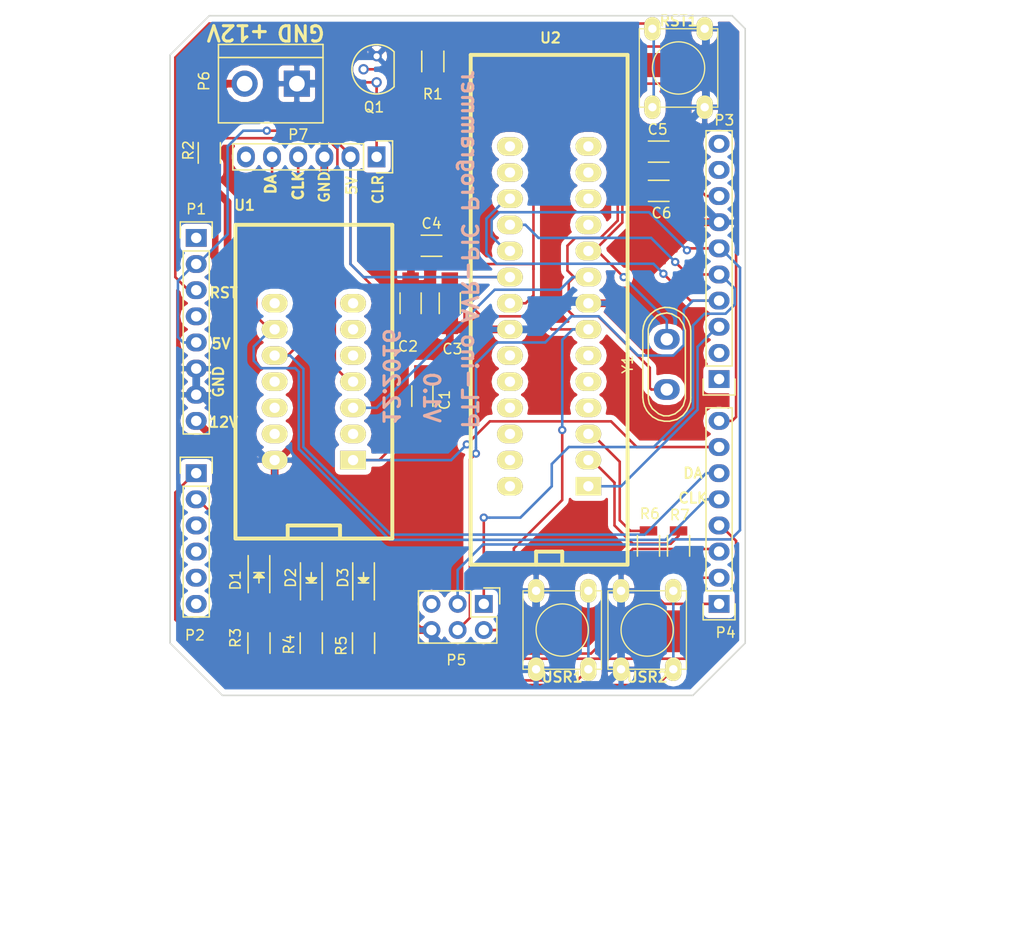
<source format=kicad_pcb>
(kicad_pcb (version 20160815) (host pcbnew "(2016-11-19 revision 888c5d2)-master")

  (general
    (links 73)
    (no_connects 0)
    (area 73.584999 53.518999 129.615001 119.709001)
    (thickness 1.6)
    (drawings 31)
    (tracks 376)
    (zones 0)
    (modules 30)
    (nets 65)
  )

  (page A4)
  (title_block
    (title "PTL-ino programmer shield")
    (date 2016-12-28)
    (rev 1.0)
    (company "Post Tenebras Lab")
  )

  (layers
    (0 F.Cu signal)
    (31 B.Cu signal)
    (32 B.Adhes user)
    (33 F.Adhes user)
    (34 B.Paste user)
    (35 F.Paste user)
    (36 B.SilkS user)
    (37 F.SilkS user)
    (38 B.Mask user)
    (39 F.Mask user)
    (40 Dwgs.User user)
    (41 Cmts.User user)
    (42 Eco1.User user)
    (43 Eco2.User user)
    (44 Edge.Cuts user)
    (45 Margin user)
    (46 B.CrtYd user)
    (47 F.CrtYd user)
    (48 B.Fab user)
    (49 F.Fab user)
  )

  (setup
    (last_trace_width 0.25)
    (trace_clearance 0.2)
    (zone_clearance 0.508)
    (zone_45_only no)
    (trace_min 0.2)
    (segment_width 0.2)
    (edge_width 0.15)
    (via_size 0.8)
    (via_drill 0.4)
    (via_min_size 0.4)
    (via_min_drill 0.3)
    (uvia_size 0.3)
    (uvia_drill 0.1)
    (uvias_allowed no)
    (uvia_min_size 0.2)
    (uvia_min_drill 0.1)
    (pcb_text_width 0.3)
    (pcb_text_size 1.5 1.5)
    (mod_edge_width 0.15)
    (mod_text_size 1 1)
    (mod_text_width 0.15)
    (pad_size 1.524 1.524)
    (pad_drill 0.762)
    (pad_to_mask_clearance 0.2)
    (aux_axis_origin 0 0)
    (visible_elements FFFFFF7F)
    (pcbplotparams
      (layerselection 0x00030_ffffffff)
      (usegerberextensions false)
      (excludeedgelayer true)
      (linewidth 0.100000)
      (plotframeref false)
      (viasonmask false)
      (mode 1)
      (useauxorigin false)
      (hpglpennumber 1)
      (hpglpenspeed 20)
      (hpglpendiameter 15)
      (psnegative false)
      (psa4output false)
      (plotreference true)
      (plotvalue true)
      (plotinvisibletext false)
      (padsonsilk false)
      (subtractmaskfromsilk false)
      (outputformat 1)
      (mirror false)
      (drillshape 1)
      (scaleselection 1)
      (outputdirectory ""))
  )

  (net 0 "")
  (net 1 /~MCLR)
  (net 2 GND)
  (net 3 "Net-(Q1-Pad2)")
  (net 4 /3)
  (net 5 "Net-(D3-Pad1)")
  (net 6 /0)
  (net 7 /1)
  (net 8 "Net-(D2-Pad1)")
  (net 9 /2)
  (net 10 +5V)
  (net 11 /~RST)
  (net 12 +12V)
  (net 13 "Net-(D1-Pad2)")
  (net 14 /7)
  (net 15 /11)
  (net 16 /13)
  (net 17 /12)
  (net 18 /19)
  (net 19 /18)
  (net 20 /AREF)
  (net 21 /10)
  (net 22 /9)
  (net 23 /8)
  (net 24 +3V3)
  (net 25 /4)
  (net 26 /5)
  (net 27 /6)
  (net 28 /14)
  (net 29 /15)
  (net 30 /16)
  (net 31 /17)
  (net 32 "Net-(U2-Pad28)")
  (net 33 "Net-(U2-Pad27)")
  (net 34 "Net-(U2-Pad26)")
  (net 35 "Net-(U2-Pad25)")
  (net 36 "Net-(U2-Pad24)")
  (net 37 "Net-(U2-Pad23)")
  (net 38 "Net-(U2-Pad16)")
  (net 39 "Net-(U2-Pad15)")
  (net 40 "Net-(U2-Pad14)")
  (net 41 "Net-(U2-Pad13)")
  (net 42 "Net-(U2-Pad12)")
  (net 43 "Net-(U2-Pad11)")
  (net 44 "Net-(U1-Pad3)")
  (net 45 "Net-(U2-Pad6)")
  (net 46 "Net-(U2-Pad5)")
  (net 47 "Net-(U2-Pad4)")
  (net 48 "Net-(U1-Pad13)")
  (net 49 "Net-(U1-Pad12)")
  (net 50 "Net-(U1-Pad11)")
  (net 51 "Net-(U1-Pad8)")
  (net 52 "Net-(U1-Pad7)")
  (net 53 "Net-(U1-Pad6)")
  (net 54 "Net-(U1-Pad5)")
  (net 55 "Net-(U1-Pad2)")
  (net 56 "Net-(R6-Pad2)")
  (net 57 "Net-(R7-Pad1)")
  (net 58 "Net-(P5-Pad5)")
  (net 59 "Net-(P3-Pad10)")
  (net 60 "Net-(P3-Pad9)")
  (net 61 "Net-(P1-Pad1)")
  (net 62 "Net-(P7-Pad6)")
  (net 63 "Net-(C6-Pad1)")
  (net 64 "Net-(C5-Pad2)")

  (net_class Default "This is the default net class."
    (clearance 0.2)
    (trace_width 0.25)
    (via_dia 0.8)
    (via_drill 0.4)
    (uvia_dia 0.3)
    (uvia_drill 0.1)
    (diff_pair_gap 0.25)
    (diff_pair_width 0.2)
    (add_net +5V)
    (add_net /0)
    (add_net /1)
    (add_net /10)
    (add_net /11)
    (add_net /12)
    (add_net /13)
    (add_net /14)
    (add_net /15)
    (add_net /16)
    (add_net /17)
    (add_net /18)
    (add_net /19)
    (add_net /2)
    (add_net /3)
    (add_net /4)
    (add_net /5)
    (add_net /6)
    (add_net /7)
    (add_net /8)
    (add_net /9)
    (add_net /AREF)
    (add_net /~MCLR)
    (add_net /~RST)
    (add_net "Net-(C5-Pad2)")
    (add_net "Net-(C6-Pad1)")
    (add_net "Net-(D1-Pad2)")
    (add_net "Net-(D2-Pad1)")
    (add_net "Net-(D3-Pad1)")
    (add_net "Net-(P1-Pad1)")
    (add_net "Net-(P3-Pad10)")
    (add_net "Net-(P3-Pad9)")
    (add_net "Net-(P5-Pad5)")
    (add_net "Net-(P7-Pad6)")
    (add_net "Net-(Q1-Pad2)")
    (add_net "Net-(R6-Pad2)")
    (add_net "Net-(R7-Pad1)")
    (add_net "Net-(U1-Pad11)")
    (add_net "Net-(U1-Pad12)")
    (add_net "Net-(U1-Pad13)")
    (add_net "Net-(U1-Pad2)")
    (add_net "Net-(U1-Pad3)")
    (add_net "Net-(U1-Pad5)")
    (add_net "Net-(U1-Pad6)")
    (add_net "Net-(U1-Pad7)")
    (add_net "Net-(U1-Pad8)")
    (add_net "Net-(U2-Pad11)")
    (add_net "Net-(U2-Pad12)")
    (add_net "Net-(U2-Pad13)")
    (add_net "Net-(U2-Pad14)")
    (add_net "Net-(U2-Pad15)")
    (add_net "Net-(U2-Pad16)")
    (add_net "Net-(U2-Pad23)")
    (add_net "Net-(U2-Pad24)")
    (add_net "Net-(U2-Pad25)")
    (add_net "Net-(U2-Pad26)")
    (add_net "Net-(U2-Pad27)")
    (add_net "Net-(U2-Pad28)")
    (add_net "Net-(U2-Pad4)")
    (add_net "Net-(U2-Pad5)")
    (add_net "Net-(U2-Pad6)")
  )

  (net_class GND ""
    (clearance 0.2)
    (trace_width 0.75)
    (via_dia 0.8)
    (via_drill 0.4)
    (uvia_dia 0.3)
    (uvia_drill 0.1)
    (diff_pair_gap 0.25)
    (diff_pair_width 0.2)
    (add_net GND)
  )

  (net_class PWR ""
    (clearance 0.2)
    (trace_width 0.75)
    (via_dia 0.8)
    (via_drill 0.4)
    (uvia_dia 0.3)
    (uvia_drill 0.1)
    (diff_pair_gap 0.25)
    (diff_pair_width 0.2)
    (add_net +12V)
    (add_net +3V3)
  )

  (module PTL-ino:SW_PUSH_SMALL (layer F.Cu) (tedit 55576DE3) (tstamp 5866535E)
    (at 120.015 113.284 270)
    (path /5855435C)
    (fp_text reference USR2 (at 4.572 0 360) (layer F.SilkS)
      (effects (font (size 1 1) (thickness 0.2)))
    )
    (fp_text value SW_PUSH (at -0.889 -5.461 270) (layer F.SilkS) hide
      (effects (font (size 1.016 1.016) (thickness 0.2032)))
    )
    (fp_circle (center 0 0) (end 0 -2.54) (layer F.SilkS) (width 0.127))
    (fp_line (start -3.81 -3.81) (end 3.81 -3.81) (layer F.SilkS) (width 0.127))
    (fp_line (start 3.81 -3.81) (end 3.81 3.81) (layer F.SilkS) (width 0.127))
    (fp_line (start 3.81 3.81) (end -3.81 3.81) (layer F.SilkS) (width 0.127))
    (fp_line (start -3.81 -3.81) (end -3.81 3.81) (layer F.SilkS) (width 0.127))
    (pad 1 thru_hole oval (at 3.81 -2.54 270) (size 2.286 1.5748) (drill 0.8128) (layers *.Cu *.Mask F.SilkS)
      (net 28 /14))
    (pad 2 thru_hole oval (at 3.81 2.54 270) (size 2.286 1.5748) (drill 0.8128) (layers *.Cu *.Mask F.SilkS)
      (net 2 GND))
    (pad 1 thru_hole oval (at -3.81 -2.54 270) (size 2.286 1.5748) (drill 0.8128) (layers *.Cu *.Mask F.SilkS)
      (net 28 /14))
    (pad 2 thru_hole oval (at -3.81 2.54 270) (size 2.286 1.5748) (drill 0.8128) (layers *.Cu *.Mask F.SilkS)
      (net 2 GND))
    (model /home/seba/projects/PostTenebrasLab/PTL-ino/PTL-ino/hardware/3D/pcb_push.wrl
      (at (xyz 0 0 0))
      (scale (xyz 1 1 1))
      (rotate (xyz 0 0 90))
    )
  )

  (module PTL-ino:SW_PUSH_SMALL (layer F.Cu) (tedit 55576DE3) (tstamp 58665349)
    (at 111.76 113.284 270)
    (path /58554885)
    (fp_text reference USR1 (at 4.572 0 360) (layer F.SilkS)
      (effects (font (size 1 1) (thickness 0.2)))
    )
    (fp_text value SW_PUSH (at -0.889 -5.461 270) (layer F.SilkS) hide
      (effects (font (size 1.016 1.016) (thickness 0.2032)))
    )
    (fp_line (start -3.81 -3.81) (end -3.81 3.81) (layer F.SilkS) (width 0.127))
    (fp_line (start 3.81 3.81) (end -3.81 3.81) (layer F.SilkS) (width 0.127))
    (fp_line (start 3.81 -3.81) (end 3.81 3.81) (layer F.SilkS) (width 0.127))
    (fp_line (start -3.81 -3.81) (end 3.81 -3.81) (layer F.SilkS) (width 0.127))
    (fp_circle (center 0 0) (end 0 -2.54) (layer F.SilkS) (width 0.127))
    (pad 2 thru_hole oval (at -3.81 2.54 270) (size 2.286 1.5748) (drill 0.8128) (layers *.Cu *.Mask F.SilkS)
      (net 2 GND))
    (pad 1 thru_hole oval (at -3.81 -2.54 270) (size 2.286 1.5748) (drill 0.8128) (layers *.Cu *.Mask F.SilkS)
      (net 29 /15))
    (pad 2 thru_hole oval (at 3.81 2.54 270) (size 2.286 1.5748) (drill 0.8128) (layers *.Cu *.Mask F.SilkS)
      (net 2 GND))
    (pad 1 thru_hole oval (at 3.81 -2.54 270) (size 2.286 1.5748) (drill 0.8128) (layers *.Cu *.Mask F.SilkS)
      (net 29 /15))
    (model /home/seba/projects/PostTenebrasLab/PTL-ino/PTL-ino/hardware/3D/pcb_push.wrl
      (at (xyz 0 0 0))
      (scale (xyz 1 1 1))
      (rotate (xyz 0 0 90))
    )
  )

  (module PTL-ino:SW_PUSH_SMALL (layer F.Cu) (tedit 55576DE3) (tstamp 5866533A)
    (at 123.063 58.674 90)
    (path /58541845)
    (fp_text reference RST1 (at 4.572 0 180) (layer F.SilkS)
      (effects (font (size 1 1) (thickness 0.2)))
    )
    (fp_text value RST (at -0.889 -5.461 90) (layer F.SilkS) hide
      (effects (font (size 1.016 1.016) (thickness 0.2032)))
    )
    (fp_circle (center 0 0) (end 0 -2.54) (layer F.SilkS) (width 0.127))
    (fp_line (start -3.81 -3.81) (end 3.81 -3.81) (layer F.SilkS) (width 0.127))
    (fp_line (start 3.81 -3.81) (end 3.81 3.81) (layer F.SilkS) (width 0.127))
    (fp_line (start 3.81 3.81) (end -3.81 3.81) (layer F.SilkS) (width 0.127))
    (fp_line (start -3.81 -3.81) (end -3.81 3.81) (layer F.SilkS) (width 0.127))
    (pad 1 thru_hole oval (at 3.81 -2.54 90) (size 2.286 1.5748) (drill 0.8128) (layers *.Cu *.Mask F.SilkS)
      (net 11 /~RST))
    (pad 2 thru_hole oval (at 3.81 2.54 90) (size 2.286 1.5748) (drill 0.8128) (layers *.Cu *.Mask F.SilkS)
      (net 2 GND))
    (pad 1 thru_hole oval (at -3.81 -2.54 90) (size 2.286 1.5748) (drill 0.8128) (layers *.Cu *.Mask F.SilkS)
      (net 11 /~RST))
    (pad 2 thru_hole oval (at -3.81 2.54 90) (size 2.286 1.5748) (drill 0.8128) (layers *.Cu *.Mask F.SilkS)
      (net 2 GND))
    (model /home/seba/projects/PostTenebrasLab/PTL-ino/PTL-ino/hardware/3D/pcb_push.wrl
      (at (xyz 0 0 0))
      (scale (xyz 1 1 1))
      (rotate (xyz 0 0 90))
    )
  )

  (module PTL-ino:ZIF-28 (layer F.Cu) (tedit 5858207E) (tstamp 58587304)
    (at 110.49 82.804 90)
    (descr "28 pins ZIF package, elliptical pads, width 300mil")
    (tags DIL)
    (path /5854184A)
    (fp_text reference U2 (at 27.051 0.127 180) (layer F.SilkS)
      (effects (font (size 1 1) (thickness 0.2)))
    )
    (fp_text value ATmega328 (at 6.985 0 90) (layer F.SilkS) hide
      (effects (font (size 1.524 1.143) (thickness 0.28575)))
    )
    (fp_line (start 25.4 7.62) (end -24.13 7.62) (layer F.SilkS) (width 0.38))
    (fp_line (start 25.4 -7.62) (end 25.4 7.62) (layer F.SilkS) (width 0.38))
    (fp_line (start -24.13 -7.62) (end 25.4 -7.62) (layer F.SilkS) (width 0.38))
    (fp_line (start -24.13 7.62) (end -24.13 -7.62) (layer F.SilkS) (width 0.38))
    (fp_line (start -22.86 1.27) (end -24.13 1.27) (layer F.SilkS) (width 0.38))
    (fp_line (start -22.86 -1.27) (end -22.86 1.27) (layer F.SilkS) (width 0.38))
    (fp_line (start -24.13 -1.27) (end -22.86 -1.27) (layer F.SilkS) (width 0.38))
    (pad 28 thru_hole oval (at -16.51 -3.81 90) (size 1.8 2.5) (drill 1) (layers *.Cu *.Mask F.SilkS)
      (net 32 "Net-(U2-Pad28)"))
    (pad 27 thru_hole oval (at -13.97 -3.81 90) (size 1.8 2.5) (drill 1) (layers *.Cu *.Mask F.SilkS)
      (net 33 "Net-(U2-Pad27)"))
    (pad 26 thru_hole oval (at -11.43 -3.81 90) (size 1.8 2.5) (drill 1) (layers *.Cu *.Mask F.SilkS)
      (net 34 "Net-(U2-Pad26)"))
    (pad 25 thru_hole oval (at -8.89 -3.81 90) (size 1.8 2.5) (drill 1) (layers *.Cu *.Mask F.SilkS)
      (net 35 "Net-(U2-Pad25)"))
    (pad 24 thru_hole oval (at -6.35 -3.81 90) (size 1.8 2.5) (drill 1) (layers *.Cu *.Mask F.SilkS)
      (net 36 "Net-(U2-Pad24)"))
    (pad 23 thru_hole oval (at -3.81 -3.81 90) (size 1.8 2.5) (drill 1) (layers *.Cu *.Mask F.SilkS)
      (net 37 "Net-(U2-Pad23)"))
    (pad 22 thru_hole oval (at -1.27 -3.81 90) (size 1.8 2.5) (drill 1) (layers *.Cu *.Mask F.SilkS)
      (net 2 GND))
    (pad 21 thru_hole oval (at 1.27 -3.81 90) (size 1.8 2.5) (drill 1) (layers *.Cu *.Mask F.SilkS)
      (net 20 /AREF))
    (pad 20 thru_hole oval (at 3.81 -3.81 90) (size 1.8 2.5) (drill 1) (layers *.Cu *.Mask F.SilkS)
      (net 10 +5V))
    (pad 19 thru_hole oval (at 6.35 -3.81 90) (size 1.8 2.5) (drill 1) (layers *.Cu *.Mask F.SilkS)
      (net 16 /13))
    (pad 18 thru_hole oval (at 8.89 -3.81 90) (size 1.8 2.5) (drill 1) (layers *.Cu *.Mask F.SilkS)
      (net 17 /12))
    (pad 17 thru_hole oval (at 11.43 -3.81 90) (size 1.8 2.5) (drill 1) (layers *.Cu *.Mask F.SilkS)
      (net 15 /11))
    (pad 16 thru_hole oval (at 13.97 -3.81 90) (size 1.8 2.5) (drill 1) (layers *.Cu *.Mask F.SilkS)
      (net 38 "Net-(U2-Pad16)"))
    (pad 15 thru_hole oval (at 16.51 -3.81 90) (size 1.8 2.5) (drill 1) (layers *.Cu *.Mask F.SilkS)
      (net 39 "Net-(U2-Pad15)"))
    (pad 1 thru_hole rect (at -16.51 3.81 90) (size 1.8 2.5) (drill 1) (layers *.Cu *.Mask F.SilkS)
      (net 21 /10))
    (pad 14 thru_hole oval (at 16.51 3.81 90) (size 1.8 2.5) (drill 1) (layers *.Cu *.Mask F.SilkS)
      (net 40 "Net-(U2-Pad14)"))
    (pad 13 thru_hole oval (at 13.97 3.81 90) (size 1.8 2.5) (drill 1) (layers *.Cu *.Mask F.SilkS)
      (net 41 "Net-(U2-Pad13)"))
    (pad 12 thru_hole oval (at 11.43 3.81 90) (size 1.8 2.5) (drill 1) (layers *.Cu *.Mask F.SilkS)
      (net 42 "Net-(U2-Pad12)"))
    (pad 11 thru_hole oval (at 8.89 3.81 90) (size 1.8 2.5) (drill 1) (layers *.Cu *.Mask F.SilkS)
      (net 43 "Net-(U2-Pad11)"))
    (pad 10 thru_hole oval (at 6.35 3.81 90) (size 1.8 2.5) (drill 1) (layers *.Cu *.Mask F.SilkS)
      (net 63 "Net-(C6-Pad1)"))
    (pad 9 thru_hole oval (at 3.81 3.81 90) (size 1.8 2.5) (drill 1) (layers *.Cu *.Mask F.SilkS)
      (net 64 "Net-(C5-Pad2)"))
    (pad 8 thru_hole oval (at 1.27 3.81 90) (size 1.8 2.5) (drill 1) (layers *.Cu *.Mask F.SilkS)
      (net 2 GND))
    (pad 7 thru_hole oval (at -1.27 3.81 90) (size 1.8 2.5) (drill 1) (layers *.Cu *.Mask F.SilkS)
      (net 10 +5V))
    (pad 6 thru_hole oval (at -3.81 3.81 90) (size 1.8 2.5) (drill 1) (layers *.Cu *.Mask F.SilkS)
      (net 45 "Net-(U2-Pad6)"))
    (pad 5 thru_hole oval (at -6.35 3.81 90) (size 1.8 2.5) (drill 1) (layers *.Cu *.Mask F.SilkS)
      (net 46 "Net-(U2-Pad5)"))
    (pad 4 thru_hole oval (at -8.89 3.81 90) (size 1.8 2.5) (drill 1) (layers *.Cu *.Mask F.SilkS)
      (net 47 "Net-(U2-Pad4)"))
    (pad 3 thru_hole oval (at -11.43 3.81 90) (size 1.8 2.5) (drill 1) (layers *.Cu *.Mask F.SilkS)
      (net 56 "Net-(R6-Pad2)"))
    (pad 2 thru_hole oval (at -13.97 3.81 90) (size 1.8 2.5) (drill 1) (layers *.Cu *.Mask F.SilkS)
      (net 57 "Net-(R7-Pad1)"))
    (model dil/dil_28-w300.wrl
      (at (xyz 0 0 0))
      (scale (xyz 1 1 1))
      (rotate (xyz 0 0 0))
    )
    (model /home/seba/projects/PostTenebrasLab/PTL-ino/PTL-ino/hardware/3D/zif-28.wrl
      (at (xyz 0 0 0))
      (scale (xyz 0.39 0.39 0.39))
      (rotate (xyz -90 0 0))
    )
  )

  (module Crystals:Crystal_HC50-U_Vertical (layer F.Cu) (tedit 0) (tstamp 585FE75C)
    (at 121.92 87.47506 90)
    (descr "Crystal, Quarz, HC50/U, vertical, stehend,")
    (tags "Crystal Quarz HC50/U vertical stehend")
    (path /585DB5CF)
    (fp_text reference Y1 (at 0 -3.81 90) (layer F.SilkS)
      (effects (font (size 1 1) (thickness 0.15)))
    )
    (fp_text value Crystal (at 0 3.81 90) (layer F.Fab)
      (effects (font (size 1 1) (thickness 0.15)))
    )
    (fp_line (start -3.2004 -2.32918) (end 3.2512 -2.32918) (layer F.SilkS) (width 0.15))
    (fp_line (start 3.6703 2.29108) (end 4.16052 2.1209) (layer F.SilkS) (width 0.15))
    (fp_line (start 3.2512 2.32918) (end 3.6703 2.29108) (layer F.SilkS) (width 0.15))
    (fp_line (start -3.2004 2.32918) (end 3.2512 2.32918) (layer F.SilkS) (width 0.15))
    (fp_line (start 3.73126 -2.2606) (end 3.2893 -2.32918) (layer F.SilkS) (width 0.15))
    (fp_line (start 4.16052 -2.1209) (end 3.73126 -2.2606) (layer F.SilkS) (width 0.15))
    (fp_line (start 4.54914 -1.88976) (end 4.16052 -2.1209) (layer F.SilkS) (width 0.15))
    (fp_line (start 4.89966 -1.56972) (end 4.54914 -1.88976) (layer F.SilkS) (width 0.15))
    (fp_line (start 5.26034 -1.09982) (end 4.89966 -1.56972) (layer F.SilkS) (width 0.15))
    (fp_line (start 5.45084 -0.65024) (end 5.26034 -1.09982) (layer F.SilkS) (width 0.15))
    (fp_line (start 5.53974 -0.1905) (end 5.45084 -0.65024) (layer F.SilkS) (width 0.15))
    (fp_line (start 5.51942 0.26924) (end 5.53974 -0.1905) (layer F.SilkS) (width 0.15))
    (fp_line (start 5.4102 0.73914) (end 5.51942 0.26924) (layer F.SilkS) (width 0.15))
    (fp_line (start 5.11048 1.29032) (end 5.4102 0.73914) (layer F.SilkS) (width 0.15))
    (fp_line (start 4.85902 1.62052) (end 5.11048 1.29032) (layer F.SilkS) (width 0.15))
    (fp_line (start 4.53898 1.89992) (end 4.85902 1.62052) (layer F.SilkS) (width 0.15))
    (fp_line (start 4.16052 2.1209) (end 4.53898 1.89992) (layer F.SilkS) (width 0.15))
    (fp_line (start -3.6195 2.30886) (end -3.18008 2.33934) (layer F.SilkS) (width 0.15))
    (fp_line (start -4.06908 2.14884) (end -3.6195 2.30886) (layer F.SilkS) (width 0.15))
    (fp_line (start -4.49072 1.94056) (end -4.06908 2.14884) (layer F.SilkS) (width 0.15))
    (fp_line (start -4.95046 1.56972) (end -4.49072 1.94056) (layer F.SilkS) (width 0.15))
    (fp_line (start -5.34924 0.98044) (end -4.95046 1.56972) (layer F.SilkS) (width 0.15))
    (fp_line (start -5.51942 0.2794) (end -5.34924 0.98044) (layer F.SilkS) (width 0.15))
    (fp_line (start -5.51942 -0.23114) (end -5.51942 0.2794) (layer F.SilkS) (width 0.15))
    (fp_line (start -5.38988 -0.83058) (end -5.51942 -0.23114) (layer F.SilkS) (width 0.15))
    (fp_line (start -5.10032 -1.36906) (end -5.38988 -0.83058) (layer F.SilkS) (width 0.15))
    (fp_line (start -4.77012 -1.71958) (end -5.10032 -1.36906) (layer F.SilkS) (width 0.15))
    (fp_line (start -4.48056 -1.95072) (end -4.77012 -1.71958) (layer F.SilkS) (width 0.15))
    (fp_line (start -4.04876 -2.16916) (end -4.48056 -1.95072) (layer F.SilkS) (width 0.15))
    (fp_line (start -3.64998 -2.28092) (end -4.04876 -2.16916) (layer F.SilkS) (width 0.15))
    (fp_line (start -3.19024 -2.32918) (end -3.64998 -2.28092) (layer F.SilkS) (width 0.15))
    (fp_line (start 4.30022 -1.39954) (end 4.8006 -0.89916) (layer F.SilkS) (width 0.15))
    (fp_line (start 3.79984 -1.69926) (end 4.30022 -1.39954) (layer F.SilkS) (width 0.15))
    (fp_line (start 3.40106 -1.80086) (end 3.79984 -1.69926) (layer F.SilkS) (width 0.15))
    (fp_line (start -3.2004 -1.80086) (end 3.40106 -1.80086) (layer F.SilkS) (width 0.15))
    (fp_line (start -3.79984 -1.69926) (end -3.29946 -1.80086) (layer F.SilkS) (width 0.15))
    (fp_line (start -4.30022 -1.39954) (end -3.79984 -1.69926) (layer F.SilkS) (width 0.15))
    (fp_line (start -4.8006 -0.8001) (end -4.30022 -1.39954) (layer F.SilkS) (width 0.15))
    (fp_line (start -5.00126 -0.29972) (end -4.8006 -0.8001) (layer F.SilkS) (width 0.15))
    (fp_line (start -5.00126 0.20066) (end -5.00126 -0.29972) (layer F.SilkS) (width 0.15))
    (fp_line (start -4.8006 0.8001) (end -5.00126 0.20066) (layer F.SilkS) (width 0.15))
    (fp_line (start -4.39928 1.30048) (end -4.8006 0.8001) (layer F.SilkS) (width 0.15))
    (fp_line (start -4.0005 1.6002) (end -4.39928 1.30048) (layer F.SilkS) (width 0.15))
    (fp_line (start -3.29946 1.80086) (end -4.0005 1.6002) (layer F.SilkS) (width 0.15))
    (fp_line (start 3.29946 1.80086) (end -3.29946 1.80086) (layer F.SilkS) (width 0.15))
    (fp_line (start 3.8989 1.6002) (end 3.29946 1.80086) (layer F.SilkS) (width 0.15))
    (fp_line (start 4.50088 1.19888) (end 3.8989 1.6002) (layer F.SilkS) (width 0.15))
    (fp_line (start 4.89966 0.50038) (end 4.50088 1.19888) (layer F.SilkS) (width 0.15))
    (fp_line (start 5.00126 0) (end 4.89966 0.50038) (layer F.SilkS) (width 0.15))
    (fp_line (start 4.89966 -0.59944) (end 5.00126 0) (layer F.SilkS) (width 0.15))
    (fp_line (start 4.699 -1.00076) (end 4.89966 -0.59944) (layer F.SilkS) (width 0.15))
    (pad 2 thru_hole oval (at 2.44094 0 90) (size 1.99898 2.49936) (drill 1.19888) (layers *.Cu *.Mask)
      (net 63 "Net-(C6-Pad1)"))
    (pad 1 thru_hole oval (at -2.44094 0 90) (size 1.99898 2.49936) (drill 1.19888) (layers *.Cu *.Mask)
      (net 64 "Net-(C5-Pad2)"))
  )

  (module Capacitors_SMD:C_1206 (layer F.Cu) (tedit 5415D7BD) (tstamp 585FC840)
    (at 121.134 66.802 180)
    (descr "Capacitor SMD 1206, reflow soldering, AVX (see smccp.pdf)")
    (tags "capacitor 1206")
    (path /585DB66A)
    (attr smd)
    (fp_text reference C5 (at 0.103 2.159 180) (layer F.SilkS)
      (effects (font (size 1 1) (thickness 0.15)))
    )
    (fp_text value 20pF (at 0 2.3 180) (layer F.Fab)
      (effects (font (size 1 1) (thickness 0.15)))
    )
    (fp_line (start -1.6 0.8) (end -1.6 -0.8) (layer F.Fab) (width 0.15))
    (fp_line (start 1.6 0.8) (end -1.6 0.8) (layer F.Fab) (width 0.15))
    (fp_line (start 1.6 -0.8) (end 1.6 0.8) (layer F.Fab) (width 0.15))
    (fp_line (start -1.6 -0.8) (end 1.6 -0.8) (layer F.Fab) (width 0.15))
    (fp_line (start -2.3 -1.15) (end 2.3 -1.15) (layer F.CrtYd) (width 0.05))
    (fp_line (start -2.3 1.15) (end 2.3 1.15) (layer F.CrtYd) (width 0.05))
    (fp_line (start -2.3 -1.15) (end -2.3 1.15) (layer F.CrtYd) (width 0.05))
    (fp_line (start 2.3 -1.15) (end 2.3 1.15) (layer F.CrtYd) (width 0.05))
    (fp_line (start 1 -1.025) (end -1 -1.025) (layer F.SilkS) (width 0.15))
    (fp_line (start -1 1.025) (end 1 1.025) (layer F.SilkS) (width 0.15))
    (pad 1 smd rect (at -1.5 0 180) (size 1 1.6) (layers F.Cu F.Paste F.Mask)
      (net 2 GND))
    (pad 2 smd rect (at 1.5 0 180) (size 1 1.6) (layers F.Cu F.Paste F.Mask)
      (net 64 "Net-(C5-Pad2)"))
    (model Capacitors_SMD.3dshapes/C_1206.wrl
      (at (xyz 0 0 0))
      (scale (xyz 1 1 1))
      (rotate (xyz 0 0 0))
    )
  )

  (module Capacitors_SMD:C_1206 (layer F.Cu) (tedit 5415D7BD) (tstamp 585FC812)
    (at 121.134 70.612)
    (descr "Capacitor SMD 1206, reflow soldering, AVX (see smccp.pdf)")
    (tags "capacitor 1206")
    (path /585DB83D)
    (attr smd)
    (fp_text reference C6 (at 0.278 2.159) (layer F.SilkS)
      (effects (font (size 1 1) (thickness 0.15)))
    )
    (fp_text value 20pF (at 0 2.3) (layer F.Fab)
      (effects (font (size 1 1) (thickness 0.15)))
    )
    (fp_line (start -1 1.025) (end 1 1.025) (layer F.SilkS) (width 0.15))
    (fp_line (start 1 -1.025) (end -1 -1.025) (layer F.SilkS) (width 0.15))
    (fp_line (start 2.3 -1.15) (end 2.3 1.15) (layer F.CrtYd) (width 0.05))
    (fp_line (start -2.3 -1.15) (end -2.3 1.15) (layer F.CrtYd) (width 0.05))
    (fp_line (start -2.3 1.15) (end 2.3 1.15) (layer F.CrtYd) (width 0.05))
    (fp_line (start -2.3 -1.15) (end 2.3 -1.15) (layer F.CrtYd) (width 0.05))
    (fp_line (start -1.6 -0.8) (end 1.6 -0.8) (layer F.Fab) (width 0.15))
    (fp_line (start 1.6 -0.8) (end 1.6 0.8) (layer F.Fab) (width 0.15))
    (fp_line (start 1.6 0.8) (end -1.6 0.8) (layer F.Fab) (width 0.15))
    (fp_line (start -1.6 0.8) (end -1.6 -0.8) (layer F.Fab) (width 0.15))
    (pad 2 smd rect (at 1.5 0) (size 1 1.6) (layers F.Cu F.Paste F.Mask)
      (net 2 GND))
    (pad 1 smd rect (at -1.5 0) (size 1 1.6) (layers F.Cu F.Paste F.Mask)
      (net 63 "Net-(C6-Pad1)"))
    (model Capacitors_SMD.3dshapes/C_1206.wrl
      (at (xyz 0 0 0))
      (scale (xyz 1 1 1))
      (rotate (xyz 0 0 0))
    )
  )

  (module Pin_Headers:Pin_Header_Straight_1x06 (layer F.Cu) (tedit 58582FAC) (tstamp 58587278)
    (at 93.726 67.31 270)
    (descr "Through hole pin header")
    (tags "pin header")
    (path /58541873)
    (fp_text reference P7 (at -2.159 7.62) (layer F.SilkS)
      (effects (font (size 1 1) (thickness 0.15)))
    )
    (fp_text value CONN_6 (at 2.54 6.35) (layer F.Fab)
      (effects (font (size 1 1) (thickness 0.15)))
    )
    (fp_line (start -1.55 -1.55) (end 1.55 -1.55) (layer F.SilkS) (width 0.15))
    (fp_line (start -1.55 0) (end -1.55 -1.55) (layer F.SilkS) (width 0.15))
    (fp_line (start 1.27 1.27) (end -1.27 1.27) (layer F.SilkS) (width 0.15))
    (fp_line (start 1.55 -1.55) (end 1.55 0) (layer F.SilkS) (width 0.15))
    (fp_line (start -1.27 13.97) (end -1.27 1.27) (layer F.SilkS) (width 0.15))
    (fp_line (start 1.27 13.97) (end -1.27 13.97) (layer F.SilkS) (width 0.15))
    (fp_line (start 1.27 1.27) (end 1.27 13.97) (layer F.SilkS) (width 0.15))
    (fp_line (start -1.75 14.45) (end 1.75 14.45) (layer F.CrtYd) (width 0.05))
    (fp_line (start -1.75 -1.75) (end 1.75 -1.75) (layer F.CrtYd) (width 0.05))
    (fp_line (start 1.75 -1.75) (end 1.75 14.45) (layer F.CrtYd) (width 0.05))
    (fp_line (start -1.75 -1.75) (end -1.75 14.45) (layer F.CrtYd) (width 0.05))
    (pad 6 thru_hole oval (at 0 12.7 270) (size 2.032 1.7272) (drill 1.016) (layers *.Cu *.Mask)
      (net 62 "Net-(P7-Pad6)"))
    (pad 5 thru_hole oval (at 0 10.16 270) (size 2.032 1.7272) (drill 1.016) (layers *.Cu *.Mask)
      (net 25 /4))
    (pad 4 thru_hole oval (at 0 7.62 270) (size 2.032 1.7272) (drill 1.016) (layers *.Cu *.Mask)
      (net 26 /5))
    (pad 3 thru_hole oval (at 0 5.08 270) (size 2.032 1.7272) (drill 1.016) (layers *.Cu *.Mask)
      (net 2 GND))
    (pad 2 thru_hole oval (at 0 2.54 270) (size 2.032 1.7272) (drill 1.016) (layers *.Cu *.Mask)
      (net 10 +5V))
    (pad 1 thru_hole rect (at 0 0 270) (size 2.032 1.7272) (drill 1.016) (layers *.Cu *.Mask)
      (net 1 /~MCLR))
    (model Pin_Headers.3dshapes/Pin_Header_Straight_1x06.wrl
      (at (xyz 0 -0.25 0))
      (scale (xyz 1 1 1))
      (rotate (xyz 0 0 90))
    )
  )

  (module PTL-ino:ZIF-14 (layer F.Cu) (tedit 58581F3E) (tstamp 58587369)
    (at 87.63 89.154 90)
    (descr "14 pins ZIF package, elliptical pads")
    (tags ZIF)
    (path /58541849)
    (fp_text reference U1 (at 17.145 -6.731 180) (layer F.SilkS)
      (effects (font (size 1 1) (thickness 0.2)))
    )
    (fp_text value PIC16F1455 (at 3.683 0 90) (layer F.SilkS) hide
      (effects (font (size 1.524 1.143) (thickness 0.28575)))
    )
    (fp_line (start 15.24 7.62) (end -15.24 7.62) (layer F.SilkS) (width 0.38))
    (fp_line (start 15.24 -7.62) (end 15.24 7.62) (layer F.SilkS) (width 0.38))
    (fp_line (start -15.24 -7.62) (end 15.24 -7.62) (layer F.SilkS) (width 0.38))
    (fp_line (start -15.24 7.62) (end -15.24 -7.62) (layer F.SilkS) (width 0.38))
    (fp_line (start -13.97 2.54) (end -15.24 2.54) (layer F.SilkS) (width 0.38))
    (fp_line (start -13.97 -2.54) (end -13.97 2.54) (layer F.SilkS) (width 0.38))
    (fp_line (start -15.24 -2.54) (end -13.97 -2.54) (layer F.SilkS) (width 0.38))
    (pad 14 thru_hole oval (at -7.62 -3.81 90) (size 1.8 2.5) (drill 1) (layers *.Cu *.Mask F.SilkS)
      (net 2 GND))
    (pad 13 thru_hole oval (at -5.08 -3.81 90) (size 1.8 2.5) (drill 1) (layers *.Cu *.Mask F.SilkS)
      (net 48 "Net-(U1-Pad13)"))
    (pad 12 thru_hole oval (at -2.54 -3.81 90) (size 1.8 2.5) (drill 1) (layers *.Cu *.Mask F.SilkS)
      (net 49 "Net-(U1-Pad12)"))
    (pad 11 thru_hole oval (at 0 -3.81 90) (size 1.8 2.5) (drill 1) (layers *.Cu *.Mask F.SilkS)
      (net 50 "Net-(U1-Pad11)"))
    (pad 10 thru_hole oval (at 2.54 -3.81 90) (size 1.8 2.5) (drill 1) (layers *.Cu *.Mask F.SilkS)
      (net 26 /5))
    (pad 9 thru_hole oval (at 5.08 -3.81 90) (size 1.8 2.5) (drill 1) (layers *.Cu *.Mask F.SilkS)
      (net 25 /4))
    (pad 8 thru_hole oval (at 7.62 -3.81 90) (size 1.8 2.5) (drill 1) (layers *.Cu *.Mask F.SilkS)
      (net 51 "Net-(U1-Pad8)"))
    (pad 7 thru_hole oval (at 7.62 3.81 90) (size 1.8 2.5) (drill 1) (layers *.Cu *.Mask F.SilkS)
      (net 52 "Net-(U1-Pad7)"))
    (pad 6 thru_hole oval (at 5.08 3.81 90) (size 1.8 2.5) (drill 1) (layers *.Cu *.Mask F.SilkS)
      (net 53 "Net-(U1-Pad6)"))
    (pad 5 thru_hole oval (at 2.54 3.81 90) (size 1.8 2.5) (drill 1) (layers *.Cu *.Mask F.SilkS)
      (net 54 "Net-(U1-Pad5)"))
    (pad 4 thru_hole oval (at 0 3.81 90) (size 1.8 2.5) (drill 1) (layers *.Cu *.Mask F.SilkS)
      (net 1 /~MCLR))
    (pad 3 thru_hole oval (at -2.54 3.81 90) (size 1.8 2.5) (drill 1) (layers *.Cu *.Mask F.SilkS)
      (net 44 "Net-(U1-Pad3)"))
    (pad 2 thru_hole oval (at -5.08 3.81 90) (size 1.8 2.5) (drill 1) (layers *.Cu *.Mask F.SilkS)
      (net 55 "Net-(U1-Pad2)"))
    (pad 1 thru_hole rect (at -7.62 3.81 90) (size 1.8 2.5) (drill 1) (layers *.Cu *.Mask F.SilkS)
      (net 27 /6))
    (model dil/dil_14.wrl
      (at (xyz 0 0 0))
      (scale (xyz 1 1 1))
      (rotate (xyz 0 0 0))
    )
    (model /home/seba/projects/PostTenebrasLab/PTL-ino/PTL-ino/hardware/3D/zif-14.wrl
      (at (xyz 0 0 0))
      (scale (xyz 0.39 0.39 0.39))
      (rotate (xyz -90 0 0))
    )
  )

  (module Capacitors_SMD:C_1206_HandSoldering (layer F.Cu) (tedit 541A9C03) (tstamp 5858743B)
    (at 97.028 81.534 90)
    (descr "Capacitor SMD 1206, hand soldering")
    (tags "capacitor 1206")
    (path /5854184E)
    (attr smd)
    (fp_text reference C2 (at -4.191 -0.254) (layer F.SilkS)
      (effects (font (size 1 1) (thickness 0.15)))
    )
    (fp_text value 100n (at 0 2.3 90) (layer F.Fab)
      (effects (font (size 1 1) (thickness 0.15)))
    )
    (fp_line (start -1 1.025) (end 1 1.025) (layer F.SilkS) (width 0.15))
    (fp_line (start 1 -1.025) (end -1 -1.025) (layer F.SilkS) (width 0.15))
    (fp_line (start 3.3 -1.15) (end 3.3 1.15) (layer F.CrtYd) (width 0.05))
    (fp_line (start -3.3 -1.15) (end -3.3 1.15) (layer F.CrtYd) (width 0.05))
    (fp_line (start -3.3 1.15) (end 3.3 1.15) (layer F.CrtYd) (width 0.05))
    (fp_line (start -3.3 -1.15) (end 3.3 -1.15) (layer F.CrtYd) (width 0.05))
    (fp_line (start -1.6 -0.8) (end 1.6 -0.8) (layer F.Fab) (width 0.15))
    (fp_line (start 1.6 -0.8) (end 1.6 0.8) (layer F.Fab) (width 0.15))
    (fp_line (start 1.6 0.8) (end -1.6 0.8) (layer F.Fab) (width 0.15))
    (fp_line (start -1.6 0.8) (end -1.6 -0.8) (layer F.Fab) (width 0.15))
    (pad 2 smd rect (at 2 0 90) (size 2 1.6) (layers F.Cu F.Paste F.Mask)
      (net 2 GND))
    (pad 1 smd rect (at -2 0 90) (size 2 1.6) (layers F.Cu F.Paste F.Mask)
      (net 10 +5V))
    (model Capacitors_SMD.3dshapes/C_1206_HandSoldering.wrl
      (at (xyz 0 0 0))
      (scale (xyz 1 1 1))
      (rotate (xyz 0 0 0))
    )
  )

  (module Capacitors_SMD:C_1206_HandSoldering (layer F.Cu) (tedit 541A9C03) (tstamp 5858742B)
    (at 100.838 81.534 270)
    (descr "Capacitor SMD 1206, hand soldering")
    (tags "capacitor 1206")
    (path /5854184F)
    (attr smd)
    (fp_text reference C3 (at 4.445 -0.254) (layer F.SilkS)
      (effects (font (size 1 1) (thickness 0.15)))
    )
    (fp_text value 100n (at 0 5.715 270) (layer F.Fab)
      (effects (font (size 1 1) (thickness 0.15)))
    )
    (fp_line (start -1.6 0.8) (end -1.6 -0.8) (layer F.Fab) (width 0.15))
    (fp_line (start 1.6 0.8) (end -1.6 0.8) (layer F.Fab) (width 0.15))
    (fp_line (start 1.6 -0.8) (end 1.6 0.8) (layer F.Fab) (width 0.15))
    (fp_line (start -1.6 -0.8) (end 1.6 -0.8) (layer F.Fab) (width 0.15))
    (fp_line (start -3.3 -1.15) (end 3.3 -1.15) (layer F.CrtYd) (width 0.05))
    (fp_line (start -3.3 1.15) (end 3.3 1.15) (layer F.CrtYd) (width 0.05))
    (fp_line (start -3.3 -1.15) (end -3.3 1.15) (layer F.CrtYd) (width 0.05))
    (fp_line (start 3.3 -1.15) (end 3.3 1.15) (layer F.CrtYd) (width 0.05))
    (fp_line (start 1 -1.025) (end -1 -1.025) (layer F.SilkS) (width 0.15))
    (fp_line (start -1 1.025) (end 1 1.025) (layer F.SilkS) (width 0.15))
    (pad 1 smd rect (at -2 0 270) (size 2 1.6) (layers F.Cu F.Paste F.Mask)
      (net 10 +5V))
    (pad 2 smd rect (at 2 0 270) (size 2 1.6) (layers F.Cu F.Paste F.Mask)
      (net 2 GND))
    (model Capacitors_SMD.3dshapes/C_1206_HandSoldering.wrl
      (at (xyz 0 0 0))
      (scale (xyz 1 1 1))
      (rotate (xyz 0 0 0))
    )
  )

  (module Connect:bornier2 (layer F.Cu) (tedit 0) (tstamp 58587401)
    (at 83.439 60.198 180)
    (descr "Bornier d'alimentation 2 pins")
    (tags DEV)
    (path /58555024)
    (fp_text reference P6 (at 6.477 0.254 270) (layer F.SilkS)
      (effects (font (size 1 1) (thickness 0.15)))
    )
    (fp_text value CONN_01X02 (at 0 5.08 180) (layer F.Fab)
      (effects (font (size 1 1) (thickness 0.15)))
    )
    (fp_line (start -5.08 3.81) (end 5.08 3.81) (layer F.SilkS) (width 0.15))
    (fp_line (start -5.08 -3.81) (end -5.08 3.81) (layer F.SilkS) (width 0.15))
    (fp_line (start 5.08 -3.81) (end -5.08 -3.81) (layer F.SilkS) (width 0.15))
    (fp_line (start 5.08 3.81) (end 5.08 -3.81) (layer F.SilkS) (width 0.15))
    (fp_line (start 5.08 2.54) (end -5.08 2.54) (layer F.SilkS) (width 0.15))
    (pad 2 thru_hole circle (at 2.54 0 180) (size 2.54 2.54) (drill 1.524) (layers *.Cu *.Mask)
      (net 12 +12V))
    (pad 1 thru_hole rect (at -2.54 0 180) (size 2.54 2.54) (drill 1.524) (layers *.Cu *.Mask)
      (net 2 GND))
    (model Connect.3dshapes/bornier2.wrl
      (at (xyz 0 0 0))
      (scale (xyz 1 1 1))
      (rotate (xyz 0 0 0))
    )
  )

  (module LEDs:LED_1206 (layer F.Cu) (tedit 585841C2) (tstamp 5858855C)
    (at 82.296 108.204 270)
    (descr "LED 1206 smd package")
    (tags "LED1206 SMD")
    (path /58550E6A)
    (attr smd)
    (fp_text reference D1 (at 0.254 2.286 270) (layer F.SilkS)
      (effects (font (size 1 1) (thickness 0.15)))
    )
    (fp_text value LED1 (at 0 2 270) (layer F.Fab)
      (effects (font (size 1 1) (thickness 0.15)))
    )
    (fp_line (start 2.5 1.25) (end 2.5 -1.25) (layer F.CrtYd) (width 0.05))
    (fp_line (start -2.5 1.25) (end 2.5 1.25) (layer F.CrtYd) (width 0.05))
    (fp_line (start -2.5 -1.25) (end -2.5 1.25) (layer F.CrtYd) (width 0.05))
    (fp_line (start 2.5 -1.25) (end -2.5 -1.25) (layer F.CrtYd) (width 0.05))
    (fp_line (start 0 0.5) (end -0.5 0) (layer F.SilkS) (width 0.15))
    (fp_line (start 0 -0.5) (end 0 0.5) (layer F.SilkS) (width 0.15))
    (fp_line (start -0.5 0) (end 0 -0.5) (layer F.SilkS) (width 0.15))
    (fp_line (start 0 0) (end 0.5 0) (layer F.SilkS) (width 0.15))
    (fp_line (start -0.5 -0.5) (end -0.5 0.5) (layer F.SilkS) (width 0.15))
    (fp_line (start -0.2 0.05) (end -0.25 0) (layer F.SilkS) (width 0.15))
    (fp_line (start -0.2 -0.2) (end -0.2 0.05) (layer F.SilkS) (width 0.15))
    (fp_line (start -0.4 0) (end -0.2 -0.2) (layer F.SilkS) (width 0.15))
    (fp_line (start -0.1 0.3) (end -0.4 0) (layer F.SilkS) (width 0.15))
    (fp_line (start -0.1 -0.3) (end -0.1 0.3) (layer F.SilkS) (width 0.15))
    (fp_line (start -2.15 -1.05) (end 1.45 -1.05) (layer F.SilkS) (width 0.15))
    (fp_line (start -2.15 1.05) (end 1.45 1.05) (layer F.SilkS) (width 0.15))
    (fp_line (start -1.6 -0.8) (end 1.6 -0.8) (layer F.Fab) (width 0.15))
    (fp_line (start 1.6 -0.8) (end 1.6 0.8) (layer F.Fab) (width 0.15))
    (fp_line (start 1.6 0.8) (end -1.6 0.8) (layer F.Fab) (width 0.15))
    (fp_line (start -1.6 0.8) (end -1.6 -0.8) (layer F.Fab) (width 0.15))
    (fp_line (start 0 -0.5) (end 0 0.5) (layer F.Fab) (width 0.15))
    (fp_line (start 0 0.5) (end -0.5 0) (layer F.Fab) (width 0.15))
    (fp_line (start -0.5 0) (end 0 -0.5) (layer F.Fab) (width 0.15))
    (fp_line (start -0.5 -0.5) (end -0.5 0.5) (layer F.Fab) (width 0.15))
    (pad 1 smd rect (at -1.41986 0 90) (size 1.59766 1.80086) (layers F.Cu F.Paste F.Mask)
      (net 2 GND))
    (pad 2 smd rect (at 1.41986 0 90) (size 1.59766 1.80086) (layers F.Cu F.Paste F.Mask)
      (net 13 "Net-(D1-Pad2)"))
    (model LEDs.3dshapes/LED_1206.wrl
      (at (xyz 0 0 0))
      (scale (xyz 1 1 1))
      (rotate (xyz 0 0 180))
    )
  )

  (module LEDs:LED_1206 (layer F.Cu) (tedit 58582F2D) (tstamp 58588505)
    (at 87.376 108.204 90)
    (descr "LED 1206 smd package")
    (tags "LED1206 SMD")
    (path /5854E076)
    (attr smd)
    (fp_text reference D2 (at 0 -2 90) (layer F.SilkS)
      (effects (font (size 1 1) (thickness 0.15)))
    )
    (fp_text value LED2 (at 0 -2.54 90) (layer F.Fab)
      (effects (font (size 1 1) (thickness 0.15)))
    )
    (fp_line (start -0.5 -0.5) (end -0.5 0.5) (layer F.Fab) (width 0.15))
    (fp_line (start -0.5 0) (end 0 -0.5) (layer F.Fab) (width 0.15))
    (fp_line (start 0 0.5) (end -0.5 0) (layer F.Fab) (width 0.15))
    (fp_line (start 0 -0.5) (end 0 0.5) (layer F.Fab) (width 0.15))
    (fp_line (start -1.6 0.8) (end -1.6 -0.8) (layer F.Fab) (width 0.15))
    (fp_line (start 1.6 0.8) (end -1.6 0.8) (layer F.Fab) (width 0.15))
    (fp_line (start 1.6 -0.8) (end 1.6 0.8) (layer F.Fab) (width 0.15))
    (fp_line (start -1.6 -0.8) (end 1.6 -0.8) (layer F.Fab) (width 0.15))
    (fp_line (start -2.15 1.05) (end 1.45 1.05) (layer F.SilkS) (width 0.15))
    (fp_line (start -2.15 -1.05) (end 1.45 -1.05) (layer F.SilkS) (width 0.15))
    (fp_line (start -0.1 -0.3) (end -0.1 0.3) (layer F.SilkS) (width 0.15))
    (fp_line (start -0.1 0.3) (end -0.4 0) (layer F.SilkS) (width 0.15))
    (fp_line (start -0.4 0) (end -0.2 -0.2) (layer F.SilkS) (width 0.15))
    (fp_line (start -0.2 -0.2) (end -0.2 0.05) (layer F.SilkS) (width 0.15))
    (fp_line (start -0.2 0.05) (end -0.25 0) (layer F.SilkS) (width 0.15))
    (fp_line (start -0.5 -0.5) (end -0.5 0.5) (layer F.SilkS) (width 0.15))
    (fp_line (start 0 0) (end 0.5 0) (layer F.SilkS) (width 0.15))
    (fp_line (start -0.5 0) (end 0 -0.5) (layer F.SilkS) (width 0.15))
    (fp_line (start 0 -0.5) (end 0 0.5) (layer F.SilkS) (width 0.15))
    (fp_line (start 0 0.5) (end -0.5 0) (layer F.SilkS) (width 0.15))
    (fp_line (start 2.5 -1.25) (end -2.5 -1.25) (layer F.CrtYd) (width 0.05))
    (fp_line (start -2.5 -1.25) (end -2.5 1.25) (layer F.CrtYd) (width 0.05))
    (fp_line (start -2.5 1.25) (end 2.5 1.25) (layer F.CrtYd) (width 0.05))
    (fp_line (start 2.5 1.25) (end 2.5 -1.25) (layer F.CrtYd) (width 0.05))
    (pad 2 smd rect (at 1.41986 0 270) (size 1.59766 1.80086) (layers F.Cu F.Paste F.Mask)
      (net 2 GND))
    (pad 1 smd rect (at -1.41986 0 270) (size 1.59766 1.80086) (layers F.Cu F.Paste F.Mask)
      (net 8 "Net-(D2-Pad1)"))
    (model LEDs.3dshapes/LED_1206.wrl
      (at (xyz 0 0 0))
      (scale (xyz 1 1 1))
      (rotate (xyz 0 0 180))
    )
  )

  (module LEDs:LED_1206 (layer F.Cu) (tedit 57ABE035) (tstamp 585884AE)
    (at 92.456 108.204 90)
    (descr "LED 1206 smd package")
    (tags "LED1206 SMD")
    (path /58541844)
    (attr smd)
    (fp_text reference D3 (at 0 -2 90) (layer F.SilkS)
      (effects (font (size 1 1) (thickness 0.15)))
    )
    (fp_text value LED3 (at 0 2 90) (layer F.Fab)
      (effects (font (size 1 1) (thickness 0.15)))
    )
    (fp_line (start 2.5 1.25) (end 2.5 -1.25) (layer F.CrtYd) (width 0.05))
    (fp_line (start -2.5 1.25) (end 2.5 1.25) (layer F.CrtYd) (width 0.05))
    (fp_line (start -2.5 -1.25) (end -2.5 1.25) (layer F.CrtYd) (width 0.05))
    (fp_line (start 2.5 -1.25) (end -2.5 -1.25) (layer F.CrtYd) (width 0.05))
    (fp_line (start 0 0.5) (end -0.5 0) (layer F.SilkS) (width 0.15))
    (fp_line (start 0 -0.5) (end 0 0.5) (layer F.SilkS) (width 0.15))
    (fp_line (start -0.5 0) (end 0 -0.5) (layer F.SilkS) (width 0.15))
    (fp_line (start 0 0) (end 0.5 0) (layer F.SilkS) (width 0.15))
    (fp_line (start -0.5 -0.5) (end -0.5 0.5) (layer F.SilkS) (width 0.15))
    (fp_line (start -0.2 0.05) (end -0.25 0) (layer F.SilkS) (width 0.15))
    (fp_line (start -0.2 -0.2) (end -0.2 0.05) (layer F.SilkS) (width 0.15))
    (fp_line (start -0.4 0) (end -0.2 -0.2) (layer F.SilkS) (width 0.15))
    (fp_line (start -0.1 0.3) (end -0.4 0) (layer F.SilkS) (width 0.15))
    (fp_line (start -0.1 -0.3) (end -0.1 0.3) (layer F.SilkS) (width 0.15))
    (fp_line (start -2.15 -1.05) (end 1.45 -1.05) (layer F.SilkS) (width 0.15))
    (fp_line (start -2.15 1.05) (end 1.45 1.05) (layer F.SilkS) (width 0.15))
    (fp_line (start -1.6 -0.8) (end 1.6 -0.8) (layer F.Fab) (width 0.15))
    (fp_line (start 1.6 -0.8) (end 1.6 0.8) (layer F.Fab) (width 0.15))
    (fp_line (start 1.6 0.8) (end -1.6 0.8) (layer F.Fab) (width 0.15))
    (fp_line (start -1.6 0.8) (end -1.6 -0.8) (layer F.Fab) (width 0.15))
    (fp_line (start 0 -0.5) (end 0 0.5) (layer F.Fab) (width 0.15))
    (fp_line (start 0 0.5) (end -0.5 0) (layer F.Fab) (width 0.15))
    (fp_line (start -0.5 0) (end 0 -0.5) (layer F.Fab) (width 0.15))
    (fp_line (start -0.5 -0.5) (end -0.5 0.5) (layer F.Fab) (width 0.15))
    (pad 1 smd rect (at -1.41986 0 270) (size 1.59766 1.80086) (layers F.Cu F.Paste F.Mask)
      (net 5 "Net-(D3-Pad1)"))
    (pad 2 smd rect (at 1.41986 0 270) (size 1.59766 1.80086) (layers F.Cu F.Paste F.Mask)
      (net 2 GND))
    (model LEDs.3dshapes/LED_1206.wrl
      (at (xyz 0 0 0))
      (scale (xyz 1 1 1))
      (rotate (xyz 0 0 180))
    )
  )

  (module Capacitors_SMD:C_1206_HandSoldering (layer F.Cu) (tedit 541A9C03) (tstamp 5858744B)
    (at 98.171 90.551 90)
    (descr "Capacitor SMD 1206, hand soldering")
    (tags "capacitor 1206")
    (path /58541847)
    (attr smd)
    (fp_text reference C1 (at -0.381 2.159 90) (layer F.SilkS)
      (effects (font (size 1 1) (thickness 0.15)))
    )
    (fp_text value 220n (at 0 2.3 90) (layer F.Fab)
      (effects (font (size 1 1) (thickness 0.15)))
    )
    (fp_line (start -1.6 0.8) (end -1.6 -0.8) (layer F.Fab) (width 0.15))
    (fp_line (start 1.6 0.8) (end -1.6 0.8) (layer F.Fab) (width 0.15))
    (fp_line (start 1.6 -0.8) (end 1.6 0.8) (layer F.Fab) (width 0.15))
    (fp_line (start -1.6 -0.8) (end 1.6 -0.8) (layer F.Fab) (width 0.15))
    (fp_line (start -3.3 -1.15) (end 3.3 -1.15) (layer F.CrtYd) (width 0.05))
    (fp_line (start -3.3 1.15) (end 3.3 1.15) (layer F.CrtYd) (width 0.05))
    (fp_line (start -3.3 -1.15) (end -3.3 1.15) (layer F.CrtYd) (width 0.05))
    (fp_line (start 3.3 -1.15) (end 3.3 1.15) (layer F.CrtYd) (width 0.05))
    (fp_line (start 1 -1.025) (end -1 -1.025) (layer F.SilkS) (width 0.15))
    (fp_line (start -1 1.025) (end 1 1.025) (layer F.SilkS) (width 0.15))
    (pad 1 smd rect (at -2 0 90) (size 2 1.6) (layers F.Cu F.Paste F.Mask)
      (net 2 GND))
    (pad 2 smd rect (at 2 0 90) (size 2 1.6) (layers F.Cu F.Paste F.Mask)
      (net 27 /6))
    (model Capacitors_SMD.3dshapes/C_1206_HandSoldering.wrl
      (at (xyz 0 0 0))
      (scale (xyz 1 1 1))
      (rotate (xyz 0 0 0))
    )
  )

  (module Capacitors_SMD:C_1206_HandSoldering (layer F.Cu) (tedit 541A9C03) (tstamp 5858741B)
    (at 99.06 75.946 180)
    (descr "Capacitor SMD 1206, hand soldering")
    (tags "capacitor 1206")
    (path /58541850)
    (attr smd)
    (fp_text reference C4 (at 0 2.159 180) (layer F.SilkS)
      (effects (font (size 1 1) (thickness 0.15)))
    )
    (fp_text value 100n (at 0 2.3 180) (layer F.Fab)
      (effects (font (size 1 1) (thickness 0.15)))
    )
    (fp_line (start -1 1.025) (end 1 1.025) (layer F.SilkS) (width 0.15))
    (fp_line (start 1 -1.025) (end -1 -1.025) (layer F.SilkS) (width 0.15))
    (fp_line (start 3.3 -1.15) (end 3.3 1.15) (layer F.CrtYd) (width 0.05))
    (fp_line (start -3.3 -1.15) (end -3.3 1.15) (layer F.CrtYd) (width 0.05))
    (fp_line (start -3.3 1.15) (end 3.3 1.15) (layer F.CrtYd) (width 0.05))
    (fp_line (start -3.3 -1.15) (end 3.3 -1.15) (layer F.CrtYd) (width 0.05))
    (fp_line (start -1.6 -0.8) (end 1.6 -0.8) (layer F.Fab) (width 0.15))
    (fp_line (start 1.6 -0.8) (end 1.6 0.8) (layer F.Fab) (width 0.15))
    (fp_line (start 1.6 0.8) (end -1.6 0.8) (layer F.Fab) (width 0.15))
    (fp_line (start -1.6 0.8) (end -1.6 -0.8) (layer F.Fab) (width 0.15))
    (pad 2 smd rect (at 2 0 180) (size 2 1.6) (layers F.Cu F.Paste F.Mask)
      (net 2 GND))
    (pad 1 smd rect (at -2 0 180) (size 2 1.6) (layers F.Cu F.Paste F.Mask)
      (net 20 /AREF))
    (model Capacitors_SMD.3dshapes/C_1206_HandSoldering.wrl
      (at (xyz 0 0 0))
      (scale (xyz 1 1 1))
      (rotate (xyz 0 0 0))
    )
  )

  (module Pin_Headers:Pin_Header_Straight_1x06 (layer F.Cu) (tedit 0) (tstamp 585872B5)
    (at 76.2 98.044)
    (descr "Through hole pin header")
    (tags "pin header")
    (path /58541859)
    (fp_text reference P2 (at -0.127 15.748 180) (layer F.SilkS)
      (effects (font (size 1 1) (thickness 0.15)))
    )
    (fp_text value CONN_6 (at 0 -3.1) (layer F.Fab)
      (effects (font (size 1 1) (thickness 0.15)))
    )
    (fp_line (start -1.75 -1.75) (end -1.75 14.45) (layer F.CrtYd) (width 0.05))
    (fp_line (start 1.75 -1.75) (end 1.75 14.45) (layer F.CrtYd) (width 0.05))
    (fp_line (start -1.75 -1.75) (end 1.75 -1.75) (layer F.CrtYd) (width 0.05))
    (fp_line (start -1.75 14.45) (end 1.75 14.45) (layer F.CrtYd) (width 0.05))
    (fp_line (start 1.27 1.27) (end 1.27 13.97) (layer F.SilkS) (width 0.15))
    (fp_line (start 1.27 13.97) (end -1.27 13.97) (layer F.SilkS) (width 0.15))
    (fp_line (start -1.27 13.97) (end -1.27 1.27) (layer F.SilkS) (width 0.15))
    (fp_line (start 1.55 -1.55) (end 1.55 0) (layer F.SilkS) (width 0.15))
    (fp_line (start 1.27 1.27) (end -1.27 1.27) (layer F.SilkS) (width 0.15))
    (fp_line (start -1.55 0) (end -1.55 -1.55) (layer F.SilkS) (width 0.15))
    (fp_line (start -1.55 -1.55) (end 1.55 -1.55) (layer F.SilkS) (width 0.15))
    (pad 1 thru_hole rect (at 0 0) (size 2.032 1.7272) (drill 1.016) (layers *.Cu *.Mask)
      (net 28 /14))
    (pad 2 thru_hole oval (at 0 2.54) (size 2.032 1.7272) (drill 1.016) (layers *.Cu *.Mask)
      (net 29 /15))
    (pad 3 thru_hole oval (at 0 5.08) (size 2.032 1.7272) (drill 1.016) (layers *.Cu *.Mask)
      (net 30 /16))
    (pad 4 thru_hole oval (at 0 7.62) (size 2.032 1.7272) (drill 1.016) (layers *.Cu *.Mask)
      (net 31 /17))
    (pad 5 thru_hole oval (at 0 10.16) (size 2.032 1.7272) (drill 1.016) (layers *.Cu *.Mask)
      (net 19 /18))
    (pad 6 thru_hole oval (at 0 12.7) (size 2.032 1.7272) (drill 1.016) (layers *.Cu *.Mask)
      (net 18 /19))
    (model Pin_Headers.3dshapes/Pin_Header_Straight_1x06.wrl
      (at (xyz 0 -0.25 0))
      (scale (xyz 1 1 1))
      (rotate (xyz 180 0 90))
    )
  )

  (module Pin_Headers:Pin_Header_Straight_1x08 (layer F.Cu) (tedit 0) (tstamp 58587237)
    (at 127 110.744 180)
    (descr "Through hole pin header")
    (tags "pin header")
    (path /58541858)
    (fp_text reference P4 (at -0.635 -2.794) (layer F.SilkS)
      (effects (font (size 1 1) (thickness 0.15)))
    )
    (fp_text value CONN_8 (at 2.794 11.938 270) (layer F.Fab)
      (effects (font (size 1 1) (thickness 0.15)))
    )
    (fp_line (start -1.75 -1.75) (end -1.75 19.55) (layer F.CrtYd) (width 0.05))
    (fp_line (start 1.75 -1.75) (end 1.75 19.55) (layer F.CrtYd) (width 0.05))
    (fp_line (start -1.75 -1.75) (end 1.75 -1.75) (layer F.CrtYd) (width 0.05))
    (fp_line (start -1.75 19.55) (end 1.75 19.55) (layer F.CrtYd) (width 0.05))
    (fp_line (start 1.27 1.27) (end 1.27 19.05) (layer F.SilkS) (width 0.15))
    (fp_line (start 1.27 19.05) (end -1.27 19.05) (layer F.SilkS) (width 0.15))
    (fp_line (start -1.27 19.05) (end -1.27 1.27) (layer F.SilkS) (width 0.15))
    (fp_line (start 1.55 -1.55) (end 1.55 0) (layer F.SilkS) (width 0.15))
    (fp_line (start 1.27 1.27) (end -1.27 1.27) (layer F.SilkS) (width 0.15))
    (fp_line (start -1.55 0) (end -1.55 -1.55) (layer F.SilkS) (width 0.15))
    (fp_line (start -1.55 -1.55) (end 1.55 -1.55) (layer F.SilkS) (width 0.15))
    (pad 1 thru_hole rect (at 0 0 180) (size 2.032 1.7272) (drill 1.016) (layers *.Cu *.Mask)
      (net 6 /0))
    (pad 2 thru_hole oval (at 0 2.54 180) (size 2.032 1.7272) (drill 1.016) (layers *.Cu *.Mask)
      (net 7 /1))
    (pad 3 thru_hole oval (at 0 5.08 180) (size 2.032 1.7272) (drill 1.016) (layers *.Cu *.Mask)
      (net 9 /2))
    (pad 4 thru_hole oval (at 0 7.62 180) (size 2.032 1.7272) (drill 1.016) (layers *.Cu *.Mask)
      (net 4 /3))
    (pad 5 thru_hole oval (at 0 10.16 180) (size 2.032 1.7272) (drill 1.016) (layers *.Cu *.Mask)
      (net 25 /4))
    (pad 6 thru_hole oval (at 0 12.7 180) (size 2.032 1.7272) (drill 1.016) (layers *.Cu *.Mask)
      (net 26 /5))
    (pad 7 thru_hole oval (at 0 15.24 180) (size 2.032 1.7272) (drill 1.016) (layers *.Cu *.Mask)
      (net 27 /6))
    (pad 8 thru_hole oval (at 0 17.78 180) (size 2.032 1.7272) (drill 1.016) (layers *.Cu *.Mask)
      (net 14 /7))
    (model Pin_Headers.3dshapes/Pin_Header_Straight_1x08.wrl
      (at (xyz 0 -0.35 0))
      (scale (xyz 1 1 1))
      (rotate (xyz 180 0 90))
    )
  )

  (module Pin_Headers:Pin_Header_Straight_1x08 (layer F.Cu) (tedit 0) (tstamp 585871F4)
    (at 76.2 75.184)
    (descr "Through hole pin header")
    (tags "pin header")
    (path /5854185A)
    (fp_text reference P1 (at 0 -2.794) (layer F.SilkS)
      (effects (font (size 1 1) (thickness 0.15)))
    )
    (fp_text value CONN_8 (at 0 -3.1) (layer F.Fab)
      (effects (font (size 1 1) (thickness 0.15)))
    )
    (fp_line (start -1.55 -1.55) (end 1.55 -1.55) (layer F.SilkS) (width 0.15))
    (fp_line (start -1.55 0) (end -1.55 -1.55) (layer F.SilkS) (width 0.15))
    (fp_line (start 1.27 1.27) (end -1.27 1.27) (layer F.SilkS) (width 0.15))
    (fp_line (start 1.55 -1.55) (end 1.55 0) (layer F.SilkS) (width 0.15))
    (fp_line (start -1.27 19.05) (end -1.27 1.27) (layer F.SilkS) (width 0.15))
    (fp_line (start 1.27 19.05) (end -1.27 19.05) (layer F.SilkS) (width 0.15))
    (fp_line (start 1.27 1.27) (end 1.27 19.05) (layer F.SilkS) (width 0.15))
    (fp_line (start -1.75 19.55) (end 1.75 19.55) (layer F.CrtYd) (width 0.05))
    (fp_line (start -1.75 -1.75) (end 1.75 -1.75) (layer F.CrtYd) (width 0.05))
    (fp_line (start 1.75 -1.75) (end 1.75 19.55) (layer F.CrtYd) (width 0.05))
    (fp_line (start -1.75 -1.75) (end -1.75 19.55) (layer F.CrtYd) (width 0.05))
    (pad 8 thru_hole oval (at 0 17.78) (size 2.032 1.7272) (drill 1.016) (layers *.Cu *.Mask)
      (net 12 +12V))
    (pad 7 thru_hole oval (at 0 15.24) (size 2.032 1.7272) (drill 1.016) (layers *.Cu *.Mask)
      (net 2 GND))
    (pad 6 thru_hole oval (at 0 12.7) (size 2.032 1.7272) (drill 1.016) (layers *.Cu *.Mask)
      (net 2 GND))
    (pad 5 thru_hole oval (at 0 10.16) (size 2.032 1.7272) (drill 1.016) (layers *.Cu *.Mask)
      (net 10 +5V))
    (pad 4 thru_hole oval (at 0 7.62) (size 2.032 1.7272) (drill 1.016) (layers *.Cu *.Mask)
      (net 24 +3V3))
    (pad 3 thru_hole oval (at 0 5.08) (size 2.032 1.7272) (drill 1.016) (layers *.Cu *.Mask)
      (net 11 /~RST))
    (pad 2 thru_hole oval (at 0 2.54) (size 2.032 1.7272) (drill 1.016) (layers *.Cu *.Mask)
      (net 10 +5V))
    (pad 1 thru_hole rect (at 0 0) (size 2.032 1.7272) (drill 1.016) (layers *.Cu *.Mask)
      (net 61 "Net-(P1-Pad1)"))
    (model Pin_Headers.3dshapes/Pin_Header_Straight_1x08.wrl
      (at (xyz 0 -0.35 0))
      (scale (xyz 1 1 1))
      (rotate (xyz 180 0 90))
    )
  )

  (module Pin_Headers:Pin_Header_Straight_1x10 (layer F.Cu) (tedit 0) (tstamp 585871AD)
    (at 127 88.9 180)
    (descr "Through hole pin header")
    (tags "pin header")
    (path /58541853)
    (fp_text reference P3 (at -0.508 25.146) (layer F.SilkS)
      (effects (font (size 1 1) (thickness 0.15)))
    )
    (fp_text value CONN_10 (at 3.048 1.397 270) (layer F.Fab)
      (effects (font (size 1 1) (thickness 0.15)))
    )
    (fp_line (start -1.55 -1.55) (end 1.55 -1.55) (layer F.SilkS) (width 0.15))
    (fp_line (start -1.55 0) (end -1.55 -1.55) (layer F.SilkS) (width 0.15))
    (fp_line (start 1.27 1.27) (end -1.27 1.27) (layer F.SilkS) (width 0.15))
    (fp_line (start 1.55 -1.55) (end 1.55 0) (layer F.SilkS) (width 0.15))
    (fp_line (start -1.27 24.13) (end -1.27 1.27) (layer F.SilkS) (width 0.15))
    (fp_line (start 1.27 24.13) (end -1.27 24.13) (layer F.SilkS) (width 0.15))
    (fp_line (start 1.27 1.27) (end 1.27 24.13) (layer F.SilkS) (width 0.15))
    (fp_line (start -1.75 24.65) (end 1.75 24.65) (layer F.CrtYd) (width 0.05))
    (fp_line (start -1.75 -1.75) (end 1.75 -1.75) (layer F.CrtYd) (width 0.05))
    (fp_line (start 1.75 -1.75) (end 1.75 24.65) (layer F.CrtYd) (width 0.05))
    (fp_line (start -1.75 -1.75) (end -1.75 24.65) (layer F.CrtYd) (width 0.05))
    (pad 10 thru_hole oval (at 0 22.86 180) (size 2.032 1.7272) (drill 1.016) (layers *.Cu *.Mask)
      (net 59 "Net-(P3-Pad10)"))
    (pad 9 thru_hole oval (at 0 20.32 180) (size 2.032 1.7272) (drill 1.016) (layers *.Cu *.Mask)
      (net 60 "Net-(P3-Pad9)"))
    (pad 8 thru_hole oval (at 0 17.78 180) (size 2.032 1.7272) (drill 1.016) (layers *.Cu *.Mask)
      (net 20 /AREF))
    (pad 7 thru_hole oval (at 0 15.24 180) (size 2.032 1.7272) (drill 1.016) (layers *.Cu *.Mask)
      (net 2 GND))
    (pad 6 thru_hole oval (at 0 12.7 180) (size 2.032 1.7272) (drill 1.016) (layers *.Cu *.Mask)
      (net 16 /13))
    (pad 5 thru_hole oval (at 0 10.16 180) (size 2.032 1.7272) (drill 1.016) (layers *.Cu *.Mask)
      (net 17 /12))
    (pad 4 thru_hole oval (at 0 7.62 180) (size 2.032 1.7272) (drill 1.016) (layers *.Cu *.Mask)
      (net 15 /11))
    (pad 3 thru_hole oval (at 0 5.08 180) (size 2.032 1.7272) (drill 1.016) (layers *.Cu *.Mask)
      (net 21 /10))
    (pad 2 thru_hole oval (at 0 2.54 180) (size 2.032 1.7272) (drill 1.016) (layers *.Cu *.Mask)
      (net 22 /9))
    (pad 1 thru_hole rect (at 0 0 180) (size 2.032 1.7272) (drill 1.016) (layers *.Cu *.Mask)
      (net 23 /8))
    (model Pin_Headers.3dshapes/Pin_Header_Straight_1x10.wrl
      (at (xyz 0 -0.45 0))
      (scale (xyz 1 1 1))
      (rotate (xyz 180 0 90))
    )
  )

  (module Pin_Headers:Pin_Header_Straight_2x03 (layer F.Cu) (tedit 58582D6F) (tstamp 58587168)
    (at 104.14 110.744 270)
    (descr "Through hole pin header")
    (tags "pin header")
    (path /58541846)
    (fp_text reference P5 (at 5.461 2.667) (layer F.SilkS)
      (effects (font (size 1 1) (thickness 0.15)))
    )
    (fp_text value CONN_3X2 (at 5.08 2.54) (layer F.Fab)
      (effects (font (size 1 1) (thickness 0.15)))
    )
    (fp_line (start 3.81 1.27) (end 3.81 -1.27) (layer F.SilkS) (width 0.15))
    (fp_line (start 3.81 -1.27) (end 1.27 -1.27) (layer F.SilkS) (width 0.15))
    (fp_line (start -1.55 -1.55) (end -1.55 0) (layer F.SilkS) (width 0.15))
    (fp_line (start 3.81 6.35) (end 3.81 1.27) (layer F.SilkS) (width 0.15))
    (fp_line (start -1.27 6.35) (end 3.81 6.35) (layer F.SilkS) (width 0.15))
    (fp_line (start 1.27 1.27) (end -1.27 1.27) (layer F.SilkS) (width 0.15))
    (fp_line (start 1.27 -1.27) (end 1.27 1.27) (layer F.SilkS) (width 0.15))
    (fp_line (start -1.75 6.85) (end 4.3 6.85) (layer F.CrtYd) (width 0.05))
    (fp_line (start -1.75 -1.75) (end 4.3 -1.75) (layer F.CrtYd) (width 0.05))
    (fp_line (start 4.3 -1.75) (end 4.3 6.85) (layer F.CrtYd) (width 0.05))
    (fp_line (start -1.75 -1.75) (end -1.75 6.85) (layer F.CrtYd) (width 0.05))
    (fp_line (start -1.55 -1.55) (end 0 -1.55) (layer F.SilkS) (width 0.15))
    (fp_line (start -1.27 1.27) (end -1.27 6.35) (layer F.SilkS) (width 0.15))
    (pad 6 thru_hole oval (at 2.54 5.08 270) (size 1.7272 1.7272) (drill 1.016) (layers *.Cu *.Mask)
      (net 2 GND))
    (pad 5 thru_hole oval (at 0 5.08 270) (size 1.7272 1.7272) (drill 1.016) (layers *.Cu *.Mask)
      (net 58 "Net-(P5-Pad5)"))
    (pad 4 thru_hole oval (at 2.54 2.54 270) (size 1.7272 1.7272) (drill 1.016) (layers *.Cu *.Mask)
      (net 15 /11))
    (pad 3 thru_hole oval (at 0 2.54 270) (size 1.7272 1.7272) (drill 1.016) (layers *.Cu *.Mask)
      (net 16 /13))
    (pad 2 thru_hole oval (at 2.54 0 270) (size 1.7272 1.7272) (drill 1.016) (layers *.Cu *.Mask)
      (net 10 +5V))
    (pad 1 thru_hole rect (at 0 0 270) (size 1.7272 1.7272) (drill 1.016) (layers *.Cu *.Mask)
      (net 17 /12))
    (model Pin_Headers.3dshapes/Pin_Header_Straight_2x03.wrl
      (at (xyz 0.05 -0.1 0))
      (scale (xyz 1 1 1))
      (rotate (xyz 0 0 90))
    )
  )

  (module Resistors_SMD:R_1206 (layer F.Cu) (tedit 585841CF) (tstamp 58587133)
    (at 99.187 58.039 90)
    (descr "Resistor SMD 1206, reflow soldering, Vishay (see dcrcw.pdf)")
    (tags "resistor 1206")
    (path /58550531)
    (attr smd)
    (fp_text reference R1 (at -3.175 0 180) (layer F.SilkS)
      (effects (font (size 1 1) (thickness 0.15)))
    )
    (fp_text value 4K7 (at -0.508 2.032 270) (layer F.Fab)
      (effects (font (size 1 1) (thickness 0.15)))
    )
    (fp_line (start -1.6 0.8) (end -1.6 -0.8) (layer F.Fab) (width 0.1))
    (fp_line (start 1.6 0.8) (end -1.6 0.8) (layer F.Fab) (width 0.1))
    (fp_line (start 1.6 -0.8) (end 1.6 0.8) (layer F.Fab) (width 0.1))
    (fp_line (start -1.6 -0.8) (end 1.6 -0.8) (layer F.Fab) (width 0.1))
    (fp_line (start -2.2 -1.2) (end 2.2 -1.2) (layer F.CrtYd) (width 0.05))
    (fp_line (start -2.2 1.2) (end 2.2 1.2) (layer F.CrtYd) (width 0.05))
    (fp_line (start -2.2 -1.2) (end -2.2 1.2) (layer F.CrtYd) (width 0.05))
    (fp_line (start 2.2 -1.2) (end 2.2 1.2) (layer F.CrtYd) (width 0.05))
    (fp_line (start 1 1.075) (end -1 1.075) (layer F.SilkS) (width 0.15))
    (fp_line (start -1 -1.075) (end 1 -1.075) (layer F.SilkS) (width 0.15))
    (pad 1 smd rect (at -1.45 0 90) (size 0.9 1.7) (layers F.Cu F.Paste F.Mask)
      (net 3 "Net-(Q1-Pad2)"))
    (pad 2 smd rect (at 1.45 0 90) (size 0.9 1.7) (layers F.Cu F.Paste F.Mask)
      (net 14 /7))
    (model Resistors_SMD.3dshapes/R_1206.wrl
      (at (xyz 0 0 0))
      (scale (xyz 1 1 1))
      (rotate (xyz 0 0 0))
    )
  )

  (module Resistors_SMD:R_1206 (layer F.Cu) (tedit 58582F9D) (tstamp 58587105)
    (at 77.47 66.929 90)
    (descr "Resistor SMD 1206, reflow soldering, Vishay (see dcrcw.pdf)")
    (tags "resistor 1206")
    (path /58550715)
    (attr smd)
    (fp_text reference R2 (at 0.254 -2.032 90) (layer F.SilkS)
      (effects (font (size 1 1) (thickness 0.15)))
    )
    (fp_text value 10K (at 0 2.3 90) (layer F.Fab)
      (effects (font (size 1 1) (thickness 0.15)))
    )
    (fp_line (start -1 -1.075) (end 1 -1.075) (layer F.SilkS) (width 0.15))
    (fp_line (start 1 1.075) (end -1 1.075) (layer F.SilkS) (width 0.15))
    (fp_line (start 2.2 -1.2) (end 2.2 1.2) (layer F.CrtYd) (width 0.05))
    (fp_line (start -2.2 -1.2) (end -2.2 1.2) (layer F.CrtYd) (width 0.05))
    (fp_line (start -2.2 1.2) (end 2.2 1.2) (layer F.CrtYd) (width 0.05))
    (fp_line (start -2.2 -1.2) (end 2.2 -1.2) (layer F.CrtYd) (width 0.05))
    (fp_line (start -1.6 -0.8) (end 1.6 -0.8) (layer F.Fab) (width 0.1))
    (fp_line (start 1.6 -0.8) (end 1.6 0.8) (layer F.Fab) (width 0.1))
    (fp_line (start 1.6 0.8) (end -1.6 0.8) (layer F.Fab) (width 0.1))
    (fp_line (start -1.6 0.8) (end -1.6 -0.8) (layer F.Fab) (width 0.1))
    (pad 2 smd rect (at 1.45 0 90) (size 0.9 1.7) (layers F.Cu F.Paste F.Mask)
      (net 1 /~MCLR))
    (pad 1 smd rect (at -1.45 0 90) (size 0.9 1.7) (layers F.Cu F.Paste F.Mask)
      (net 12 +12V))
    (model Resistors_SMD.3dshapes/R_1206.wrl
      (at (xyz 0 0 0))
      (scale (xyz 1 1 1))
      (rotate (xyz 0 0 0))
    )
  )

  (module Resistors_SMD:R_1206 (layer F.Cu) (tedit 58582F6E) (tstamp 585870D7)
    (at 82.296 114.554 90)
    (descr "Resistor SMD 1206, reflow soldering, Vishay (see dcrcw.pdf)")
    (tags "resistor 1206")
    (path /585507AE)
    (attr smd)
    (fp_text reference R3 (at 0.508 -2.286 270) (layer F.SilkS)
      (effects (font (size 1 1) (thickness 0.15)))
    )
    (fp_text value 1K (at 1.778 -2.159 90) (layer F.Fab)
      (effects (font (size 1 1) (thickness 0.15)))
    )
    (fp_line (start -1.6 0.8) (end -1.6 -0.8) (layer F.Fab) (width 0.1))
    (fp_line (start 1.6 0.8) (end -1.6 0.8) (layer F.Fab) (width 0.1))
    (fp_line (start 1.6 -0.8) (end 1.6 0.8) (layer F.Fab) (width 0.1))
    (fp_line (start -1.6 -0.8) (end 1.6 -0.8) (layer F.Fab) (width 0.1))
    (fp_line (start -2.2 -1.2) (end 2.2 -1.2) (layer F.CrtYd) (width 0.05))
    (fp_line (start -2.2 1.2) (end 2.2 1.2) (layer F.CrtYd) (width 0.05))
    (fp_line (start -2.2 -1.2) (end -2.2 1.2) (layer F.CrtYd) (width 0.05))
    (fp_line (start 2.2 -1.2) (end 2.2 1.2) (layer F.CrtYd) (width 0.05))
    (fp_line (start 1 1.075) (end -1 1.075) (layer F.SilkS) (width 0.15))
    (fp_line (start -1 -1.075) (end 1 -1.075) (layer F.SilkS) (width 0.15))
    (pad 1 smd rect (at -1.45 0 90) (size 0.9 1.7) (layers F.Cu F.Paste F.Mask)
      (net 12 +12V))
    (pad 2 smd rect (at 1.45 0 90) (size 0.9 1.7) (layers F.Cu F.Paste F.Mask)
      (net 13 "Net-(D1-Pad2)"))
    (model Resistors_SMD.3dshapes/R_1206.wrl
      (at (xyz 0 0 0))
      (scale (xyz 1 1 1))
      (rotate (xyz 0 0 0))
    )
  )

  (module Resistors_SMD:R_1206 (layer F.Cu) (tedit 58582F77) (tstamp 5858707B)
    (at 87.376 114.554 270)
    (descr "Resistor SMD 1206, reflow soldering, Vishay (see dcrcw.pdf)")
    (tags "resistor 1206")
    (path /5854E07C)
    (attr smd)
    (fp_text reference R4 (at 0.127 2.159 90) (layer F.SilkS)
      (effects (font (size 1 1) (thickness 0.15)))
    )
    (fp_text value 220 (at -1.524 2.159 270) (layer F.Fab)
      (effects (font (size 1 1) (thickness 0.15)))
    )
    (fp_line (start -1.6 0.8) (end -1.6 -0.8) (layer F.Fab) (width 0.1))
    (fp_line (start 1.6 0.8) (end -1.6 0.8) (layer F.Fab) (width 0.1))
    (fp_line (start 1.6 -0.8) (end 1.6 0.8) (layer F.Fab) (width 0.1))
    (fp_line (start -1.6 -0.8) (end 1.6 -0.8) (layer F.Fab) (width 0.1))
    (fp_line (start -2.2 -1.2) (end 2.2 -1.2) (layer F.CrtYd) (width 0.05))
    (fp_line (start -2.2 1.2) (end 2.2 1.2) (layer F.CrtYd) (width 0.05))
    (fp_line (start -2.2 -1.2) (end -2.2 1.2) (layer F.CrtYd) (width 0.05))
    (fp_line (start 2.2 -1.2) (end 2.2 1.2) (layer F.CrtYd) (width 0.05))
    (fp_line (start 1 1.075) (end -1 1.075) (layer F.SilkS) (width 0.15))
    (fp_line (start -1 -1.075) (end 1 -1.075) (layer F.SilkS) (width 0.15))
    (pad 1 smd rect (at -1.45 0 270) (size 0.9 1.7) (layers F.Cu F.Paste F.Mask)
      (net 8 "Net-(D2-Pad1)"))
    (pad 2 smd rect (at 1.45 0 270) (size 0.9 1.7) (layers F.Cu F.Paste F.Mask)
      (net 4 /3))
    (model Resistors_SMD.3dshapes/R_1206.wrl
      (at (xyz 0 0 0))
      (scale (xyz 1 1 1))
      (rotate (xyz 0 0 0))
    )
  )

  (module Resistors_SMD:R_1206 (layer F.Cu) (tedit 58307BE8) (tstamp 5858704D)
    (at 123.063 105.103 270)
    (descr "Resistor SMD 1206, reflow soldering, Vishay (see dcrcw.pdf)")
    (tags "resistor 1206")
    (path /58547CCB)
    (attr smd)
    (fp_text reference R7 (at -2.995 -0.127) (layer F.SilkS)
      (effects (font (size 1 1) (thickness 0.15)))
    )
    (fp_text value R220 (at 0 2.3 270) (layer F.Fab)
      (effects (font (size 1 1) (thickness 0.15)))
    )
    (fp_line (start -1 -1.075) (end 1 -1.075) (layer F.SilkS) (width 0.15))
    (fp_line (start 1 1.075) (end -1 1.075) (layer F.SilkS) (width 0.15))
    (fp_line (start 2.2 -1.2) (end 2.2 1.2) (layer F.CrtYd) (width 0.05))
    (fp_line (start -2.2 -1.2) (end -2.2 1.2) (layer F.CrtYd) (width 0.05))
    (fp_line (start -2.2 1.2) (end 2.2 1.2) (layer F.CrtYd) (width 0.05))
    (fp_line (start -2.2 -1.2) (end 2.2 -1.2) (layer F.CrtYd) (width 0.05))
    (fp_line (start -1.6 -0.8) (end 1.6 -0.8) (layer F.Fab) (width 0.1))
    (fp_line (start 1.6 -0.8) (end 1.6 0.8) (layer F.Fab) (width 0.1))
    (fp_line (start 1.6 0.8) (end -1.6 0.8) (layer F.Fab) (width 0.1))
    (fp_line (start -1.6 0.8) (end -1.6 -0.8) (layer F.Fab) (width 0.1))
    (pad 2 smd rect (at 1.45 0 270) (size 0.9 1.7) (layers F.Cu F.Paste F.Mask)
      (net 7 /1))
    (pad 1 smd rect (at -1.45 0 270) (size 0.9 1.7) (layers F.Cu F.Paste F.Mask)
      (net 57 "Net-(R7-Pad1)"))
    (model Resistors_SMD.3dshapes/R_1206.wrl
      (at (xyz 0 0 0))
      (scale (xyz 1 1 1))
      (rotate (xyz 0 0 0))
    )
  )

  (module Resistors_SMD:R_1206 (layer F.Cu) (tedit 58307BE8) (tstamp 5858701F)
    (at 120.142 105.103 90)
    (descr "Resistor SMD 1206, reflow soldering, Vishay (see dcrcw.pdf)")
    (tags "resistor 1206")
    (path /58547BD6)
    (attr smd)
    (fp_text reference R6 (at 3.122 0.127 180) (layer F.SilkS)
      (effects (font (size 1 1) (thickness 0.15)))
    )
    (fp_text value R220 (at 0 2.3 90) (layer F.Fab)
      (effects (font (size 1 1) (thickness 0.15)))
    )
    (fp_line (start -1.6 0.8) (end -1.6 -0.8) (layer F.Fab) (width 0.1))
    (fp_line (start 1.6 0.8) (end -1.6 0.8) (layer F.Fab) (width 0.1))
    (fp_line (start 1.6 -0.8) (end 1.6 0.8) (layer F.Fab) (width 0.1))
    (fp_line (start -1.6 -0.8) (end 1.6 -0.8) (layer F.Fab) (width 0.1))
    (fp_line (start -2.2 -1.2) (end 2.2 -1.2) (layer F.CrtYd) (width 0.05))
    (fp_line (start -2.2 1.2) (end 2.2 1.2) (layer F.CrtYd) (width 0.05))
    (fp_line (start -2.2 -1.2) (end -2.2 1.2) (layer F.CrtYd) (width 0.05))
    (fp_line (start 2.2 -1.2) (end 2.2 1.2) (layer F.CrtYd) (width 0.05))
    (fp_line (start 1 1.075) (end -1 1.075) (layer F.SilkS) (width 0.15))
    (fp_line (start -1 -1.075) (end 1 -1.075) (layer F.SilkS) (width 0.15))
    (pad 1 smd rect (at -1.45 0 90) (size 0.9 1.7) (layers F.Cu F.Paste F.Mask)
      (net 6 /0))
    (pad 2 smd rect (at 1.45 0 90) (size 0.9 1.7) (layers F.Cu F.Paste F.Mask)
      (net 56 "Net-(R6-Pad2)"))
    (model Resistors_SMD.3dshapes/R_1206.wrl
      (at (xyz 0 0 0))
      (scale (xyz 1 1 1))
      (rotate (xyz 0 0 0))
    )
  )

  (module Resistors_SMD:R_1206 (layer F.Cu) (tedit 58582F73) (tstamp 58586FF1)
    (at 92.456 114.554 270)
    (descr "Resistor SMD 1206, reflow soldering, Vishay (see dcrcw.pdf)")
    (tags "resistor 1206")
    (path /5854185E)
    (attr smd)
    (fp_text reference R5 (at 0.254 2.159 270) (layer F.SilkS)
      (effects (font (size 1 1) (thickness 0.15)))
    )
    (fp_text value 220 (at -1.524 2.159 270) (layer F.Fab)
      (effects (font (size 1 1) (thickness 0.15)))
    )
    (fp_line (start -1 -1.075) (end 1 -1.075) (layer F.SilkS) (width 0.15))
    (fp_line (start 1 1.075) (end -1 1.075) (layer F.SilkS) (width 0.15))
    (fp_line (start 2.2 -1.2) (end 2.2 1.2) (layer F.CrtYd) (width 0.05))
    (fp_line (start -2.2 -1.2) (end -2.2 1.2) (layer F.CrtYd) (width 0.05))
    (fp_line (start -2.2 1.2) (end 2.2 1.2) (layer F.CrtYd) (width 0.05))
    (fp_line (start -2.2 -1.2) (end 2.2 -1.2) (layer F.CrtYd) (width 0.05))
    (fp_line (start -1.6 -0.8) (end 1.6 -0.8) (layer F.Fab) (width 0.1))
    (fp_line (start 1.6 -0.8) (end 1.6 0.8) (layer F.Fab) (width 0.1))
    (fp_line (start 1.6 0.8) (end -1.6 0.8) (layer F.Fab) (width 0.1))
    (fp_line (start -1.6 0.8) (end -1.6 -0.8) (layer F.Fab) (width 0.1))
    (pad 2 smd rect (at 1.45 0 270) (size 0.9 1.7) (layers F.Cu F.Paste F.Mask)
      (net 9 /2))
    (pad 1 smd rect (at -1.45 0 270) (size 0.9 1.7) (layers F.Cu F.Paste F.Mask)
      (net 5 "Net-(D3-Pad1)"))
    (model Resistors_SMD.3dshapes/R_1206.wrl
      (at (xyz 0 0 0))
      (scale (xyz 1 1 1))
      (rotate (xyz 0 0 0))
    )
  )

  (module TO_SOT_Packages_THT:TO-92_Molded_Narrow (layer F.Cu) (tedit 585841D8) (tstamp 58586FD5)
    (at 93.726 60.071 90)
    (descr "TO-92 leads molded, narrow, drill 0.6mm (see NXP sot054_po.pdf)")
    (tags "to-92 sc-43 sc-43a sot54 PA33 transistor")
    (path /5854FF5E)
    (fp_text reference Q1 (at -2.413 -0.254 180) (layer F.SilkS)
      (effects (font (size 1 1) (thickness 0.15)))
    )
    (fp_text value BC548 (at -2.286 -0.508 180) (layer F.Fab)
      (effects (font (size 1 1) (thickness 0.15)))
    )
    (fp_line (start 3.9 1.95) (end 3.9 -2.65) (layer F.CrtYd) (width 0.05))
    (fp_line (start -1.4 -2.65) (end 3.9 -2.65) (layer F.CrtYd) (width 0.05))
    (fp_arc (start 1.27 0) (end 1.27 -2.4) (angle 135) (layer F.SilkS) (width 0.15))
    (fp_arc (start 1.27 0) (end 1.27 -2.4) (angle -135) (layer F.SilkS) (width 0.15))
    (fp_line (start -0.43 1.7) (end 2.97 1.7) (layer F.SilkS) (width 0.15))
    (fp_line (start -1.4 1.95) (end 3.9 1.95) (layer F.CrtYd) (width 0.05))
    (fp_line (start -1.4 1.95) (end -1.4 -2.65) (layer F.CrtYd) (width 0.05))
    (pad 1 thru_hole circle (at 0 0 180) (size 1.00076 1.00076) (drill 0.6) (layers *.Cu *.Mask)
      (net 1 /~MCLR))
    (pad 3 thru_hole circle (at 2.54 0 180) (size 1.00076 1.00076) (drill 0.6) (layers *.Cu *.Mask)
      (net 2 GND))
    (pad 2 thru_hole circle (at 1.27 -1.27 180) (size 1.00076 1.00076) (drill 0.6) (layers *.Cu *.Mask)
      (net 3 "Net-(Q1-Pad2)"))
    (model TO_SOT_Packages_THT.3dshapes/TO-92_Molded_Narrow.wrl
      (at (xyz 0.05 0 0))
      (scale (xyz 1 1 1))
      (rotate (xyz 0 0 -90))
    )
  )

  (gr_text 12.2016 (at 95.123 88.646 270) (layer B.SilkS)
    (effects (font (size 1.5 1.5) (thickness 0.3)) (justify mirror))
  )
  (gr_text V1.0 (at 99.06 90.678 270) (layer B.SilkS)
    (effects (font (size 1.5 1.5) (thickness 0.3)) (justify mirror))
  )
  (gr_text "PTL-ino AVR-PIC Programmer" (at 102.743 76.327 270) (layer B.SilkS)
    (effects (font (size 1.5 1.5) (thickness 0.3)) (justify mirror))
  )
  (gr_text CLK (at 124.46 100.457) (layer F.SilkS) (tstamp 585C19AF)
    (effects (font (size 1 1) (thickness 0.2)))
  )
  (gr_text DA (at 124.46 98.044) (layer F.SilkS)
    (effects (font (size 1 1) (thickness 0.2)))
  )
  (gr_text 5V (at 78.613 85.471) (layer F.SilkS) (tstamp 585C18E6)
    (effects (font (size 1 1) (thickness 0.2)))
  )
  (gr_text 12V (at 78.867 93.091) (layer F.SilkS) (tstamp 585C18BA)
    (effects (font (size 1 1) (thickness 0.2)))
  )
  (gr_text GND (at 78.359 89.154 90) (layer F.SilkS) (tstamp 585C18B6)
    (effects (font (size 1 1) (thickness 0.2)))
  )
  (gr_text RST (at 78.867 80.518) (layer F.SilkS)
    (effects (font (size 1 1) (thickness 0.2)))
  )
  (gr_text GND (at 88.646 70.231 90) (layer F.SilkS)
    (effects (font (size 1 1) (thickness 0.2)))
  )
  (gr_text 5V (at 91.313 70.104 90) (layer F.SilkS)
    (effects (font (size 1 1) (thickness 0.2)))
  )
  (gr_text CLR (at 93.853 70.485 90) (layer F.SilkS)
    (effects (font (size 1 1) (thickness 0.2)))
  )
  (gr_text CLK (at 86.106 70.104 90) (layer F.SilkS)
    (effects (font (size 1 1) (thickness 0.25)))
  )
  (gr_text DA (at 83.439 69.977 90) (layer F.SilkS)
    (effects (font (size 1 1) (thickness 0.25)))
  )
  (gr_text +12V (at 80.264 55.245 180) (layer F.SilkS)
    (effects (font (size 1.5 1.5) (thickness 0.3)))
  )
  (gr_text "GND\n" (at 86.36 55.245 180) (layer F.SilkS)
    (effects (font (size 1.5 1.5) (thickness 0.3)))
  )
  (dimension 8.89 (width 0.3) (layer Dwgs.User)
    (gr_text "8.890 mm" (at 62.738 116.84 90) (layer Dwgs.User) (tstamp 5866463A)
      (effects (font (size 1.5 1.5) (thickness 0.3)))
    )
    (feature1 (pts (xy 76.2 110.744) (xy 62.07 110.744)))
    (feature2 (pts (xy 76.2 119.634) (xy 62.07 119.634)))
    (crossbar (pts (xy 64.77 119.634) (xy 64.77 110.744)))
    (arrow1a (pts (xy 64.77 110.744) (xy 65.356421 111.870504)))
    (arrow1b (pts (xy 64.77 110.744) (xy 64.183579 111.870504)))
    (arrow2a (pts (xy 64.77 119.634) (xy 65.356421 118.507496)))
    (arrow2b (pts (xy 64.77 119.634) (xy 64.183579 118.507496)))
  )
  (dimension 21.844 (width 0.3) (layer Dwgs.User)
    (gr_text "21.844 mm" (at 143.51 99.822 90) (layer Dwgs.User) (tstamp 5866463B)
      (effects (font (size 1.5 1.5) (thickness 0.3)))
    )
    (feature1 (pts (xy 127 88.9) (xy 147.988 88.9)))
    (feature2 (pts (xy 127 110.744) (xy 147.988 110.744)))
    (crossbar (pts (xy 145.288 110.744) (xy 145.288 88.9)))
    (arrow1a (pts (xy 145.288 88.9) (xy 145.874421 90.026504)))
    (arrow1b (pts (xy 145.288 88.9) (xy 144.701579 90.026504)))
    (arrow2a (pts (xy 145.288 110.744) (xy 145.874421 109.617496)))
    (arrow2b (pts (xy 145.288 110.744) (xy 144.701579 109.617496)))
  )
  (dimension 66.040488 (width 0.3) (layer Dwgs.User)
    (gr_text "66.040 mm" (at 151.13 87.122 89.7796327) (layer Dwgs.User) (tstamp 5866463C)
      (effects (font (size 1.5 1.5) (thickness 0.3)))
    )
    (feature1 (pts (xy 124.714 53.594) (xy 155.418042 53.712093)))
    (feature2 (pts (xy 124.46 119.634) (xy 155.164042 119.752093)))
    (crossbar (pts (xy 152.464062 119.741708) (xy 152.718062 53.701708)))
    (arrow1a (pts (xy 152.718062 53.701708) (xy 153.300146 54.830459)))
    (arrow1b (pts (xy 152.718062 53.701708) (xy 152.127313 54.825948)))
    (arrow2a (pts (xy 152.464062 119.741708) (xy 153.054811 118.617468)))
    (arrow2b (pts (xy 152.464062 119.741708) (xy 151.881978 118.612957)))
  )
  (dimension 55.88 (width 0.3) (layer Dwgs.User)
    (gr_text "55.880 mm" (at 100.584 141.732) (layer Dwgs.User) (tstamp 5866463D)
      (effects (font (size 1.5 1.5) (thickness 0.3)))
    )
    (feature1 (pts (xy 129.54 114.3) (xy 129.54 145.956)))
    (feature2 (pts (xy 73.66 114.3) (xy 73.66 145.956)))
    (crossbar (pts (xy 73.66 143.256) (xy 129.54 143.256)))
    (arrow1a (pts (xy 129.54 143.256) (xy 128.413496 143.842421)))
    (arrow1b (pts (xy 129.54 143.256) (xy 128.413496 142.669579)))
    (arrow2a (pts (xy 73.66 143.256) (xy 74.786504 143.842421)))
    (arrow2b (pts (xy 73.66 143.256) (xy 74.786504 142.669579)))
  )
  (dimension 50.8 (width 0.3) (layer Dwgs.User)
    (gr_text "50.800 mm" (at 101.092 135.636) (layer Dwgs.User) (tstamp 5866463E)
      (effects (font (size 1.5 1.5) (thickness 0.3)))
    )
    (feature1 (pts (xy 76.2 110.744) (xy 76.2 139.86)))
    (feature2 (pts (xy 127 110.744) (xy 127 139.86)))
    (crossbar (pts (xy 127 137.16) (xy 76.2 137.16)))
    (arrow1a (pts (xy 76.2 137.16) (xy 77.326504 136.573579)))
    (arrow1b (pts (xy 76.2 137.16) (xy 77.326504 137.746421)))
    (arrow2a (pts (xy 127 137.16) (xy 125.873496 136.573579)))
    (arrow2b (pts (xy 127 137.16) (xy 125.873496 137.746421)))
  )
  (gr_line (start 73.66 57.404) (end 73.66 114.554) (angle 90) (layer Edge.Cuts) (width 0.15))
  (gr_line (start 77.47 53.594) (end 73.66 57.404) (angle 90) (layer Edge.Cuts) (width 0.15))
  (gr_line (start 128.27 53.594) (end 77.47 53.594) (angle 90) (layer Edge.Cuts) (width 0.15))
  (gr_line (start 129.54 54.864) (end 128.27 53.594) (angle 90) (layer Edge.Cuts) (width 0.15))
  (gr_line (start 129.54 114.554) (end 129.54 54.864) (angle 90) (layer Edge.Cuts) (width 0.15))
  (gr_line (start 124.46 119.634) (end 129.54 114.554) (angle 90) (layer Edge.Cuts) (width 0.15))
  (gr_line (start 78.74 119.634) (end 124.46 119.634) (angle 90) (layer Edge.Cuts) (width 0.15))
  (gr_line (start 73.66 114.554) (end 78.74 119.634) (angle 90) (layer Edge.Cuts) (width 0.15))
  (dimension 22.86 (width 0.3) (layer Dwgs.User)
    (gr_text "22.860 mm" (at 87.376 129.54) (layer Dwgs.User) (tstamp 5866463F)
      (effects (font (size 1.5 1.5) (thickness 0.3)))
    )
    (feature1 (pts (xy 76.2 110.744) (xy 76.2 133.764)))
    (feature2 (pts (xy 99.06 110.744) (xy 99.06 133.764)))
    (crossbar (pts (xy 99.06 131.064) (xy 76.2 131.064)))
    (arrow1a (pts (xy 76.2 131.064) (xy 77.326504 130.477579)))
    (arrow1b (pts (xy 76.2 131.064) (xy 77.326504 131.650421)))
    (arrow2a (pts (xy 99.06 131.064) (xy 97.933496 130.477579)))
    (arrow2b (pts (xy 99.06 131.064) (xy 97.933496 131.650421)))
  )
  (dimension 17.78 (width 0.3) (layer Dwgs.User)
    (gr_text "17.780 mm" (at 62.992 100.584 90) (layer Dwgs.User) (tstamp 58664640)
      (effects (font (size 1.5 1.5) (thickness 0.3)))
    )
    (feature1 (pts (xy 76.2 92.964) (xy 62.07 92.964)))
    (feature2 (pts (xy 76.2 110.744) (xy 62.07 110.744)))
    (crossbar (pts (xy 64.77 110.744) (xy 64.77 92.964)))
    (arrow1a (pts (xy 64.77 92.964) (xy 65.356421 94.090504)))
    (arrow1b (pts (xy 64.77 92.964) (xy 64.183579 94.090504)))
    (arrow2a (pts (xy 64.77 110.744) (xy 65.356421 109.617496)))
    (arrow2b (pts (xy 64.77 110.744) (xy 64.183579 109.617496)))
  )

  (segment (start 93.726 60.071) (end 92.329 60.071) (width 0.25) (layer F.Cu) (net 1))
  (segment (start 92.329 60.071) (end 89.027 63.373) (width 0.25) (layer F.Cu) (net 1))
  (segment (start 89.027 63.373) (end 78.876 63.373) (width 0.25) (layer F.Cu) (net 1))
  (segment (start 78.876 63.373) (end 77.47 64.779) (width 0.25) (layer F.Cu) (net 1))
  (segment (start 77.47 64.779) (end 77.47 65.479) (width 0.25) (layer F.Cu) (net 1))
  (segment (start 91.44 89.154) (end 91.09 89.154) (width 0.25) (layer F.Cu) (net 1))
  (segment (start 91.09 89.154) (end 89.662 87.726) (width 0.25) (layer F.Cu) (net 1))
  (segment (start 89.662 69.342) (end 89.916 69.088) (width 0.25) (layer F.Cu) (net 1))
  (segment (start 89.916 66.548) (end 88.863001 65.495001) (width 0.25) (layer F.Cu) (net 1))
  (segment (start 89.662 87.726) (end 89.662 69.342) (width 0.25) (layer F.Cu) (net 1))
  (segment (start 89.916 69.088) (end 89.916 66.548) (width 0.25) (layer F.Cu) (net 1))
  (segment (start 88.863001 65.495001) (end 78.586001 65.495001) (width 0.25) (layer F.Cu) (net 1))
  (segment (start 78.586001 65.495001) (end 78.57 65.479) (width 0.25) (layer F.Cu) (net 1))
  (segment (start 78.57 65.479) (end 77.47 65.479) (width 0.25) (layer F.Cu) (net 1))
  (segment (start 93.726 60.706) (end 93.726 60.071) (width 0.25) (layer F.Cu) (net 1))
  (segment (start 93.726 60.706) (end 93.726 67.31) (width 0.25) (layer F.Cu) (net 1))
  (segment (start 91.79 89.154) (end 91.44 89.154) (width 0.25) (layer F.Cu) (net 1))
  (segment (start 93.091 67.437) (end 93.091 67.2846) (width 0.25) (layer F.Cu) (net 1))
  (segment (start 114.3 81.534) (end 117.348 81.534) (width 0.75) (layer F.Cu) (net 2))
  (segment (start 117.348 81.534) (end 125.222 73.66) (width 0.75) (layer F.Cu) (net 2))
  (segment (start 125.222 73.66) (end 127 73.66) (width 0.75) (layer F.Cu) (net 2))
  (segment (start 125.222 73.5) (end 125.222 73.648) (width 0.75) (layer F.Cu) (net 2))
  (segment (start 125.222 73.648) (end 125.234 73.66) (width 0.75) (layer F.Cu) (net 2))
  (segment (start 125.234 73.66) (end 127 73.66) (width 0.75) (layer F.Cu) (net 2))
  (segment (start 122.634 70.612) (end 122.634 70.912) (width 0.75) (layer F.Cu) (net 2))
  (segment (start 122.634 70.912) (end 125.222 73.5) (width 0.75) (layer F.Cu) (net 2))
  (segment (start 122.634 66.802) (end 122.634 70.612) (width 0.75) (layer F.Cu) (net 2))
  (segment (start 100.838 83.534) (end 100.838 91.44) (width 0.75) (layer F.Cu) (net 2))
  (segment (start 100.838 91.44) (end 99.727 92.551) (width 0.75) (layer F.Cu) (net 2))
  (segment (start 99.727 92.551) (end 98.171 92.551) (width 0.75) (layer F.Cu) (net 2))
  (segment (start 88.646 59.551) (end 88.646 58.166) (width 0.75) (layer B.Cu) (net 2))
  (segment (start 88.646 58.166) (end 89.281 57.531) (width 0.75) (layer B.Cu) (net 2))
  (segment (start 87.999 60.198) (end 88.646 59.551) (width 0.75) (layer B.Cu) (net 2))
  (segment (start 88.646 67.31) (end 88.646 60.845) (width 0.75) (layer B.Cu) (net 2))
  (segment (start 88.646 60.845) (end 87.999 60.198) (width 0.75) (layer B.Cu) (net 2))
  (segment (start 87.999 60.198) (end 85.979 60.198) (width 0.75) (layer B.Cu) (net 2))
  (segment (start 97.028 111.252) (end 97.028 112.395) (width 0.75) (layer F.Cu) (net 2))
  (segment (start 97.028 112.395) (end 97.917 113.284) (width 0.75) (layer F.Cu) (net 2))
  (segment (start 97.917 113.284) (end 99.06 113.284) (width 0.75) (layer F.Cu) (net 2))
  (segment (start 92.456 106.78414) (end 93.83014 106.78414) (width 0.75) (layer F.Cu) (net 2))
  (segment (start 93.83014 106.78414) (end 97.028 109.982) (width 0.75) (layer F.Cu) (net 2))
  (segment (start 97.028 109.982) (end 97.028 111.252) (width 0.75) (layer F.Cu) (net 2))
  (segment (start 97.028 111.252) (end 97.028 103.86257) (width 0.75) (layer F.Cu) (net 2))
  (segment (start 97.028 103.86257) (end 98.171 102.71957) (width 0.75) (layer F.Cu) (net 2))
  (segment (start 82.296 106.78414) (end 82.296 101.092) (width 0.75) (layer F.Cu) (net 2))
  (segment (start 82.296 101.092) (end 83.82 99.568) (width 0.75) (layer F.Cu) (net 2))
  (segment (start 83.82 99.568) (end 83.82 98.933) (width 0.75) (layer F.Cu) (net 2))
  (segment (start 83.82 98.933) (end 83.82 96.774) (width 0.75) (layer F.Cu) (net 2))
  (segment (start 98.171 92.551) (end 98.171 102.71957) (width 0.75) (layer F.Cu) (net 2))
  (segment (start 125.73 62.484) (end 125.476 62.484) (width 0.75) (layer B.Cu) (net 2))
  (segment (start 125.476 62.484) (end 124.333 63.627) (width 0.75) (layer B.Cu) (net 2))
  (segment (start 124.333 63.627) (end 124.333 70.993) (width 0.75) (layer B.Cu) (net 2))
  (segment (start 124.333 70.993) (end 127 73.66) (width 0.75) (layer B.Cu) (net 2))
  (segment (start 88.645998 80.194685) (end 88.646 80.194683) (width 0.75) (layer F.Cu) (net 2))
  (segment (start 88.646 80.194683) (end 88.646 67.31) (width 0.75) (layer F.Cu) (net 2))
  (segment (start 92.202 57.531) (end 93.726 57.531) (width 0.75) (layer B.Cu) (net 2))
  (segment (start 88.645998 92.298002) (end 88.645998 80.194685) (width 0.75) (layer F.Cu) (net 2))
  (segment (start 84.17 96.774) (end 88.645998 92.298002) (width 0.75) (layer F.Cu) (net 2))
  (segment (start 83.82 96.774) (end 84.17 96.774) (width 0.75) (layer F.Cu) (net 2))
  (segment (start 89.281 57.531) (end 92.202 57.531) (width 0.75) (layer B.Cu) (net 2))
  (segment (start 100.838 83.534) (end 100.838 83.344) (width 0.75) (layer F.Cu) (net 2) (status 30))
  (segment (start 100.838 83.344) (end 97.028 79.534) (width 0.75) (layer F.Cu) (net 2) (status 30))
  (segment (start 98.171 92.551) (end 98.171 93.228002) (width 0.75) (layer F.Cu) (net 2) (status 30))
  (segment (start 87.376 106.78414) (end 92.456 106.78414) (width 0.75) (layer F.Cu) (net 2) (status 30))
  (segment (start 97.06 75.946) (end 97.06 79.502) (width 0.75) (layer F.Cu) (net 2) (status 30))
  (segment (start 97.06 79.502) (end 97.028 79.534) (width 0.75) (layer F.Cu) (net 2) (tstamp 585AC70E) (status 30))
  (segment (start 106.68 84.074) (end 101.378 84.074) (width 0.75) (layer F.Cu) (net 2) (status 30))
  (segment (start 101.378 84.074) (end 100.838 83.534) (width 0.75) (layer F.Cu) (net 2) (tstamp 585AC706) (status 30))
  (segment (start 83.82 96.774) (end 83.058 96.774) (width 0.75) (layer B.Cu) (net 2) (status 30))
  (segment (start 83.058 96.774) (end 76.708 90.424) (width 0.75) (layer B.Cu) (net 2) (tstamp 585ABCD8) (status 30))
  (segment (start 76.708 90.424) (end 76.2 90.424) (width 0.75) (layer B.Cu) (net 2) (tstamp 585ABCD9) (status 30))
  (segment (start 82.296 106.78414) (end 87.376 106.78414) (width 0.75) (layer F.Cu) (net 2) (status 30))
  (segment (start 109.22 117.094) (end 110.744 118.618) (width 0.75) (layer B.Cu) (net 2) (status 10))
  (segment (start 115.951 118.618) (end 117.475 117.094) (width 0.75) (layer B.Cu) (net 2) (tstamp 58589EBC) (status 20))
  (segment (start 110.744 118.618) (end 115.951 118.618) (width 0.75) (layer B.Cu) (net 2) (tstamp 58589EBB))
  (segment (start 99.06 113.284) (end 99.06 113.792) (width 0.75) (layer B.Cu) (net 2) (status 30))
  (segment (start 99.06 113.792) (end 102.362 117.094) (width 0.75) (layer B.Cu) (net 2) (tstamp 58589EB4) (status 10))
  (segment (start 102.362 117.094) (end 109.22 117.094) (width 0.75) (layer B.Cu) (net 2) (tstamp 58589EB5) (status 20))
  (segment (start 109.22 117.094) (end 109.22 109.474) (width 0.75) (layer B.Cu) (net 2) (tstamp 58589EB7) (status 30))
  (segment (start 127 73.66) (end 126.492 73.66) (width 0.75) (layer B.Cu) (net 2) (status 30))
  (segment (start 125.73 62.484) (end 125.73 54.864) (width 0.75) (layer B.Cu) (net 2) (status 30))
  (segment (start 117.475 109.474) (end 117.475 117.094) (width 0.75) (layer B.Cu) (net 2) (tstamp 58589592) (status 30))
  (segment (start 76.2 87.884) (end 76.2 90.424) (width 0.75) (layer B.Cu) (net 2) (status 30))
  (segment (start 114.554 81.28) (end 111.506 81.28) (width 0.75) (layer B.Cu) (net 2))
  (segment (start 111.506 81.28) (end 108.712 84.074) (width 0.75) (layer B.Cu) (net 2))
  (segment (start 108.712 84.074) (end 106.68 84.074) (width 0.75) (layer B.Cu) (net 2))
  (segment (start 99.187 59.489) (end 98.087 59.489) (width 0.25) (layer F.Cu) (net 3))
  (segment (start 98.087 59.489) (end 97.399 58.801) (width 0.25) (layer F.Cu) (net 3))
  (segment (start 93.091 58.801) (end 92.456 58.801) (width 0.25) (layer F.Cu) (net 3))
  (segment (start 97.399 58.801) (end 93.091 58.801) (width 0.25) (layer F.Cu) (net 3))
  (segment (start 90.201 117.729) (end 88.476 116.004) (width 0.25) (layer F.Cu) (net 4))
  (segment (start 95.37841 117.729) (end 90.201 117.729) (width 0.25) (layer F.Cu) (net 4))
  (segment (start 88.476 116.004) (end 87.376 116.004) (width 0.25) (layer F.Cu) (net 4))
  (segment (start 125.102501 116.070499) (end 97.036911 116.070499) (width 0.25) (layer F.Cu) (net 4))
  (segment (start 128.651 112.522) (end 125.102501 116.070499) (width 0.25) (layer F.Cu) (net 4))
  (segment (start 127.1524 103.124) (end 128.651 104.6226) (width 0.25) (layer F.Cu) (net 4))
  (segment (start 127 103.124) (end 127.1524 103.124) (width 0.25) (layer F.Cu) (net 4))
  (segment (start 97.036911 116.070499) (end 95.37841 117.729) (width 0.25) (layer F.Cu) (net 4))
  (segment (start 128.651 104.6226) (end 128.651 112.522) (width 0.25) (layer F.Cu) (net 4))
  (segment (start 92.456 113.104) (end 92.456 109.62386) (width 0.25) (layer F.Cu) (net 5) (status 30))
  (segment (start 127 110.744) (end 121.666 110.744) (width 0.25) (layer F.Cu) (net 6))
  (segment (start 120.142 109.22) (end 120.142 107.253) (width 0.25) (layer F.Cu) (net 6))
  (segment (start 121.666 110.744) (end 120.142 109.22) (width 0.25) (layer F.Cu) (net 6))
  (segment (start 120.142 107.253) (end 120.142 106.553) (width 0.25) (layer F.Cu) (net 6))
  (segment (start 127 108.204) (end 124.014 108.204) (width 0.25) (layer F.Cu) (net 7) (status 10))
  (segment (start 124.014 108.204) (end 123.063 107.253) (width 0.25) (layer F.Cu) (net 7))
  (segment (start 123.063 107.253) (end 123.063 106.553) (width 0.25) (layer F.Cu) (net 7) (status 20))
  (segment (start 87.376 113.104) (end 87.376 109.62386) (width 0.25) (layer F.Cu) (net 8) (status 30))
  (segment (start 127 105.664) (end 126.746 105.41) (width 0.25) (layer F.Cu) (net 9))
  (segment (start 126.746 105.41) (end 118.618 105.41) (width 0.25) (layer F.Cu) (net 9))
  (segment (start 118.618 105.41) (end 115.951 108.077) (width 0.25) (layer F.Cu) (net 9))
  (segment (start 115.951 108.077) (end 115.951 114.173) (width 0.25) (layer F.Cu) (net 9))
  (segment (start 115.951 114.173) (end 114.554 115.57) (width 0.25) (layer F.Cu) (net 9))
  (segment (start 114.554 115.57) (end 96.901 115.57) (width 0.25) (layer F.Cu) (net 9))
  (segment (start 96.901 115.57) (end 96.266 116.205) (width 0.25) (layer F.Cu) (net 9))
  (segment (start 96.266 116.205) (end 92.657 116.205) (width 0.25) (layer F.Cu) (net 9))
  (segment (start 92.657 116.205) (end 92.456 116.004) (width 0.25) (layer F.Cu) (net 9))
  (segment (start 91.186 77.724) (end 91.186 67.31) (width 0.25) (layer B.Cu) (net 10))
  (segment (start 114.3 84.074) (end 110.744 84.074) (width 0.25) (layer F.Cu) (net 10))
  (segment (start 110.744 84.074) (end 109.474 82.804) (width 0.25) (layer F.Cu) (net 10))
  (segment (start 109.474 82.804) (end 103.908 82.804) (width 0.25) (layer F.Cu) (net 10))
  (segment (start 103.908 82.804) (end 100.838 79.734) (width 0.25) (layer F.Cu) (net 10))
  (segment (start 100.838 79.734) (end 100.838 79.534) (width 0.25) (layer F.Cu) (net 10))
  (segment (start 91.186 77.724) (end 91.186 68.576) (width 0.25) (layer F.Cu) (net 10))
  (segment (start 91.186 68.576) (end 91.186 67.31) (width 0.25) (layer F.Cu) (net 10))
  (segment (start 96.996 83.534) (end 91.186 77.724) (width 0.25) (layer F.Cu) (net 10))
  (segment (start 97.028 83.534) (end 96.996 83.534) (width 0.25) (layer F.Cu) (net 10))
  (segment (start 83.058 64.77) (end 88.7984 64.77) (width 0.25) (layer F.Cu) (net 10))
  (segment (start 88.7984 64.77) (end 91.186 67.1576) (width 0.25) (layer F.Cu) (net 10))
  (segment (start 91.186 67.1576) (end 91.186 67.31) (width 0.25) (layer F.Cu) (net 10))
  (segment (start 76.2 77.724) (end 76.3524 77.724) (width 0.25) (layer B.Cu) (net 10))
  (segment (start 76.3524 77.724) (end 79.248 74.8284) (width 0.25) (layer B.Cu) (net 10))
  (segment (start 79.248 74.8284) (end 79.248 66.294) (width 0.25) (layer B.Cu) (net 10))
  (segment (start 79.248 66.294) (end 80.772 64.77) (width 0.25) (layer B.Cu) (net 10))
  (segment (start 80.772 64.77) (end 83.058 64.77) (width 0.25) (layer B.Cu) (net 10))
  (via (at 83.058 64.77) (size 0.8) (drill 0.4) (layers F.Cu B.Cu) (net 10))
  (segment (start 111.76 93.853) (end 111.76 85.09) (width 0.25) (layer B.Cu) (net 10))
  (segment (start 112.776 84.074) (end 114.3 84.074) (width 0.25) (layer B.Cu) (net 10))
  (segment (start 111.76 85.09) (end 112.776 84.074) (width 0.25) (layer B.Cu) (net 10))
  (segment (start 76.2 85.344) (end 74.934 85.344) (width 0.25) (layer B.Cu) (net 10) (status 10))
  (segment (start 74.934 85.344) (end 74.422 84.832) (width 0.25) (layer B.Cu) (net 10))
  (segment (start 74.422 84.832) (end 74.422 79.3496) (width 0.25) (layer B.Cu) (net 10))
  (segment (start 76.0476 77.724) (end 76.2 77.724) (width 0.25) (layer B.Cu) (net 10) (status 30))
  (segment (start 74.422 79.3496) (end 76.0476 77.724) (width 0.25) (layer B.Cu) (net 10) (status 20))
  (segment (start 111.76 100.653315) (end 111.76 93.853) (width 0.25) (layer F.Cu) (net 10))
  (via (at 111.76 93.853) (size 0.8) (drill 0.4) (layers F.Cu B.Cu) (net 10))
  (segment (start 104.14 113.284) (end 105.361314 113.284) (width 0.25) (layer F.Cu) (net 10) (status 10))
  (segment (start 107.061 111.584314) (end 107.061 105.352315) (width 0.25) (layer F.Cu) (net 10))
  (segment (start 105.361314 113.284) (end 107.061 111.584314) (width 0.25) (layer F.Cu) (net 10))
  (segment (start 107.061 105.352315) (end 111.76 100.653315) (width 0.25) (layer F.Cu) (net 10))
  (segment (start 76.2 77.724) (end 76.2 77.978) (width 0.75) (layer B.Cu) (net 10) (status 30))
  (segment (start 106.68 78.994) (end 101.378 78.994) (width 0.25) (layer F.Cu) (net 10) (status 30))
  (segment (start 101.378 78.994) (end 100.838 79.534) (width 0.25) (layer F.Cu) (net 10) (tstamp 585AC702) (status 30))
  (segment (start 106.68 78.994) (end 92.456 78.994) (width 0.25) (layer B.Cu) (net 10))
  (segment (start 92.456 78.994) (end 91.186 77.724) (width 0.25) (layer B.Cu) (net 10))
  (segment (start 120.65 54.864) (end 120.65 62.484) (width 0.25) (layer B.Cu) (net 11) (status 30))
  (segment (start 76.2 80.264) (end 75.438 80.264) (width 0.25) (layer F.Cu) (net 11) (status 30))
  (segment (start 75.438 80.264) (end 74.168 78.994) (width 0.25) (layer F.Cu) (net 11) (tstamp 58589ECC) (status 10))
  (segment (start 74.168 78.994) (end 74.168 57.658) (width 0.25) (layer F.Cu) (net 11) (tstamp 58589ECD))
  (segment (start 74.168 57.658) (end 77.47 54.356) (width 0.25) (layer F.Cu) (net 11) (tstamp 58589ECF))
  (segment (start 77.47 54.356) (end 120.142 54.356) (width 0.25) (layer F.Cu) (net 11) (tstamp 58589ED1))
  (segment (start 120.142 54.356) (end 120.65 54.864) (width 0.25) (layer F.Cu) (net 11) (tstamp 58589ED3) (status 20))
  (segment (start 80.899 60.198) (end 79.102949 60.198) (width 0.75) (layer F.Cu) (net 12))
  (segment (start 79.102949 60.198) (end 75.565 63.735949) (width 0.75) (layer F.Cu) (net 12))
  (segment (start 75.565 63.735949) (end 75.565 64.135) (width 0.75) (layer F.Cu) (net 12))
  (segment (start 76.2 92.964) (end 78.232 94.996) (width 0.75) (layer F.Cu) (net 12))
  (segment (start 78.232 94.996) (end 79.248 94.996) (width 0.75) (layer F.Cu) (net 12))
  (segment (start 82.296 116.004) (end 81.206 116.004) (width 0.75) (layer F.Cu) (net 12))
  (segment (start 81.206 116.004) (end 79.248 114.046) (width 0.75) (layer F.Cu) (net 12))
  (segment (start 79.248 114.046) (end 79.248 94.996) (width 0.75) (layer F.Cu) (net 12))
  (segment (start 77.47 69.924) (end 77.47 68.379) (width 0.75) (layer F.Cu) (net 12))
  (segment (start 79.248 94.996) (end 79.248 71.702) (width 0.75) (layer F.Cu) (net 12))
  (segment (start 79.248 71.702) (end 77.47 69.924) (width 0.75) (layer F.Cu) (net 12))
  (segment (start 75.565 68.074) (end 75.565 64.135) (width 0.75) (layer F.Cu) (net 12))
  (segment (start 77.47 68.379) (end 75.87 68.379) (width 0.75) (layer F.Cu) (net 12))
  (segment (start 75.87 68.379) (end 75.565 68.074) (width 0.75) (layer F.Cu) (net 12))
  (segment (start 82.296 113.104) (end 82.296 109.62386) (width 0.25) (layer F.Cu) (net 13) (status 30))
  (segment (start 99.187 56.589) (end 122.629 56.589) (width 0.25) (layer F.Cu) (net 14))
  (segment (start 122.629 56.589) (end 128.651 62.611) (width 0.25) (layer F.Cu) (net 14))
  (segment (start 128.651 62.611) (end 128.651 92.579) (width 0.25) (layer F.Cu) (net 14))
  (segment (start 128.651 92.579) (end 128.266 92.964) (width 0.25) (layer F.Cu) (net 14))
  (segment (start 128.266 92.964) (end 127 92.964) (width 0.25) (layer F.Cu) (net 14))
  (segment (start 121.993437 79.067435) (end 121.593438 78.667436) (width 0.25) (layer F.Cu) (net 15))
  (segment (start 127 81.28) (end 124.206002 81.28) (width 0.25) (layer F.Cu) (net 15))
  (segment (start 121.193439 78.267437) (end 121.593438 78.667436) (width 0.25) (layer B.Cu) (net 15))
  (segment (start 105.381937 77.695937) (end 120.621939 77.695937) (width 0.25) (layer B.Cu) (net 15))
  (segment (start 104.394 76.708) (end 105.381937 77.695937) (width 0.25) (layer B.Cu) (net 15))
  (segment (start 120.621939 77.695937) (end 121.193439 78.267437) (width 0.25) (layer B.Cu) (net 15))
  (segment (start 124.206002 81.28) (end 121.993437 79.067435) (width 0.25) (layer F.Cu) (net 15))
  (segment (start 104.394 73.31) (end 104.394 76.708) (width 0.25) (layer B.Cu) (net 15))
  (segment (start 106.33 71.374) (end 104.394 73.31) (width 0.25) (layer B.Cu) (net 15))
  (via (at 121.593438 78.667436) (size 0.8) (drill 0.4) (layers F.Cu B.Cu) (net 15))
  (segment (start 106.68 71.374) (end 106.33 71.374) (width 0.25) (layer B.Cu) (net 15))
  (segment (start 127 81.28) (end 124.46 81.28) (width 0.25) (layer B.Cu) (net 15))
  (segment (start 110.109 85.344) (end 105.41 85.344) (width 0.25) (layer B.Cu) (net 15))
  (segment (start 124.46 81.28) (end 123.571 82.169) (width 0.25) (layer B.Cu) (net 15))
  (segment (start 123.571 82.169) (end 123.571 85.598) (width 0.25) (layer B.Cu) (net 15))
  (segment (start 123.571 85.598) (end 122.555 86.614) (width 0.25) (layer B.Cu) (net 15))
  (segment (start 103.378 87.376) (end 103.378 95.573315) (width 0.25) (layer B.Cu) (net 15))
  (segment (start 122.555 86.614) (end 119.126 86.614) (width 0.25) (layer B.Cu) (net 15))
  (segment (start 119.126 86.614) (end 115.316 82.804) (width 0.25) (layer B.Cu) (net 15))
  (segment (start 115.316 82.804) (end 112.649 82.804) (width 0.25) (layer B.Cu) (net 15))
  (segment (start 112.649 82.804) (end 110.109 85.344) (width 0.25) (layer B.Cu) (net 15))
  (segment (start 105.41 85.344) (end 103.378 87.376) (width 0.25) (layer B.Cu) (net 15))
  (segment (start 103.378 95.573315) (end 103.378 96.139) (width 0.25) (layer B.Cu) (net 15))
  (segment (start 102.788601 112.095399) (end 102.788601 96.728399) (width 0.25) (layer F.Cu) (net 15))
  (segment (start 101.6 113.284) (end 102.788601 112.095399) (width 0.25) (layer F.Cu) (net 15))
  (segment (start 102.978001 96.538999) (end 103.378 96.139) (width 0.25) (layer F.Cu) (net 15))
  (segment (start 102.788601 96.728399) (end 102.978001 96.538999) (width 0.25) (layer F.Cu) (net 15))
  (via (at 103.378 96.139) (size 0.8) (drill 0.4) (layers F.Cu B.Cu) (net 15))
  (segment (start 123.479437 75.981439) (end 123.879436 76.381438) (width 0.25) (layer B.Cu) (net 16))
  (segment (start 120.186988 72.68899) (end 123.479437 75.981439) (width 0.25) (layer B.Cu) (net 16))
  (segment (start 127 76.2) (end 124.060874 76.2) (width 0.25) (layer F.Cu) (net 16))
  (segment (start 105.65142 72.68899) (end 120.186988 72.68899) (width 0.25) (layer B.Cu) (net 16))
  (segment (start 104.902 73.43841) (end 105.65142 72.68899) (width 0.25) (layer B.Cu) (net 16))
  (segment (start 106.33 76.454) (end 104.902 75.026) (width 0.25) (layer B.Cu) (net 16))
  (segment (start 106.68 76.454) (end 106.33 76.454) (width 0.25) (layer B.Cu) (net 16))
  (segment (start 124.060874 76.2) (end 123.879436 76.381438) (width 0.25) (layer F.Cu) (net 16))
  (segment (start 104.902 75.026) (end 104.902 73.43841) (width 0.25) (layer B.Cu) (net 16))
  (via (at 123.879436 76.381438) (size 0.8) (drill 0.4) (layers F.Cu B.Cu) (net 16))
  (segment (start 101.6 110.744) (end 101.6 107.442) (width 0.25) (layer B.Cu) (net 16))
  (segment (start 101.6 107.442) (end 104.070989 104.971011) (width 0.25) (layer B.Cu) (net 16))
  (segment (start 104.070989 104.971011) (end 121.9834 104.971011) (width 0.25) (layer B.Cu) (net 16))
  (segment (start 121.9834 104.971011) (end 122.479021 104.47539) (width 0.25) (layer B.Cu) (net 16))
  (segment (start 129.032 103.58639) (end 129.032 78.0796) (width 0.25) (layer B.Cu) (net 16))
  (segment (start 122.479021 104.47539) (end 128.143 104.47539) (width 0.25) (layer B.Cu) (net 16))
  (segment (start 128.143 104.47539) (end 129.032 103.58639) (width 0.25) (layer B.Cu) (net 16))
  (segment (start 129.032 78.0796) (end 127.1524 76.2) (width 0.25) (layer B.Cu) (net 16))
  (segment (start 127.1524 76.2) (end 127 76.2) (width 0.25) (layer B.Cu) (net 16))
  (segment (start 105.918 76.454) (end 106.68 76.454) (width 0.25) (layer F.Cu) (net 16) (tstamp 58589F53) (status 30))
  (segment (start 106.68 73.914) (end 108.18 73.914) (width 0.25) (layer B.Cu) (net 17))
  (segment (start 108.18 73.914) (end 109.45 75.184) (width 0.25) (layer B.Cu) (net 17))
  (segment (start 109.45 75.184) (end 120.396 75.184) (width 0.25) (layer B.Cu) (net 17))
  (segment (start 120.396 75.184) (end 122.336438 77.124438) (width 0.25) (layer B.Cu) (net 17))
  (segment (start 122.336438 77.124438) (end 122.736437 77.524437) (width 0.25) (layer B.Cu) (net 17))
  (segment (start 123.136436 77.924436) (end 122.736437 77.524437) (width 0.25) (layer F.Cu) (net 17))
  (segment (start 127 78.74) (end 123.952 78.74) (width 0.25) (layer F.Cu) (net 17))
  (via (at 122.736437 77.524437) (size 0.8) (drill 0.4) (layers F.Cu B.Cu) (net 17))
  (segment (start 123.952 78.74) (end 123.136436 77.924436) (width 0.25) (layer F.Cu) (net 17))
  (segment (start 120.65 95.504) (end 112.395 95.504) (width 0.25) (layer B.Cu) (net 17))
  (segment (start 110.744 97.155) (end 110.744 99.314) (width 0.25) (layer B.Cu) (net 17))
  (segment (start 128.524 81.659589) (end 127.633589 82.55) (width 0.25) (layer B.Cu) (net 17))
  (segment (start 128.524 80.1116) (end 128.524 81.659589) (width 0.25) (layer B.Cu) (net 17))
  (segment (start 127 78.74) (end 127.1524 78.74) (width 0.25) (layer B.Cu) (net 17))
  (segment (start 127.1524 78.74) (end 128.524 80.1116) (width 0.25) (layer B.Cu) (net 17))
  (segment (start 127.633589 82.55) (end 125.603 82.55) (width 0.25) (layer B.Cu) (net 17))
  (segment (start 124.46 91.694) (end 120.65 95.504) (width 0.25) (layer B.Cu) (net 17))
  (segment (start 125.603 82.55) (end 124.46 83.693) (width 0.25) (layer B.Cu) (net 17))
  (segment (start 124.46 83.693) (end 124.46 91.694) (width 0.25) (layer B.Cu) (net 17))
  (segment (start 112.395 95.504) (end 110.744 97.155) (width 0.25) (layer B.Cu) (net 17))
  (segment (start 110.744 99.314) (end 107.696 102.362) (width 0.25) (layer B.Cu) (net 17))
  (segment (start 107.696 102.362) (end 104.705685 102.362) (width 0.25) (layer B.Cu) (net 17))
  (segment (start 104.705685 102.362) (end 104.14 102.362) (width 0.25) (layer B.Cu) (net 17))
  (via (at 104.14 102.362) (size 0.8) (drill 0.4) (layers F.Cu B.Cu) (net 17))
  (segment (start 104.14 110.744) (end 104.14 102.362) (width 0.25) (layer F.Cu) (net 17))
  (segment (start 101.06 75.946) (end 102.31 75.946) (width 0.25) (layer F.Cu) (net 20))
  (segment (start 102.31 75.946) (end 104.088 77.724) (width 0.25) (layer F.Cu) (net 20))
  (segment (start 104.088 77.724) (end 108.966 77.724) (width 0.25) (layer F.Cu) (net 20))
  (segment (start 108.966 77.724) (end 108.966 78.232) (width 0.25) (layer F.Cu) (net 20))
  (segment (start 108.966 64.008) (end 108.966 78.232) (width 0.25) (layer F.Cu) (net 20))
  (segment (start 127 71.12) (end 125.734 71.12) (width 0.25) (layer F.Cu) (net 20))
  (segment (start 125.734 71.12) (end 124.206 69.592) (width 0.25) (layer F.Cu) (net 20))
  (segment (start 124.206 61.595) (end 122.809 60.198) (width 0.25) (layer F.Cu) (net 20))
  (segment (start 124.206 69.592) (end 124.206 61.595) (width 0.25) (layer F.Cu) (net 20))
  (segment (start 122.809 60.198) (end 112.776 60.198) (width 0.25) (layer F.Cu) (net 20))
  (segment (start 112.776 60.198) (end 108.966 64.008) (width 0.25) (layer F.Cu) (net 20))
  (segment (start 108.966 78.232) (end 108.966 80.772) (width 0.25) (layer F.Cu) (net 20))
  (segment (start 108.966 80.772) (end 108.204 81.534) (width 0.25) (layer F.Cu) (net 20))
  (segment (start 108.204 81.534) (end 106.68 81.534) (width 0.25) (layer F.Cu) (net 20))
  (segment (start 124.910011 85.757589) (end 126.8476 83.82) (width 0.25) (layer B.Cu) (net 21))
  (segment (start 124.910011 91.8804) (end 124.910011 85.757589) (width 0.25) (layer B.Cu) (net 21))
  (segment (start 126.8476 83.82) (end 127 83.82) (width 0.25) (layer B.Cu) (net 21))
  (segment (start 114.3 99.314) (end 117.476411 99.314) (width 0.25) (layer B.Cu) (net 21))
  (segment (start 117.476411 99.314) (end 124.910011 91.8804) (width 0.25) (layer B.Cu) (net 21))
  (segment (start 83.82 84.074) (end 83.312 84.074) (width 0.25) (layer F.Cu) (net 25))
  (segment (start 83.312 84.074) (end 82.042 82.804) (width 0.25) (layer F.Cu) (net 25))
  (segment (start 82.042 82.804) (end 82.042 80.772) (width 0.25) (layer F.Cu) (net 25))
  (segment (start 82.042 80.772) (end 83.566 79.248) (width 0.25) (layer F.Cu) (net 25))
  (segment (start 83.566 79.248) (end 83.566 67.31) (width 0.25) (layer F.Cu) (net 25))
  (segment (start 81.788 85.756) (end 83.47 84.074) (width 0.25) (layer B.Cu) (net 25))
  (segment (start 81.788 87.122) (end 81.788 85.756) (width 0.25) (layer B.Cu) (net 25))
  (segment (start 82.50501 87.83901) (end 81.788 87.122) (width 0.25) (layer B.Cu) (net 25))
  (segment (start 94.994589 104.521) (end 86.163989 95.6904) (width 0.25) (layer B.Cu) (net 25))
  (segment (start 86.163989 88.195989) (end 85.80701 87.83901) (width 0.25) (layer B.Cu) (net 25))
  (segment (start 85.80701 87.83901) (end 82.50501 87.83901) (width 0.25) (layer B.Cu) (net 25))
  (segment (start 83.47 84.074) (end 83.82 84.074) (width 0.25) (layer B.Cu) (net 25))
  (segment (start 86.163989 95.6904) (end 86.163989 88.195989) (width 0.25) (layer B.Cu) (net 25))
  (segment (start 125.734 100.584) (end 121.797 104.521) (width 0.25) (layer B.Cu) (net 25))
  (segment (start 127 100.584) (end 125.734 100.584) (width 0.25) (layer B.Cu) (net 25))
  (segment (start 121.797 104.521) (end 94.994589 104.521) (width 0.25) (layer B.Cu) (net 25))
  (segment (start 127 98.044) (end 125.734 98.044) (width 0.25) (layer B.Cu) (net 26))
  (segment (start 125.734 98.044) (end 119.765 104.013) (width 0.25) (layer B.Cu) (net 26))
  (segment (start 119.765 104.013) (end 95.123 104.013) (width 0.25) (layer B.Cu) (net 26))
  (segment (start 86.614 95.504) (end 86.614 87.908) (width 0.25) (layer B.Cu) (net 26))
  (segment (start 95.123 104.013) (end 86.614 95.504) (width 0.25) (layer B.Cu) (net 26))
  (segment (start 86.614 87.908) (end 85.32 86.614) (width 0.25) (layer B.Cu) (net 26))
  (segment (start 85.32 86.614) (end 83.82 86.614) (width 0.25) (layer B.Cu) (net 26))
  (segment (start 86.106 67.31) (end 86.106 85.598) (width 0.25) (layer F.Cu) (net 26))
  (segment (start 86.106 85.598) (end 85.09 86.614) (width 0.25) (layer F.Cu) (net 26))
  (segment (start 85.09 86.614) (end 83.82 86.614) (width 0.25) (layer F.Cu) (net 26))
  (segment (start 127 95.504) (end 118.999 95.504) (width 0.25) (layer F.Cu) (net 27))
  (segment (start 118.999 95.504) (end 116.50399 93.00899) (width 0.25) (layer F.Cu) (net 27))
  (segment (start 116.50399 93.00899) (end 104.73001 93.00899) (width 0.25) (layer F.Cu) (net 27))
  (segment (start 104.73001 93.00899) (end 102.888999 94.850001) (width 0.25) (layer F.Cu) (net 27))
  (segment (start 102.888999 94.850001) (end 102.489 95.25) (width 0.25) (layer F.Cu) (net 27))
  (segment (start 102.089001 95.649999) (end 102.489 95.25) (width 0.25) (layer B.Cu) (net 27))
  (segment (start 91.44 96.774) (end 100.965 96.774) (width 0.25) (layer B.Cu) (net 27))
  (via (at 102.489 95.25) (size 0.8) (drill 0.4) (layers F.Cu B.Cu) (net 27))
  (segment (start 100.965 96.774) (end 102.089001 95.649999) (width 0.25) (layer B.Cu) (net 27))
  (segment (start 91.44 96.774) (end 93.98 96.774) (width 0.25) (layer F.Cu) (net 27))
  (segment (start 93.98 96.774) (end 95.25 95.504) (width 0.25) (layer F.Cu) (net 27))
  (segment (start 95.25 95.504) (end 95.25 92.722) (width 0.25) (layer F.Cu) (net 27))
  (segment (start 98.171 89.801) (end 98.171 88.551) (width 0.25) (layer F.Cu) (net 27))
  (segment (start 95.25 92.722) (end 98.171 89.801) (width 0.25) (layer F.Cu) (net 27))
  (segment (start 76.0476 98.044) (end 76.2 98.044) (width 0.25) (layer F.Cu) (net 28))
  (segment (start 74.168 99.9236) (end 76.0476 98.044) (width 0.25) (layer F.Cu) (net 28))
  (segment (start 74.168 112.268) (end 74.168 99.9236) (width 0.25) (layer F.Cu) (net 28))
  (segment (start 121.019978 118.629022) (end 80.529022 118.629022) (width 0.25) (layer F.Cu) (net 28))
  (segment (start 122.555 117.094) (end 121.019978 118.629022) (width 0.25) (layer F.Cu) (net 28))
  (segment (start 80.529022 118.629022) (end 74.168 112.268) (width 0.25) (layer F.Cu) (net 28))
  (segment (start 122.555 109.474) (end 122.555 117.094) (width 0.25) (layer B.Cu) (net 28))
  (segment (start 76.3524 100.584) (end 76.2 100.584) (width 0.25) (layer F.Cu) (net 29))
  (segment (start 77.978 115.316) (end 77.978 102.2096) (width 0.25) (layer F.Cu) (net 29))
  (segment (start 80.841011 118.179011) (end 77.978 115.316) (width 0.25) (layer F.Cu) (net 29))
  (segment (start 113.214989 118.179011) (end 80.841011 118.179011) (width 0.25) (layer F.Cu) (net 29))
  (segment (start 77.978 102.2096) (end 76.3524 100.584) (width 0.25) (layer F.Cu) (net 29))
  (segment (start 114.3 117.094) (end 113.214989 118.179011) (width 0.25) (layer F.Cu) (net 29))
  (segment (start 114.3 109.474) (end 114.3 108.966) (width 0.25) (layer F.Cu) (net 29) (status 30))
  (segment (start 114.3 109.474) (end 114.046 109.474) (width 0.25) (layer F.Cu) (net 29) (status 30))
  (segment (start 76.962 100.584) (end 76.2 100.584) (width 0.25) (layer F.Cu) (net 29) (tstamp 58589EEE) (status 30))
  (segment (start 114.3 117.094) (end 114.3 109.474) (width 0.25) (layer B.Cu) (net 29) (status 30))
  (segment (start 91.44 91.694) (end 93.726 91.694) (width 0.25) (layer B.Cu) (net 44))
  (segment (start 93.726 91.694) (end 105.20099 80.21901) (width 0.25) (layer B.Cu) (net 44))
  (segment (start 105.20099 80.21901) (end 111.55099 80.21901) (width 0.25) (layer B.Cu) (net 44))
  (segment (start 111.55099 80.21901) (end 112.776 78.994) (width 0.25) (layer B.Cu) (net 44))
  (segment (start 120.142 103.653) (end 118.385 103.653) (width 0.25) (layer F.Cu) (net 56) (status 10))
  (segment (start 118.385 103.653) (end 117.348 102.616) (width 0.25) (layer F.Cu) (net 56))
  (segment (start 117.348 102.616) (end 117.348 96.932) (width 0.25) (layer F.Cu) (net 56))
  (segment (start 117.348 96.932) (end 114.65 94.234) (width 0.25) (layer F.Cu) (net 56) (status 20))
  (segment (start 114.65 94.234) (end 114.3 94.234) (width 0.25) (layer F.Cu) (net 56) (status 30))
  (segment (start 123.063 103.653) (end 123.063 104.14) (width 0.25) (layer F.Cu) (net 57))
  (segment (start 123.063 104.14) (end 122.301 104.902) (width 0.25) (layer F.Cu) (net 57))
  (segment (start 122.301 104.902) (end 118.618 104.902) (width 0.25) (layer F.Cu) (net 57))
  (segment (start 116.84 98.964) (end 114.65 96.774) (width 0.25) (layer F.Cu) (net 57))
  (segment (start 118.618 104.902) (end 116.84 103.124) (width 0.25) (layer F.Cu) (net 57))
  (segment (start 116.84 103.124) (end 116.84 98.964) (width 0.25) (layer F.Cu) (net 57))
  (segment (start 114.65 96.774) (end 114.3 96.774) (width 0.25) (layer F.Cu) (net 57))
  (segment (start 121.92 85.03412) (end 121.92 83.185) (width 0.25) (layer B.Cu) (net 63))
  (segment (start 121.92 83.185) (end 121.158 82.423) (width 0.25) (layer B.Cu) (net 63))
  (segment (start 117.602 71.894) (end 117.602 73.694) (width 0.25) (layer F.Cu) (net 63))
  (segment (start 119.634 70.612) (end 118.884 70.612) (width 0.25) (layer F.Cu) (net 63))
  (segment (start 117.602 73.694) (end 114.842 76.454) (width 0.25) (layer F.Cu) (net 63))
  (segment (start 118.884 70.612) (end 117.602 71.894) (width 0.25) (layer F.Cu) (net 63))
  (segment (start 114.842 76.454) (end 114.3 76.454) (width 0.25) (layer F.Cu) (net 63))
  (segment (start 117.729 78.994) (end 115.189 76.454) (width 0.25) (layer F.Cu) (net 63))
  (segment (start 115.189 76.454) (end 114.3 76.454) (width 0.25) (layer F.Cu) (net 63))
  (segment (start 121.158 82.423) (end 117.729 78.994) (width 0.25) (layer B.Cu) (net 63))
  (via (at 117.729 78.994) (size 0.8) (drill 0.4) (layers F.Cu B.Cu) (net 63))
  (segment (start 120.269 89.76468) (end 120.269 87.80545) (width 0.25) (layer F.Cu) (net 64))
  (segment (start 120.269 87.80545) (end 115.26755 82.804) (width 0.25) (layer F.Cu) (net 64))
  (segment (start 121.92 89.916) (end 120.42032 89.916) (width 0.25) (layer F.Cu) (net 64))
  (segment (start 120.42032 89.916) (end 120.269 89.76468) (width 0.25) (layer F.Cu) (net 64))
  (segment (start 112.268 75.946) (end 112.268 78.359) (width 0.25) (layer F.Cu) (net 64))
  (segment (start 113.03 75.184) (end 112.268 75.946) (width 0.25) (layer F.Cu) (net 64))
  (segment (start 115.475589 75.184) (end 113.03 75.184) (width 0.25) (layer F.Cu) (net 64))
  (segment (start 117.151989 73.5076) (end 115.475589 75.184) (width 0.25) (layer F.Cu) (net 64))
  (segment (start 117.151989 70.334011) (end 117.151989 73.5076) (width 0.25) (layer F.Cu) (net 64))
  (segment (start 119.634 67.852) (end 117.151989 70.334011) (width 0.25) (layer F.Cu) (net 64))
  (segment (start 119.634 66.802) (end 119.634 67.852) (width 0.25) (layer F.Cu) (net 64))
  (segment (start 112.268 78.359) (end 112.903 78.994) (width 0.25) (layer F.Cu) (net 64))
  (segment (start 115.26755 82.804) (end 112.903 82.804) (width 0.25) (layer F.Cu) (net 64))
  (segment (start 112.903 82.804) (end 112.395 82.296) (width 0.25) (layer F.Cu) (net 64))
  (segment (start 112.395 82.296) (end 112.395 79.502) (width 0.25) (layer F.Cu) (net 64))
  (segment (start 112.395 79.502) (end 112.903 78.994) (width 0.25) (layer F.Cu) (net 64))
  (segment (start 112.903 78.994) (end 114.3 78.994) (width 0.25) (layer F.Cu) (net 64))
  (segment (start 112.776 78.994) (end 114.3 78.994) (width 0.25) (layer B.Cu) (net 64))

  (zone (net 2) (net_name GND) (layer F.Cu) (tstamp 0) (hatch edge 0.508)
    (connect_pads (clearance 0.508))
    (min_thickness 0.254)
    (fill yes (arc_segments 16) (thermal_gap 0.508) (thermal_bridge_width 0.508))
    (polygon
      (pts
        (xy 72.517 52.197) (xy 129.921 52.959) (xy 129.921 119.888) (xy 72.771 119.888) (xy 72.644 52.07)
      )
    )
    (filled_polygon
      (pts
        (xy 116.0526 116.967) (xy 117.348 116.967) (xy 117.348 116.947) (xy 117.602 116.947) (xy 117.602 116.967)
        (xy 118.8974 116.967) (xy 118.8974 116.830499) (xy 121.1326 116.830499) (xy 121.1326 117.441598) (xy 120.705176 117.869022)
        (xy 118.811601 117.869022) (xy 118.8974 117.5766) (xy 118.8974 117.221) (xy 117.602 117.221) (xy 117.602 117.241)
        (xy 117.348 117.241) (xy 117.348 117.221) (xy 116.0526 117.221) (xy 116.0526 117.5766) (xy 116.138399 117.869022)
        (xy 115.6459 117.869022) (xy 115.7224 117.484433) (xy 115.7224 116.830499) (xy 116.0526 116.830499)
      )
    )
    (filled_polygon
      (pts
        (xy 119.1006 55.254433) (xy 119.208874 55.798762) (xy 119.229078 55.829) (xy 100.593573 55.829) (xy 100.494809 55.681191)
        (xy 100.284765 55.540843) (xy 100.037 55.49156) (xy 98.337 55.49156) (xy 98.089235 55.540843) (xy 97.879191 55.681191)
        (xy 97.738843 55.891235) (xy 97.68956 56.139) (xy 97.68956 57.039) (xy 97.738843 57.286765) (xy 97.879191 57.496809)
        (xy 98.089235 57.637157) (xy 98.337 57.68644) (xy 100.037 57.68644) (xy 100.284765 57.637157) (xy 100.494809 57.496809)
        (xy 100.593573 57.349) (xy 122.314198 57.349) (xy 125.798385 60.833187) (xy 125.73 60.871148) (xy 125.73 62.357)
        (xy 127.0254 62.357) (xy 127.0254 62.060202) (xy 127.891 62.925802) (xy 127.891 64.744185) (xy 127.758234 64.655474)
        (xy 127.184745 64.5414) (xy 126.815255 64.5414) (xy 126.241766 64.655474) (xy 125.755585 64.98033) (xy 125.430729 65.466511)
        (xy 125.316655 66.04) (xy 125.430729 66.613489) (xy 125.755585 67.09967) (xy 126.070366 67.31) (xy 125.755585 67.52033)
        (xy 125.430729 68.006511) (xy 125.316655 68.58) (xy 125.430729 69.153489) (xy 125.755585 69.63967) (xy 126.070366 69.85)
        (xy 125.755585 70.06033) (xy 125.753 70.064198) (xy 124.966 69.277198) (xy 124.966 64.087601) (xy 125.176004 64.202327)
        (xy 125.25594 64.21901) (xy 125.476 64.096852) (xy 125.476 62.611) (xy 125.73 62.611) (xy 125.73 64.096852)
        (xy 125.95006 64.21901) (xy 126.029996 64.202327) (xy 126.518986 63.935191) (xy 126.868525 63.501262) (xy 127.0254 62.9666)
        (xy 127.0254 62.611) (xy 125.73 62.611) (xy 125.476 62.611) (xy 125.456 62.611) (xy 125.456 62.357)
        (xy 125.476 62.357) (xy 125.476 60.871148) (xy 125.25594 60.74899) (xy 125.176004 60.765673) (xy 124.707448 61.021646)
        (xy 123.346401 59.660599) (xy 123.099839 59.495852) (xy 122.809 59.438) (xy 112.776 59.438) (xy 112.485161 59.495852)
        (xy 112.238599 59.660599) (xy 108.428599 63.470599) (xy 108.263852 63.717161) (xy 108.206 64.008) (xy 108.206 65.288902)
        (xy 108.152338 65.208591) (xy 107.654348 64.875845) (xy 107.066929 64.759) (xy 106.293071 64.759) (xy 105.705652 64.875845)
        (xy 105.207662 65.208591) (xy 104.874916 65.706581) (xy 104.758071 66.294) (xy 104.874916 66.881419) (xy 105.207662 67.379409)
        (xy 105.483922 67.564) (xy 105.207662 67.748591) (xy 104.874916 68.246581) (xy 104.758071 68.834) (xy 104.874916 69.421419)
        (xy 105.207662 69.919409) (xy 105.483922 70.104) (xy 105.207662 70.288591) (xy 104.874916 70.786581) (xy 104.758071 71.374)
        (xy 104.874916 71.961419) (xy 105.207662 72.459409) (xy 105.483922 72.644) (xy 105.207662 72.828591) (xy 104.874916 73.326581)
        (xy 104.758071 73.914) (xy 104.874916 74.501419) (xy 105.207662 74.999409) (xy 105.483922 75.184) (xy 105.207662 75.368591)
        (xy 104.874916 75.866581) (xy 104.758071 76.454) (xy 104.859516 76.964) (xy 104.402802 76.964) (xy 102.847401 75.408599)
        (xy 102.70744 75.31508) (xy 102.70744 75.146) (xy 102.658157 74.898235) (xy 102.517809 74.688191) (xy 102.307765 74.547843)
        (xy 102.06 74.49856) (xy 100.06 74.49856) (xy 99.812235 74.547843) (xy 99.602191 74.688191) (xy 99.461843 74.898235)
        (xy 99.41256 75.146) (xy 99.41256 76.746) (xy 99.461843 76.993765) (xy 99.602191 77.203809) (xy 99.812235 77.344157)
        (xy 100.06 77.39344) (xy 102.06 77.39344) (xy 102.307765 77.344157) (xy 102.502941 77.213743) (xy 103.523198 78.234)
        (xy 102.201254 78.234) (xy 102.095809 78.076191) (xy 101.885765 77.935843) (xy 101.638 77.88656) (xy 100.038 77.88656)
        (xy 99.790235 77.935843) (xy 99.580191 78.076191) (xy 99.439843 78.286235) (xy 99.39056 78.534) (xy 99.39056 80.534)
        (xy 99.439843 80.781765) (xy 99.580191 80.991809) (xy 99.790235 81.132157) (xy 100.038 81.18144) (xy 101.210638 81.18144)
        (xy 103.370599 83.341401) (xy 103.617161 83.506148) (xy 103.908 83.564) (xy 104.885387 83.564) (xy 104.863244 83.603914)
        (xy 104.838964 83.70926) (xy 104.959622 83.947) (xy 106.553 83.947) (xy 106.553 83.927) (xy 106.807 83.927)
        (xy 106.807 83.947) (xy 108.400378 83.947) (xy 108.521036 83.70926) (xy 108.496756 83.603914) (xy 108.474613 83.564)
        (xy 109.159198 83.564) (xy 110.206599 84.611401) (xy 110.45316 84.776148) (xy 110.744 84.834) (xy 112.610231 84.834)
        (xy 112.827662 85.159409) (xy 113.103922 85.344) (xy 112.827662 85.528591) (xy 112.494916 86.026581) (xy 112.378071 86.614)
        (xy 112.494916 87.201419) (xy 112.827662 87.699409) (xy 113.103922 87.884) (xy 112.827662 88.068591) (xy 112.494916 88.566581)
        (xy 112.378071 89.154) (xy 112.494916 89.741419) (xy 112.827662 90.239409) (xy 113.103922 90.424) (xy 112.827662 90.608591)
        (xy 112.494916 91.106581) (xy 112.378071 91.694) (xy 112.488465 92.24899) (xy 108.491535 92.24899) (xy 108.601929 91.694)
        (xy 108.485084 91.106581) (xy 108.152338 90.608591) (xy 107.876078 90.424) (xy 108.152338 90.239409) (xy 108.485084 89.741419)
        (xy 108.601929 89.154) (xy 108.485084 88.566581) (xy 108.152338 88.068591) (xy 107.876078 87.884) (xy 108.152338 87.699409)
        (xy 108.485084 87.201419) (xy 108.601929 86.614) (xy 108.485084 86.026581) (xy 108.152338 85.528591) (xy 107.867343 85.338163)
        (xy 108.205212 85.069606) (xy 108.496756 84.544086) (xy 108.521036 84.43874) (xy 108.400378 84.201) (xy 106.807 84.201)
        (xy 106.807 84.221) (xy 106.553 84.221) (xy 106.553 84.201) (xy 104.959622 84.201) (xy 104.838964 84.43874)
        (xy 104.863244 84.544086) (xy 105.154788 85.069606) (xy 105.492657 85.338163) (xy 105.207662 85.528591) (xy 104.874916 86.026581)
        (xy 104.758071 86.614) (xy 104.874916 87.201419) (xy 105.207662 87.699409) (xy 105.483922 87.884) (xy 105.207662 88.068591)
        (xy 104.874916 88.566581) (xy 104.758071 89.154) (xy 104.874916 89.741419) (xy 105.207662 90.239409) (xy 105.483922 90.424)
        (xy 105.207662 90.608591) (xy 104.874916 91.106581) (xy 104.758071 91.694) (xy 104.868465 92.24899) (xy 104.73001 92.24899)
        (xy 104.439171 92.306842) (xy 104.192609 92.471589) (xy 102.449233 94.214965) (xy 102.284029 94.214821) (xy 101.903485 94.372058)
        (xy 101.612081 94.662954) (xy 101.45418 95.043223) (xy 101.453821 95.454971) (xy 101.611058 95.835515) (xy 101.901954 96.126919)
        (xy 102.208864 96.254359) (xy 102.086453 96.43756) (xy 102.028601 96.728399) (xy 102.028601 109.301295) (xy 101.6 109.216041)
        (xy 101.026511 109.330115) (xy 100.54033 109.654971) (xy 100.33 109.969752) (xy 100.11967 109.654971) (xy 99.633489 109.330115)
        (xy 99.06 109.216041) (xy 98.486511 109.330115) (xy 98.00033 109.654971) (xy 97.675474 110.141152) (xy 97.5614 110.714641)
        (xy 97.5614 110.773359) (xy 97.675474 111.346848) (xy 98.00033 111.833029) (xy 98.271161 112.013992) (xy 97.853179 112.39551)
        (xy 97.605032 112.924973) (xy 97.725531 113.157) (xy 98.933 113.157) (xy 98.933 113.137) (xy 99.187 113.137)
        (xy 99.187 113.157) (xy 99.207 113.157) (xy 99.207 113.411) (xy 99.187 113.411) (xy 99.187 114.617817)
        (xy 99.419026 114.738958) (xy 99.834947 114.566688) (xy 100.266821 114.17249) (xy 100.324336 114.049772) (xy 100.54033 114.373029)
        (xy 101.026511 114.697885) (xy 101.590151 114.81) (xy 96.901 114.81) (xy 96.610161 114.867852) (xy 96.363599 115.032599)
        (xy 95.951198 115.445) (xy 93.931759 115.445) (xy 93.904157 115.306235) (xy 93.763809 115.096191) (xy 93.553765 114.955843)
        (xy 93.306 114.90656) (xy 91.606 114.90656) (xy 91.358235 114.955843) (xy 91.148191 115.096191) (xy 91.007843 115.306235)
        (xy 90.95856 115.554) (xy 90.95856 116.454) (xy 91.007843 116.701765) (xy 91.148191 116.911809) (xy 91.233783 116.969)
        (xy 90.515802 116.969) (xy 89.013401 115.466599) (xy 88.831937 115.345349) (xy 88.824157 115.306235) (xy 88.683809 115.096191)
        (xy 88.473765 114.955843) (xy 88.226 114.90656) (xy 86.526 114.90656) (xy 86.278235 114.955843) (xy 86.068191 115.096191)
        (xy 85.927843 115.306235) (xy 85.87856 115.554) (xy 85.87856 116.454) (xy 85.927843 116.701765) (xy 86.068191 116.911809)
        (xy 86.278235 117.052157) (xy 86.526 117.10144) (xy 88.226 117.10144) (xy 88.453405 117.056207) (xy 88.816209 117.419011)
        (xy 81.155813 117.419011) (xy 78.738 115.001198) (xy 78.738 114.964356) (xy 80.491822 116.718178) (xy 80.81949 116.937118)
        (xy 81.113632 116.995627) (xy 81.198235 117.052157) (xy 81.446 117.10144) (xy 83.146 117.10144) (xy 83.393765 117.052157)
        (xy 83.603809 116.911809) (xy 83.744157 116.701765) (xy 83.79344 116.454) (xy 83.79344 115.554) (xy 83.744157 115.306235)
        (xy 83.603809 115.096191) (xy 83.393765 114.955843) (xy 83.146 114.90656) (xy 81.536916 114.90656) (xy 80.258 113.627644)
        (xy 80.258 108.82503) (xy 80.74813 108.82503) (xy 80.74813 110.42269) (xy 80.797413 110.670455) (xy 80.937761 110.880499)
        (xy 81.147805 111.020847) (xy 81.39557 111.07013) (xy 81.536 111.07013) (xy 81.536 112.00656) (xy 81.446 112.00656)
        (xy 81.198235 112.055843) (xy 80.988191 112.196191) (xy 80.847843 112.406235) (xy 80.79856 112.654) (xy 80.79856 113.554)
        (xy 80.847843 113.801765) (xy 80.988191 114.011809) (xy 81.198235 114.152157) (xy 81.446 114.20144) (xy 83.146 114.20144)
        (xy 83.393765 114.152157) (xy 83.603809 114.011809) (xy 83.744157 113.801765) (xy 83.79344 113.554) (xy 83.79344 112.654)
        (xy 83.744157 112.406235) (xy 83.603809 112.196191) (xy 83.393765 112.055843) (xy 83.146 112.00656) (xy 83.056 112.00656)
        (xy 83.056 111.07013) (xy 83.19643 111.07013) (xy 83.444195 111.020847) (xy 83.654239 110.880499) (xy 83.794587 110.670455)
        (xy 83.84387 110.42269) (xy 83.84387 108.82503) (xy 85.82813 108.82503) (xy 85.82813 110.42269) (xy 85.877413 110.670455)
        (xy 86.017761 110.880499) (xy 86.227805 111.020847) (xy 86.47557 111.07013) (xy 86.616 111.07013) (xy 86.616 112.00656)
        (xy 86.526 112.00656) (xy 86.278235 112.055843) (xy 86.068191 112.196191) (xy 85.927843 112.406235) (xy 85.87856 112.654)
        (xy 85.87856 113.554) (xy 85.927843 113.801765) (xy 86.068191 114.011809) (xy 86.278235 114.152157) (xy 86.526 114.20144)
        (xy 88.226 114.20144) (xy 88.473765 114.152157) (xy 88.683809 114.011809) (xy 88.824157 113.801765) (xy 88.87344 113.554)
        (xy 88.87344 112.654) (xy 88.824157 112.406235) (xy 88.683809 112.196191) (xy 88.473765 112.055843) (xy 88.226 112.00656)
        (xy 88.136 112.00656) (xy 88.136 111.07013) (xy 88.27643 111.07013) (xy 88.524195 111.020847) (xy 88.734239 110.880499)
        (xy 88.874587 110.670455) (xy 88.92387 110.42269) (xy 88.92387 108.82503) (xy 90.90813 108.82503) (xy 90.90813 110.42269)
        (xy 90.957413 110.670455) (xy 91.097761 110.880499) (xy 91.307805 111.020847) (xy 91.55557 111.07013) (xy 91.696 111.07013)
        (xy 91.696 112.00656) (xy 91.606 112.00656) (xy 91.358235 112.055843) (xy 91.148191 112.196191) (xy 91.007843 112.406235)
        (xy 90.95856 112.654) (xy 90.95856 113.554) (xy 91.007843 113.801765) (xy 91.148191 114.011809) (xy 91.358235 114.152157)
        (xy 91.606 114.20144) (xy 93.306 114.20144) (xy 93.553765 114.152157) (xy 93.763809 114.011809) (xy 93.904157 113.801765)
        (xy 93.935731 113.643027) (xy 97.605032 113.643027) (xy 97.853179 114.17249) (xy 98.285053 114.566688) (xy 98.700974 114.738958)
        (xy 98.933 114.617817) (xy 98.933 113.411) (xy 97.725531 113.411) (xy 97.605032 113.643027) (xy 93.935731 113.643027)
        (xy 93.95344 113.554) (xy 93.95344 112.654) (xy 93.904157 112.406235) (xy 93.763809 112.196191) (xy 93.553765 112.055843)
        (xy 93.306 112.00656) (xy 93.216 112.00656) (xy 93.216 111.07013) (xy 93.35643 111.07013) (xy 93.604195 111.020847)
        (xy 93.814239 110.880499) (xy 93.954587 110.670455) (xy 94.00387 110.42269) (xy 94.00387 108.82503) (xy 93.954587 108.577265)
        (xy 93.814239 108.367221) (xy 93.604195 108.226873) (xy 93.507622 108.207664) (xy 93.716129 108.121297) (xy 93.894757 107.942668)
        (xy 93.99143 107.709279) (xy 93.99143 107.06989) (xy 93.83268 106.91114) (xy 92.583 106.91114) (xy 92.583 106.93114)
        (xy 92.329 106.93114) (xy 92.329 106.91114) (xy 91.07932 106.91114) (xy 90.92057 107.06989) (xy 90.92057 107.709279)
        (xy 91.017243 107.942668) (xy 91.195871 108.121297) (xy 91.404378 108.207664) (xy 91.307805 108.226873) (xy 91.097761 108.367221)
        (xy 90.957413 108.577265) (xy 90.90813 108.82503) (xy 88.92387 108.82503) (xy 88.874587 108.577265) (xy 88.734239 108.367221)
        (xy 88.524195 108.226873) (xy 88.427622 108.207664) (xy 88.636129 108.121297) (xy 88.814757 107.942668) (xy 88.91143 107.709279)
        (xy 88.91143 107.06989) (xy 88.75268 106.91114) (xy 87.503 106.91114) (xy 87.503 106.93114) (xy 87.249 106.93114)
        (xy 87.249 106.91114) (xy 85.99932 106.91114) (xy 85.84057 107.06989) (xy 85.84057 107.709279) (xy 85.937243 107.942668)
        (xy 86.115871 108.121297) (xy 86.324378 108.207664) (xy 86.227805 108.226873) (xy 86.017761 108.367221) (xy 85.877413 108.577265)
        (xy 85.82813 108.82503) (xy 83.84387 108.82503) (xy 83.794587 108.577265) (xy 83.654239 108.367221) (xy 83.444195 108.226873)
        (xy 83.347622 108.207664) (xy 83.556129 108.121297) (xy 83.734757 107.942668) (xy 83.83143 107.709279) (xy 83.83143 107.06989)
        (xy 83.67268 106.91114) (xy 82.423 106.91114) (xy 82.423 106.93114) (xy 82.169 106.93114) (xy 82.169 106.91114)
        (xy 80.91932 106.91114) (xy 80.76057 107.06989) (xy 80.76057 107.709279) (xy 80.857243 107.942668) (xy 81.035871 108.121297)
        (xy 81.244378 108.207664) (xy 81.147805 108.226873) (xy 80.937761 108.367221) (xy 80.797413 108.577265) (xy 80.74813 108.82503)
        (xy 80.258 108.82503) (xy 80.258 105.859001) (xy 80.76057 105.859001) (xy 80.76057 106.49839) (xy 80.91932 106.65714)
        (xy 82.169 106.65714) (xy 82.169 105.50906) (xy 82.423 105.50906) (xy 82.423 106.65714) (xy 83.67268 106.65714)
        (xy 83.83143 106.49839) (xy 83.83143 105.859001) (xy 85.84057 105.859001) (xy 85.84057 106.49839) (xy 85.99932 106.65714)
        (xy 87.249 106.65714) (xy 87.249 105.50906) (xy 87.503 105.50906) (xy 87.503 106.65714) (xy 88.75268 106.65714)
        (xy 88.91143 106.49839) (xy 88.91143 105.859001) (xy 90.92057 105.859001) (xy 90.92057 106.49839) (xy 91.07932 106.65714)
        (xy 92.329 106.65714) (xy 92.329 105.50906) (xy 92.583 105.50906) (xy 92.583 106.65714) (xy 93.83268 106.65714)
        (xy 93.99143 106.49839) (xy 93.99143 105.859001) (xy 93.894757 105.625612) (xy 93.716129 105.446983) (xy 93.48274 105.35031)
        (xy 92.74175 105.35031) (xy 92.583 105.50906) (xy 92.329 105.50906) (xy 92.17025 105.35031) (xy 91.42926 105.35031)
        (xy 91.195871 105.446983) (xy 91.017243 105.625612) (xy 90.92057 105.859001) (xy 88.91143 105.859001) (xy 88.814757 105.625612)
        (xy 88.636129 105.446983) (xy 88.40274 105.35031) (xy 87.66175 105.35031) (xy 87.503 105.50906) (xy 87.249 105.50906)
        (xy 87.09025 105.35031) (xy 86.34926 105.35031) (xy 86.115871 105.446983) (xy 85.937243 105.625612) (xy 85.84057 105.859001)
        (xy 83.83143 105.859001) (xy 83.734757 105.625612) (xy 83.556129 105.446983) (xy 83.32274 105.35031) (xy 82.58175 105.35031)
        (xy 82.423 105.50906) (xy 82.169 105.50906) (xy 82.01025 105.35031) (xy 81.26926 105.35031) (xy 81.035871 105.446983)
        (xy 80.857243 105.625612) (xy 80.76057 105.859001) (xy 80.258 105.859001) (xy 80.258 97.13874) (xy 81.978964 97.13874)
        (xy 82.003244 97.244086) (xy 82.294788 97.769606) (xy 82.765248 98.143554) (xy 83.343 98.309) (xy 83.693 98.309)
        (xy 83.693 96.901) (xy 83.947 96.901) (xy 83.947 98.309) (xy 84.297 98.309) (xy 84.874752 98.143554)
        (xy 85.345212 97.769606) (xy 85.636756 97.244086) (xy 85.661036 97.13874) (xy 85.540378 96.901) (xy 83.947 96.901)
        (xy 83.693 96.901) (xy 82.099622 96.901) (xy 81.978964 97.13874) (xy 80.258 97.13874) (xy 80.258 71.702)
        (xy 80.181118 71.31549) (xy 79.962178 70.987822) (xy 78.48 69.505644) (xy 78.48 69.444614) (xy 78.567765 69.427157)
        (xy 78.777809 69.286809) (xy 78.918157 69.076765) (xy 78.96744 68.829) (xy 78.96744 67.929) (xy 78.918157 67.681235)
        (xy 78.777809 67.471191) (xy 78.567765 67.330843) (xy 78.32 67.28156) (xy 76.62 67.28156) (xy 76.575 67.290511)
        (xy 76.575 66.567489) (xy 76.62 66.57644) (xy 78.32 66.57644) (xy 78.567765 66.527157) (xy 78.777809 66.386809)
        (xy 78.865881 66.255001) (xy 79.839766 66.255001) (xy 79.641474 66.551766) (xy 79.5274 67.125255) (xy 79.5274 67.494745)
        (xy 79.641474 68.068234) (xy 79.96633 68.554415) (xy 80.452511 68.879271) (xy 81.026 68.993345) (xy 81.599489 68.879271)
        (xy 82.08567 68.554415) (xy 82.296 68.239634) (xy 82.50633 68.554415) (xy 82.806 68.754648) (xy 82.806 78.933198)
        (xy 81.504599 80.234599) (xy 81.339852 80.481161) (xy 81.282 80.772) (xy 81.282 82.804) (xy 81.339852 83.094839)
        (xy 81.504599 83.341401) (xy 81.954336 83.791138) (xy 81.898071 84.074) (xy 82.014916 84.661419) (xy 82.347662 85.159409)
        (xy 82.623922 85.344) (xy 82.347662 85.528591) (xy 82.014916 86.026581) (xy 81.898071 86.614) (xy 82.014916 87.201419)
        (xy 82.347662 87.699409) (xy 82.623922 87.884) (xy 82.347662 88.068591) (xy 82.014916 88.566581) (xy 81.898071 89.154)
        (xy 82.014916 89.741419) (xy 82.347662 90.239409) (xy 82.623922 90.424) (xy 82.347662 90.608591) (xy 82.014916 91.106581)
        (xy 81.898071 91.694) (xy 82.014916 92.281419) (xy 82.347662 92.779409) (xy 82.623922 92.964) (xy 82.347662 93.148591)
        (xy 82.014916 93.646581) (xy 81.898071 94.234) (xy 82.014916 94.821419) (xy 82.347662 95.319409) (xy 82.632657 95.509837)
        (xy 82.294788 95.778394) (xy 82.003244 96.303914) (xy 81.978964 96.40926) (xy 82.099622 96.647) (xy 83.693 96.647)
        (xy 83.693 96.627) (xy 83.947 96.627) (xy 83.947 96.647) (xy 85.540378 96.647) (xy 85.661036 96.40926)
        (xy 85.636756 96.303914) (xy 85.345212 95.778394) (xy 85.007343 95.509837) (xy 85.292338 95.319409) (xy 85.625084 94.821419)
        (xy 85.741929 94.234) (xy 85.625084 93.646581) (xy 85.292338 93.148591) (xy 85.016078 92.964) (xy 85.292338 92.779409)
        (xy 85.625084 92.281419) (xy 85.741929 91.694) (xy 85.625084 91.106581) (xy 85.292338 90.608591) (xy 85.016078 90.424)
        (xy 85.292338 90.239409) (xy 85.625084 89.741419) (xy 85.741929 89.154) (xy 85.625084 88.566581) (xy 85.292338 88.068591)
        (xy 85.016078 87.884) (xy 85.292338 87.699409) (xy 85.625084 87.201419) (xy 85.636928 87.141874) (xy 86.643401 86.135401)
        (xy 86.808148 85.888839) (xy 86.866 85.598) (xy 86.866 68.754648) (xy 87.16567 68.554415) (xy 87.372461 68.244931)
        (xy 87.743964 68.660732) (xy 88.271209 68.914709) (xy 88.286974 68.917358) (xy 88.519 68.796217) (xy 88.519 67.437)
        (xy 88.499 67.437) (xy 88.499 67.183) (xy 88.519 67.183) (xy 88.519 67.163) (xy 88.773 67.163)
        (xy 88.773 67.183) (xy 88.793 67.183) (xy 88.793 67.437) (xy 88.773 67.437) (xy 88.773 68.796217)
        (xy 89.005026 68.917358) (xy 89.020791 68.914709) (xy 89.065377 68.893232) (xy 88.959852 69.051161) (xy 88.902 69.342)
        (xy 88.902 87.726) (xy 88.959852 88.016839) (xy 89.124599 88.263401) (xy 89.60055 88.739352) (xy 89.518071 89.154)
        (xy 89.634916 89.741419) (xy 89.967662 90.239409) (xy 90.243922 90.424) (xy 89.967662 90.608591) (xy 89.634916 91.106581)
        (xy 89.518071 91.694) (xy 89.634916 92.281419) (xy 89.967662 92.779409) (xy 90.243922 92.964) (xy 89.967662 93.148591)
        (xy 89.634916 93.646581) (xy 89.518071 94.234) (xy 89.634916 94.821419) (xy 89.939689 95.277544) (xy 89.732191 95.416191)
        (xy 89.591843 95.626235) (xy 89.54256 95.874) (xy 89.54256 97.674) (xy 89.591843 97.921765) (xy 89.732191 98.131809)
        (xy 89.942235 98.272157) (xy 90.19 98.32144) (xy 92.69 98.32144) (xy 92.937765 98.272157) (xy 93.147809 98.131809)
        (xy 93.288157 97.921765) (xy 93.33744 97.674) (xy 93.33744 97.534) (xy 93.98 97.534) (xy 94.270839 97.476148)
        (xy 94.517401 97.311401) (xy 95.787401 96.041401) (xy 95.952148 95.79484) (xy 96.01 95.504) (xy 96.01 93.036802)
        (xy 96.210052 92.83675) (xy 96.736 92.83675) (xy 96.736 93.677309) (xy 96.832673 93.910698) (xy 97.011301 94.089327)
        (xy 97.24469 94.186) (xy 97.88525 94.186) (xy 98.044 94.02725) (xy 98.044 92.678) (xy 98.298 92.678)
        (xy 98.298 94.02725) (xy 98.45675 94.186) (xy 99.09731 94.186) (xy 99.330699 94.089327) (xy 99.509327 93.910698)
        (xy 99.606 93.677309) (xy 99.606 92.83675) (xy 99.44725 92.678) (xy 98.298 92.678) (xy 98.044 92.678)
        (xy 96.89475 92.678) (xy 96.736 92.83675) (xy 96.210052 92.83675) (xy 96.758776 92.288026) (xy 96.89475 92.424)
        (xy 98.044 92.424) (xy 98.044 91.07475) (xy 98.298 91.07475) (xy 98.298 92.424) (xy 99.44725 92.424)
        (xy 99.606 92.26525) (xy 99.606 91.424691) (xy 99.509327 91.191302) (xy 99.330699 91.012673) (xy 99.09731 90.916)
        (xy 98.45675 90.916) (xy 98.298 91.07475) (xy 98.044 91.07475) (xy 98.008026 91.038776) (xy 98.708401 90.338401)
        (xy 98.80192 90.19844) (xy 98.971 90.19844) (xy 99.218765 90.149157) (xy 99.428809 90.008809) (xy 99.569157 89.798765)
        (xy 99.61844 89.551) (xy 99.61844 87.551) (xy 99.569157 87.303235) (xy 99.428809 87.093191) (xy 99.218765 86.952843)
        (xy 98.971 86.90356) (xy 97.371 86.90356) (xy 97.123235 86.952843) (xy 96.913191 87.093191) (xy 96.772843 87.303235)
        (xy 96.72356 87.551) (xy 96.72356 89.551) (xy 96.772843 89.798765) (xy 96.903257 89.993941) (xy 94.712599 92.184599)
        (xy 94.547852 92.431161) (xy 94.49 92.722) (xy 94.49 95.189198) (xy 93.665198 96.014) (xy 93.33744 96.014)
        (xy 93.33744 95.874) (xy 93.288157 95.626235) (xy 93.147809 95.416191) (xy 92.940311 95.277544) (xy 93.245084 94.821419)
        (xy 93.361929 94.234) (xy 93.245084 93.646581) (xy 92.912338 93.148591) (xy 92.636078 92.964) (xy 92.912338 92.779409)
        (xy 93.245084 92.281419) (xy 93.361929 91.694) (xy 93.245084 91.106581) (xy 92.912338 90.608591) (xy 92.636078 90.424)
        (xy 92.912338 90.239409) (xy 93.245084 89.741419) (xy 93.361929 89.154) (xy 93.245084 88.566581) (xy 92.912338 88.068591)
        (xy 92.636078 87.884) (xy 92.912338 87.699409) (xy 93.245084 87.201419) (xy 93.361929 86.614) (xy 93.245084 86.026581)
        (xy 92.912338 85.528591) (xy 92.636078 85.344) (xy 92.912338 85.159409) (xy 93.245084 84.661419) (xy 93.361929 84.074)
        (xy 93.245084 83.486581) (xy 92.912338 82.988591) (xy 92.636078 82.804) (xy 92.912338 82.619409) (xy 93.245084 82.121419)
        (xy 93.361929 81.534) (xy 93.245084 80.946581) (xy 93.066482 80.679284) (xy 95.58056 83.193362) (xy 95.58056 84.534)
        (xy 95.629843 84.781765) (xy 95.770191 84.991809) (xy 95.980235 85.132157) (xy 96.228 85.18144) (xy 97.828 85.18144)
        (xy 98.075765 85.132157) (xy 98.285809 84.991809) (xy 98.426157 84.781765) (xy 98.47544 84.534) (xy 98.47544 83.81975)
        (xy 99.403 83.81975) (xy 99.403 84.660309) (xy 99.499673 84.893698) (xy 99.678301 85.072327) (xy 99.91169 85.169)
        (xy 100.55225 85.169) (xy 100.711 85.01025) (xy 100.711 83.661) (xy 100.965 83.661) (xy 100.965 85.01025)
        (xy 101.12375 85.169) (xy 101.76431 85.169) (xy 101.997699 85.072327) (xy 102.176327 84.893698) (xy 102.273 84.660309)
        (xy 102.273 83.81975) (xy 102.11425 83.661) (xy 100.965 83.661) (xy 100.711 83.661) (xy 99.56175 83.661)
        (xy 99.403 83.81975) (xy 98.47544 83.81975) (xy 98.47544 82.534) (xy 98.450316 82.407691) (xy 99.403 82.407691)
        (xy 99.403 83.24825) (xy 99.56175 83.407) (xy 100.711 83.407) (xy 100.711 82.05775) (xy 100.965 82.05775)
        (xy 100.965 83.407) (xy 102.11425 83.407) (xy 102.273 83.24825) (xy 102.273 82.407691) (xy 102.176327 82.174302)
        (xy 101.997699 81.995673) (xy 101.76431 81.899) (xy 101.12375 81.899) (xy 100.965 82.05775) (xy 100.711 82.05775)
        (xy 100.55225 81.899) (xy 99.91169 81.899) (xy 99.678301 81.995673) (xy 99.499673 82.174302) (xy 99.403 82.407691)
        (xy 98.450316 82.407691) (xy 98.426157 82.286235) (xy 98.285809 82.076191) (xy 98.075765 81.935843) (xy 97.828 81.88656)
        (xy 96.423362 81.88656) (xy 94.356552 79.81975) (xy 95.593 79.81975) (xy 95.593 80.660309) (xy 95.689673 80.893698)
        (xy 95.868301 81.072327) (xy 96.10169 81.169) (xy 96.74225 81.169) (xy 96.901 81.01025) (xy 96.901 79.661)
        (xy 97.155 79.661) (xy 97.155 81.01025) (xy 97.31375 81.169) (xy 97.95431 81.169) (xy 98.187699 81.072327)
        (xy 98.366327 80.893698) (xy 98.463 80.660309) (xy 98.463 79.81975) (xy 98.30425 79.661) (xy 97.155 79.661)
        (xy 96.901 79.661) (xy 95.75175 79.661) (xy 95.593 79.81975) (xy 94.356552 79.81975) (xy 92.944493 78.407691)
        (xy 95.593 78.407691) (xy 95.593 79.24825) (xy 95.75175 79.407) (xy 96.901 79.407) (xy 96.901 78.05775)
        (xy 97.155 78.05775) (xy 97.155 79.407) (xy 98.30425 79.407) (xy 98.463 79.24825) (xy 98.463 78.407691)
        (xy 98.366327 78.174302) (xy 98.187699 77.995673) (xy 97.95431 77.899) (xy 97.31375 77.899) (xy 97.155 78.05775)
        (xy 96.901 78.05775) (xy 96.74225 77.899) (xy 96.10169 77.899) (xy 95.868301 77.995673) (xy 95.689673 78.174302)
        (xy 95.593 78.407691) (xy 92.944493 78.407691) (xy 91.946 77.409198) (xy 91.946 76.23175) (xy 95.425 76.23175)
        (xy 95.425 76.87231) (xy 95.521673 77.105699) (xy 95.700302 77.284327) (xy 95.933691 77.381) (xy 96.77425 77.381)
        (xy 96.933 77.22225) (xy 96.933 76.073) (xy 97.187 76.073) (xy 97.187 77.22225) (xy 97.34575 77.381)
        (xy 98.186309 77.381) (xy 98.419698 77.284327) (xy 98.598327 77.105699) (xy 98.695 76.87231) (xy 98.695 76.23175)
        (xy 98.53625 76.073) (xy 97.187 76.073) (xy 96.933 76.073) (xy 95.58375 76.073) (xy 95.425 76.23175)
        (xy 91.946 76.23175) (xy 91.946 75.01969) (xy 95.425 75.01969) (xy 95.425 75.66025) (xy 95.58375 75.819)
        (xy 96.933 75.819) (xy 96.933 74.66975) (xy 97.187 74.66975) (xy 97.187 75.819) (xy 98.53625 75.819)
        (xy 98.695 75.66025) (xy 98.695 75.01969) (xy 98.598327 74.786301) (xy 98.419698 74.607673) (xy 98.186309 74.511)
        (xy 97.34575 74.511) (xy 97.187 74.66975) (xy 96.933 74.66975) (xy 96.77425 74.511) (xy 95.933691 74.511)
        (xy 95.700302 74.607673) (xy 95.521673 74.786301) (xy 95.425 75.01969) (xy 91.946 75.01969) (xy 91.946 68.754648)
        (xy 92.24567 68.554415) (xy 92.257016 68.537434) (xy 92.264243 68.573765) (xy 92.404591 68.783809) (xy 92.614635 68.924157)
        (xy 92.8624 68.97344) (xy 94.5896 68.97344) (xy 94.837365 68.924157) (xy 95.047409 68.783809) (xy 95.187757 68.573765)
        (xy 95.23704 68.326) (xy 95.23704 66.294) (xy 95.187757 66.046235) (xy 95.047409 65.836191) (xy 94.837365 65.695843)
        (xy 94.5896 65.64656) (xy 94.486 65.64656) (xy 94.486 60.916595) (xy 94.687967 60.714981) (xy 94.861182 60.297832)
        (xy 94.861576 59.84615) (xy 94.743755 59.561) (xy 97.084198 59.561) (xy 97.549599 60.026401) (xy 97.731063 60.147651)
        (xy 97.738843 60.186765) (xy 97.879191 60.396809) (xy 98.089235 60.537157) (xy 98.337 60.58644) (xy 100.037 60.58644)
        (xy 100.284765 60.537157) (xy 100.494809 60.396809) (xy 100.635157 60.186765) (xy 100.68444 59.939) (xy 100.68444 59.039)
        (xy 100.635157 58.791235) (xy 100.494809 58.581191) (xy 100.284765 58.440843) (xy 100.037 58.39156) (xy 98.337 58.39156)
        (xy 98.109595 58.436793) (xy 97.936401 58.263599) (xy 97.689839 58.098852) (xy 97.399 58.041) (xy 94.752747 58.041)
        (xy 94.874491 57.67612) (xy 94.842602 57.225565) (xy 94.731532 56.957418) (xy 94.516381 56.920224) (xy 93.905605 57.531)
        (xy 93.919748 57.545143) (xy 93.740143 57.724748) (xy 93.726 57.710605) (xy 93.711858 57.724748) (xy 93.532253 57.545143)
        (xy 93.546395 57.531) (xy 92.935619 56.920224) (xy 92.720468 56.957418) (xy 92.577509 57.38588) (xy 92.597317 57.665743)
        (xy 92.23115 57.665424) (xy 91.813699 57.837911) (xy 91.494033 58.157019) (xy 91.320818 58.574168) (xy 91.320424 59.02585)
        (xy 91.492911 59.443301) (xy 91.687234 59.637964) (xy 88.712198 62.613) (xy 78.876 62.613) (xy 78.58516 62.670852)
        (xy 78.338599 62.835599) (xy 76.932599 64.241599) (xy 76.83908 64.38156) (xy 76.62 64.38156) (xy 76.575 64.390511)
        (xy 76.575 64.154305) (xy 79.368274 61.361031) (xy 79.818495 61.812039) (xy 80.51841 62.102668) (xy 81.276265 62.10333)
        (xy 81.976686 61.813922) (xy 82.513039 61.278505) (xy 82.803668 60.57859) (xy 82.80375 60.48375) (xy 84.074 60.48375)
        (xy 84.074 61.59431) (xy 84.170673 61.827699) (xy 84.349302 62.006327) (xy 84.582691 62.103) (xy 85.69325 62.103)
        (xy 85.852 61.94425) (xy 85.852 60.325) (xy 86.106 60.325) (xy 86.106 61.94425) (xy 86.26475 62.103)
        (xy 87.375309 62.103) (xy 87.608698 62.006327) (xy 87.787327 61.827699) (xy 87.884 61.59431) (xy 87.884 60.48375)
        (xy 87.72525 60.325) (xy 86.106 60.325) (xy 85.852 60.325) (xy 84.23275 60.325) (xy 84.074 60.48375)
        (xy 82.80375 60.48375) (xy 82.80433 59.820735) (xy 82.514922 59.120314) (xy 82.196855 58.80169) (xy 84.074 58.80169)
        (xy 84.074 59.91225) (xy 84.23275 60.071) (xy 85.852 60.071) (xy 85.852 58.45175) (xy 86.106 58.45175)
        (xy 86.106 60.071) (xy 87.72525 60.071) (xy 87.884 59.91225) (xy 87.884 58.80169) (xy 87.787327 58.568301)
        (xy 87.608698 58.389673) (xy 87.375309 58.293) (xy 86.26475 58.293) (xy 86.106 58.45175) (xy 85.852 58.45175)
        (xy 85.69325 58.293) (xy 84.582691 58.293) (xy 84.349302 58.389673) (xy 84.170673 58.568301) (xy 84.074 58.80169)
        (xy 82.196855 58.80169) (xy 81.979505 58.583961) (xy 81.27959 58.293332) (xy 80.521735 58.29267) (xy 79.821314 58.582078)
        (xy 79.284961 59.117495) (xy 79.255685 59.188) (xy 79.102949 59.188) (xy 78.716438 59.264882) (xy 78.388771 59.483822)
        (xy 74.928 62.944593) (xy 74.928 57.972802) (xy 76.160183 56.740619) (xy 93.115224 56.740619) (xy 93.726 57.351395)
        (xy 94.336776 56.740619) (xy 94.299582 56.525468) (xy 93.87112 56.382509) (xy 93.420565 56.414398) (xy 93.152418 56.525468)
        (xy 93.115224 56.740619) (xy 76.160183 56.740619) (xy 77.784802 55.116) (xy 119.1006 55.116)
      )
    )
    (filled_polygon
      (pts
        (xy 107.7976 116.967) (xy 109.093 116.967) (xy 109.093 116.947) (xy 109.347 116.947) (xy 109.347 116.967)
        (xy 110.6424 116.967) (xy 110.6424 116.830499) (xy 112.8776 116.830499) (xy 112.8776 117.419011) (xy 110.6424 117.419011)
        (xy 110.6424 117.221) (xy 109.347 117.221) (xy 109.347 117.241) (xy 109.093 117.241) (xy 109.093 117.221)
        (xy 107.7976 117.221) (xy 107.7976 117.419011) (xy 96.763201 117.419011) (xy 97.351713 116.830499) (xy 107.7976 116.830499)
      )
    )
    (filled_polygon
      (pts
        (xy 118.64456 107.003) (xy 118.693843 107.250765) (xy 118.834191 107.460809) (xy 119.044235 107.601157) (xy 119.292 107.65044)
        (xy 119.382 107.65044) (xy 119.382 109.22) (xy 119.439852 109.510839) (xy 119.604599 109.757401) (xy 121.128599 111.281401)
        (xy 121.37516 111.446148) (xy 121.423414 111.455746) (xy 121.666 111.504) (xy 125.33656 111.504) (xy 125.33656 111.6076)
        (xy 125.385843 111.855365) (xy 125.526191 112.065409) (xy 125.736235 112.205757) (xy 125.984 112.25504) (xy 127.843158 112.25504)
        (xy 124.787699 115.310499) (xy 122.702462 115.310499) (xy 122.555 115.281167) (xy 122.407538 115.310499) (xy 115.888303 115.310499)
        (xy 116.488401 114.710401) (xy 116.653148 114.46384) (xy 116.711 114.173) (xy 116.711 111.008221) (xy 117.048004 111.192327)
        (xy 117.12794 111.20901) (xy 117.348 111.086852) (xy 117.348 109.601) (xy 117.602 109.601) (xy 117.602 111.086852)
        (xy 117.82206 111.20901) (xy 117.901996 111.192327) (xy 118.390986 110.925191) (xy 118.740525 110.491262) (xy 118.8974 109.9566)
        (xy 118.8974 109.601) (xy 117.602 109.601) (xy 117.348 109.601) (xy 117.328 109.601) (xy 117.328 109.347)
        (xy 117.348 109.347) (xy 117.348 107.861148) (xy 117.602 107.861148) (xy 117.602 109.347) (xy 118.8974 109.347)
        (xy 118.8974 108.9914) (xy 118.740525 108.456738) (xy 118.390986 108.022809) (xy 117.901996 107.755673) (xy 117.82206 107.73899)
        (xy 117.602 107.861148) (xy 117.348 107.861148) (xy 117.279615 107.823187) (xy 118.64456 106.458242)
      )
    )
    (filled_polygon
      (pts
        (xy 116.08 103.124) (xy 116.137852 103.414839) (xy 116.302599 103.661401) (xy 117.797198 105.156) (xy 115.413599 107.539599)
        (xy 115.248852 107.786161) (xy 115.20433 108.009986) (xy 114.844329 107.769441) (xy 114.3 107.661167) (xy 113.755671 107.769441)
        (xy 113.294211 108.077778) (xy 112.985874 108.539238) (xy 112.8776 109.083567) (xy 112.8776 109.864433) (xy 112.985874 110.408762)
        (xy 113.294211 110.870222) (xy 113.755671 111.178559) (xy 114.3 111.286833) (xy 114.844329 111.178559) (xy 115.191 110.946921)
        (xy 115.191 113.858198) (xy 114.239198 114.81) (xy 104.149849 114.81) (xy 104.713489 114.697885) (xy 105.19967 114.373029)
        (xy 105.428442 114.030647) (xy 105.652153 113.986148) (xy 105.898715 113.821401) (xy 107.598401 112.121715) (xy 107.763148 111.875153)
        (xy 107.821 111.584314) (xy 107.821 110.036352) (xy 107.954475 110.491262) (xy 108.304014 110.925191) (xy 108.793004 111.192327)
        (xy 108.87294 111.20901) (xy 109.093 111.086852) (xy 109.093 109.601) (xy 109.347 109.601) (xy 109.347 111.086852)
        (xy 109.56706 111.20901) (xy 109.646996 111.192327) (xy 110.135986 110.925191) (xy 110.485525 110.491262) (xy 110.6424 109.9566)
        (xy 110.6424 109.601) (xy 109.347 109.601) (xy 109.093 109.601) (xy 109.073 109.601) (xy 109.073 109.347)
        (xy 109.093 109.347) (xy 109.093 107.861148) (xy 109.347 107.861148) (xy 109.347 109.347) (xy 110.6424 109.347)
        (xy 110.6424 108.9914) (xy 110.485525 108.456738) (xy 110.135986 108.022809) (xy 109.646996 107.755673) (xy 109.56706 107.73899)
        (xy 109.347 107.861148) (xy 109.093 107.861148) (xy 108.87294 107.73899) (xy 108.793004 107.755673) (xy 108.304014 108.022809)
        (xy 107.954475 108.456738) (xy 107.821 108.911648) (xy 107.821 105.667117) (xy 112.297401 101.190716) (xy 112.462148 100.944154)
        (xy 112.52 100.653315) (xy 112.52 100.563768) (xy 112.592191 100.671809) (xy 112.802235 100.812157) (xy 113.05 100.86144)
        (xy 115.55 100.86144) (xy 115.797765 100.812157) (xy 116.007809 100.671809) (xy 116.08 100.563768)
      )
    )
    (filled_polygon
      (pts
        (xy 75.155822 69.093178) (xy 75.48349 69.312118) (xy 75.87 69.389) (xy 76.315129 69.389) (xy 76.372235 69.427157)
        (xy 76.46 69.444614) (xy 76.46 69.924) (xy 76.536882 70.31051) (xy 76.755822 70.638178) (xy 78.238 72.120356)
        (xy 78.238 93.573644) (xy 77.84104 93.176684) (xy 77.883345 92.964) (xy 77.769271 92.390511) (xy 77.444415 91.90433)
        (xy 77.134931 91.697539) (xy 77.550732 91.326036) (xy 77.804709 90.798791) (xy 77.807358 90.783026) (xy 77.686217 90.551)
        (xy 76.327 90.551) (xy 76.327 90.571) (xy 76.073 90.571) (xy 76.073 90.551) (xy 74.713783 90.551)
        (xy 74.592642 90.783026) (xy 74.595291 90.798791) (xy 74.849268 91.326036) (xy 75.265069 91.697539) (xy 74.955585 91.90433)
        (xy 74.630729 92.390511) (xy 74.516655 92.964) (xy 74.630729 93.537489) (xy 74.955585 94.02367) (xy 75.441766 94.348526)
        (xy 76.015255 94.4626) (xy 76.270244 94.4626) (xy 77.517822 95.710178) (xy 77.84549 95.929118) (xy 78.232 96.006)
        (xy 78.238 96.006) (xy 78.238 101.394798) (xy 77.807666 100.964464) (xy 77.883345 100.584) (xy 77.769271 100.010511)
        (xy 77.444415 99.52433) (xy 77.427434 99.512984) (xy 77.463765 99.505757) (xy 77.673809 99.365409) (xy 77.814157 99.155365)
        (xy 77.86344 98.9076) (xy 77.86344 97.1804) (xy 77.814157 96.932635) (xy 77.673809 96.722591) (xy 77.463765 96.582243)
        (xy 77.216 96.53296) (xy 75.184 96.53296) (xy 74.936235 96.582243) (xy 74.726191 96.722591) (xy 74.585843 96.932635)
        (xy 74.53656 97.1804) (xy 74.53656 98.480238) (xy 74.37 98.646798) (xy 74.37 88.243026) (xy 74.592642 88.243026)
        (xy 74.595291 88.258791) (xy 74.849268 88.786036) (xy 75.261108 89.154) (xy 74.849268 89.521964) (xy 74.595291 90.049209)
        (xy 74.592642 90.064974) (xy 74.713783 90.297) (xy 76.073 90.297) (xy 76.073 88.011) (xy 76.327 88.011)
        (xy 76.327 90.297) (xy 77.686217 90.297) (xy 77.807358 90.064974) (xy 77.804709 90.049209) (xy 77.550732 89.521964)
        (xy 77.138892 89.154) (xy 77.550732 88.786036) (xy 77.804709 88.258791) (xy 77.807358 88.243026) (xy 77.686217 88.011)
        (xy 76.327 88.011) (xy 76.073 88.011) (xy 74.713783 88.011) (xy 74.592642 88.243026) (xy 74.37 88.243026)
        (xy 74.37 80.270802) (xy 74.554759 80.455561) (xy 74.630729 80.837489) (xy 74.955585 81.32367) (xy 75.270366 81.534)
        (xy 74.955585 81.74433) (xy 74.630729 82.230511) (xy 74.516655 82.804) (xy 74.630729 83.377489) (xy 74.955585 83.86367)
        (xy 75.270366 84.074) (xy 74.955585 84.28433) (xy 74.630729 84.770511) (xy 74.516655 85.344) (xy 74.630729 85.917489)
        (xy 74.955585 86.40367) (xy 75.265069 86.610461) (xy 74.849268 86.981964) (xy 74.595291 87.509209) (xy 74.592642 87.524974)
        (xy 74.713783 87.757) (xy 76.073 87.757) (xy 76.073 87.737) (xy 76.327 87.737) (xy 76.327 87.757)
        (xy 77.686217 87.757) (xy 77.807358 87.524974) (xy 77.804709 87.509209) (xy 77.550732 86.981964) (xy 77.134931 86.610461)
        (xy 77.444415 86.40367) (xy 77.769271 85.917489) (xy 77.883345 85.344) (xy 77.769271 84.770511) (xy 77.444415 84.28433)
        (xy 77.129634 84.074) (xy 77.444415 83.86367) (xy 77.769271 83.377489) (xy 77.883345 82.804) (xy 77.769271 82.230511)
        (xy 77.444415 81.74433) (xy 77.129634 81.534) (xy 77.444415 81.32367) (xy 77.769271 80.837489) (xy 77.883345 80.264)
        (xy 77.769271 79.690511) (xy 77.444415 79.20433) (xy 77.129634 78.994) (xy 77.444415 78.78367) (xy 77.769271 78.297489)
        (xy 77.883345 77.724) (xy 77.769271 77.150511) (xy 77.444415 76.66433) (xy 77.427434 76.652984) (xy 77.463765 76.645757)
        (xy 77.673809 76.505409) (xy 77.814157 76.295365) (xy 77.86344 76.0476) (xy 77.86344 74.3204) (xy 77.814157 74.072635)
        (xy 77.673809 73.862591) (xy 77.463765 73.722243) (xy 77.216 73.67296) (xy 75.184 73.67296) (xy 74.936235 73.722243)
        (xy 74.928 73.727745) (xy 74.928 68.865356)
      )
    )
    (filled_polygon
      (pts
        (xy 119.517211 61.087778) (xy 119.208874 61.549238) (xy 119.1006 62.093567) (xy 119.1006 62.874433) (xy 119.208874 63.418762)
        (xy 119.517211 63.880222) (xy 119.978671 64.188559) (xy 120.523 64.296833) (xy 121.067329 64.188559) (xy 121.528789 63.880222)
        (xy 121.837126 63.418762) (xy 121.9454 62.874433) (xy 121.9454 62.093567) (xy 121.837126 61.549238) (xy 121.528789 61.087778)
        (xy 121.334562 60.958) (xy 122.494198 60.958) (xy 123.446 61.909802) (xy 123.446 65.443916) (xy 123.260309 65.367)
        (xy 122.91975 65.367) (xy 122.761 65.52575) (xy 122.761 66.675) (xy 122.781 66.675) (xy 122.781 66.929)
        (xy 122.761 66.929) (xy 122.761 68.07825) (xy 122.91975 68.237) (xy 123.260309 68.237) (xy 123.446 68.160084)
        (xy 123.446 69.253916) (xy 123.260309 69.177) (xy 122.91975 69.177) (xy 122.761 69.33575) (xy 122.761 70.485)
        (xy 123.61025 70.485) (xy 123.769 70.32625) (xy 123.769 70.229802) (xy 125.196599 71.657401) (xy 125.44316 71.822148)
        (xy 125.527968 71.839017) (xy 125.755585 72.17967) (xy 126.065069 72.386461) (xy 125.649268 72.757964) (xy 125.395291 73.285209)
        (xy 125.392642 73.300974) (xy 125.513783 73.533) (xy 126.873 73.533) (xy 126.873 73.513) (xy 127.127 73.513)
        (xy 127.127 73.533) (xy 127.147 73.533) (xy 127.147 73.787) (xy 127.127 73.787) (xy 127.127 73.807)
        (xy 126.873 73.807) (xy 126.873 73.787) (xy 125.513783 73.787) (xy 125.392642 74.019026) (xy 125.395291 74.034791)
        (xy 125.649268 74.562036) (xy 126.065069 74.933539) (xy 125.755585 75.14033) (xy 125.555352 75.44) (xy 124.311103 75.44)
        (xy 124.086213 75.346618) (xy 123.674465 75.346259) (xy 123.293921 75.503496) (xy 123.002517 75.794392) (xy 122.844616 76.174661)
        (xy 122.844341 76.489531) (xy 122.531466 76.489258) (xy 122.150922 76.646495) (xy 121.859518 76.937391) (xy 121.701617 77.31766)
        (xy 121.701342 77.63253) (xy 121.388467 77.632257) (xy 121.007923 77.789494) (xy 120.716519 78.08039) (xy 120.558618 78.460659)
        (xy 120.558259 78.872407) (xy 120.715496 79.252951) (xy 121.006392 79.544355) (xy 121.386661 79.702256) (xy 121.553602 79.702402)
        (xy 123.668601 81.817401) (xy 123.915162 81.982148) (xy 123.963416 81.991746) (xy 124.206002 82.04) (xy 125.555352 82.04)
        (xy 125.755585 82.33967) (xy 126.070366 82.55) (xy 125.755585 82.76033) (xy 125.430729 83.246511) (xy 125.316655 83.82)
        (xy 125.430729 84.393489) (xy 125.755585 84.87967) (xy 126.070366 85.09) (xy 125.755585 85.30033) (xy 125.430729 85.786511)
        (xy 125.316655 86.36) (xy 125.430729 86.933489) (xy 125.755585 87.41967) (xy 125.772566 87.431016) (xy 125.736235 87.438243)
        (xy 125.526191 87.578591) (xy 125.385843 87.788635) (xy 125.33656 88.0364) (xy 125.33656 89.7636) (xy 125.385843 90.011365)
        (xy 125.526191 90.221409) (xy 125.736235 90.361757) (xy 125.984 90.41104) (xy 127.891 90.41104) (xy 127.891 91.668185)
        (xy 127.758234 91.579474) (xy 127.184745 91.4654) (xy 126.815255 91.4654) (xy 126.241766 91.579474) (xy 125.755585 91.90433)
        (xy 125.430729 92.390511) (xy 125.316655 92.964) (xy 125.430729 93.537489) (xy 125.755585 94.02367) (xy 126.070366 94.234)
        (xy 125.755585 94.44433) (xy 125.555352 94.744) (xy 119.313802 94.744) (xy 117.041391 92.471589) (xy 116.794829 92.306842)
        (xy 116.50399 92.24899) (xy 116.111535 92.24899) (xy 116.221929 91.694) (xy 116.105084 91.106581) (xy 115.772338 90.608591)
        (xy 115.496078 90.424) (xy 115.772338 90.239409) (xy 116.105084 89.741419) (xy 116.221929 89.154) (xy 116.105084 88.566581)
        (xy 115.772338 88.068591) (xy 115.496078 87.884) (xy 115.772338 87.699409) (xy 116.105084 87.201419) (xy 116.221929 86.614)
        (xy 116.105084 86.026581) (xy 115.772338 85.528591) (xy 115.496078 85.344) (xy 115.772338 85.159409) (xy 116.083087 84.694339)
        (xy 119.509 88.120252) (xy 119.509 89.76468) (xy 119.566852 90.055519) (xy 119.731599 90.302081) (xy 119.882919 90.453401)
        (xy 120.129481 90.618148) (xy 120.180864 90.628369) (xy 120.477128 91.071759) (xy 121.007395 91.426072) (xy 121.632887 91.55049)
        (xy 122.207113 91.55049) (xy 122.832605 91.426072) (xy 123.362872 91.071759) (xy 123.717185 90.541492) (xy 123.841603 89.916)
        (xy 123.717185 89.290508) (xy 123.362872 88.760241) (xy 122.832605 88.405928) (xy 122.207113 88.28151) (xy 121.632887 88.28151)
        (xy 121.029 88.401631) (xy 121.029 87.80545) (xy 120.978386 87.551) (xy 120.971148 87.51461) (xy 120.806401 87.268049)
        (xy 118.572472 85.03412) (xy 119.998397 85.03412) (xy 120.122815 85.659612) (xy 120.477128 86.189879) (xy 121.007395 86.544192)
        (xy 121.632887 86.66861) (xy 122.207113 86.66861) (xy 122.832605 86.544192) (xy 123.362872 86.189879) (xy 123.717185 85.659612)
        (xy 123.841603 85.03412) (xy 123.717185 84.408628) (xy 123.362872 83.878361) (xy 122.832605 83.524048) (xy 122.207113 83.39963)
        (xy 121.632887 83.39963) (xy 121.007395 83.524048) (xy 120.477128 83.878361) (xy 120.122815 84.408628) (xy 119.998397 85.03412)
        (xy 118.572472 85.03412) (xy 115.911828 82.373476) (xy 116.116756 82.004086) (xy 116.141036 81.89874) (xy 116.020378 81.661)
        (xy 114.427 81.661) (xy 114.427 81.681) (xy 114.173 81.681) (xy 114.173 81.661) (xy 114.153 81.661)
        (xy 114.153 81.407) (xy 114.173 81.407) (xy 114.173 81.387) (xy 114.427 81.387) (xy 114.427 81.407)
        (xy 116.020378 81.407) (xy 116.141036 81.16926) (xy 116.116756 81.063914) (xy 115.825212 80.538394) (xy 115.487343 80.269837)
        (xy 115.772338 80.079409) (xy 116.105084 79.581419) (xy 116.221929 78.994) (xy 116.114595 78.454397) (xy 116.693965 79.033767)
        (xy 116.693821 79.198971) (xy 116.851058 79.579515) (xy 117.141954 79.870919) (xy 117.522223 80.02882) (xy 117.933971 80.029179)
        (xy 118.314515 79.871942) (xy 118.605919 79.581046) (xy 118.76382 79.200777) (xy 118.764179 78.789029) (xy 118.606942 78.408485)
        (xy 118.316046 78.117081) (xy 117.935777 77.95918) (xy 117.768836 77.959034) (xy 116.211532 76.40173) (xy 116.171305 76.199497)
        (xy 118.139401 74.231401) (xy 118.304148 73.98484) (xy 118.328465 73.862591) (xy 118.362 73.694) (xy 118.362 72.208802)
        (xy 118.691059 71.879743) (xy 118.886235 72.010157) (xy 119.134 72.05944) (xy 120.134 72.05944) (xy 120.381765 72.010157)
        (xy 120.591809 71.869809) (xy 120.732157 71.659765) (xy 120.78144 71.412) (xy 120.78144 70.89775) (xy 121.499 70.89775)
        (xy 121.499 71.53831) (xy 121.595673 71.771699) (xy 121.774302 71.950327) (xy 122.007691 72.047) (xy 122.34825 72.047)
        (xy 122.507 71.88825) (xy 122.507 70.739) (xy 122.761 70.739) (xy 122.761 71.88825) (xy 122.91975 72.047)
        (xy 123.260309 72.047) (xy 123.493698 71.950327) (xy 123.672327 71.771699) (xy 123.769 71.53831) (xy 123.769 70.89775)
        (xy 123.61025 70.739) (xy 122.761 70.739) (xy 122.507 70.739) (xy 121.65775 70.739) (xy 121.499 70.89775)
        (xy 120.78144 70.89775) (xy 120.78144 69.812) (xy 120.756316 69.68569) (xy 121.499 69.68569) (xy 121.499 70.32625)
        (xy 121.65775 70.485) (xy 122.507 70.485) (xy 122.507 69.33575) (xy 122.34825 69.177) (xy 122.007691 69.177)
        (xy 121.774302 69.273673) (xy 121.595673 69.452301) (xy 121.499 69.68569) (xy 120.756316 69.68569) (xy 120.732157 69.564235)
        (xy 120.591809 69.354191) (xy 120.381765 69.213843) (xy 120.134 69.16456) (xy 119.396242 69.16456) (xy 120.171401 68.389401)
        (xy 120.284987 68.219407) (xy 120.381765 68.200157) (xy 120.591809 68.059809) (xy 120.732157 67.849765) (xy 120.78144 67.602)
        (xy 120.78144 67.08775) (xy 121.499 67.08775) (xy 121.499 67.72831) (xy 121.595673 67.961699) (xy 121.774302 68.140327)
        (xy 122.007691 68.237) (xy 122.34825 68.237) (xy 122.507 68.07825) (xy 122.507 66.929) (xy 121.65775 66.929)
        (xy 121.499 67.08775) (xy 120.78144 67.08775) (xy 120.78144 66.002) (xy 120.756316 65.87569) (xy 121.499 65.87569)
        (xy 121.499 66.51625) (xy 121.65775 66.675) (xy 122.507 66.675) (xy 122.507 65.52575) (xy 122.34825 65.367)
        (xy 122.007691 65.367) (xy 121.774302 65.463673) (xy 121.595673 65.642301) (xy 121.499 65.87569) (xy 120.756316 65.87569)
        (xy 120.732157 65.754235) (xy 120.591809 65.544191) (xy 120.381765 65.403843) (xy 120.134 65.35456) (xy 119.134 65.35456)
        (xy 118.886235 65.403843) (xy 118.676191 65.544191) (xy 118.535843 65.754235) (xy 118.48656 66.002) (xy 118.48656 67.602)
        (xy 118.535843 67.849765) (xy 118.546093 67.865105) (xy 116.614588 69.79661) (xy 116.449841 70.043172) (xy 116.391989 70.334011)
        (xy 116.391989 73.192798) (xy 116.130489 73.454298) (xy 116.105084 73.326581) (xy 115.772338 72.828591) (xy 115.496078 72.644)
        (xy 115.772338 72.459409) (xy 116.105084 71.961419) (xy 116.221929 71.374) (xy 116.105084 70.786581) (xy 115.772338 70.288591)
        (xy 115.496078 70.104) (xy 115.772338 69.919409) (xy 116.105084 69.421419) (xy 116.221929 68.834) (xy 116.105084 68.246581)
        (xy 115.772338 67.748591) (xy 115.496078 67.564) (xy 115.772338 67.379409) (xy 116.105084 66.881419) (xy 116.221929 66.294)
        (xy 116.105084 65.706581) (xy 115.772338 65.208591) (xy 115.274348 64.875845) (xy 114.686929 64.759) (xy 113.913071 64.759)
        (xy 113.325652 64.875845) (xy 112.827662 65.208591) (xy 112.494916 65.706581) (xy 112.378071 66.294) (xy 112.494916 66.881419)
        (xy 112.827662 67.379409) (xy 113.103922 67.564) (xy 112.827662 67.748591) (xy 112.494916 68.246581) (xy 112.378071 68.834)
        (xy 112.494916 69.421419) (xy 112.827662 69.919409) (xy 113.103922 70.104) (xy 112.827662 70.288591) (xy 112.494916 70.786581)
        (xy 112.378071 71.374) (xy 112.494916 71.961419) (xy 112.827662 72.459409) (xy 113.103922 72.644) (xy 112.827662 72.828591)
        (xy 112.494916 73.326581) (xy 112.378071 73.914) (xy 112.494916 74.501419) (xy 112.561265 74.600718) (xy 112.492599 74.646599)
        (xy 111.730599 75.408599) (xy 111.565852 75.655161) (xy 111.508 75.946) (xy 111.508 78.359) (xy 111.565852 78.649839)
        (xy 111.730599 78.896401) (xy 111.834046 78.999848) (xy 111.692852 79.211161) (xy 111.635 79.502) (xy 111.635 82.296)
        (xy 111.692852 82.586839) (xy 111.857599 82.833401) (xy 112.338198 83.314) (xy 111.058802 83.314) (xy 110.011401 82.266599)
        (xy 109.764839 82.101852) (xy 109.474 82.044) (xy 108.768802 82.044) (xy 109.503401 81.309401) (xy 109.668148 81.062839)
        (xy 109.726 80.772) (xy 109.726 64.322802) (xy 113.090802 60.958) (xy 119.711438 60.958)
      )
    )
    (filled_polygon
      (pts
        (xy 124.1806 54.3814) (xy 124.1806 54.737) (xy 125.476 54.737) (xy 125.476 54.717) (xy 125.73 54.717)
        (xy 125.73 54.737) (xy 127.0254 54.737) (xy 127.0254 54.3814) (xy 127.00269 54.304) (xy 127.975908 54.304)
        (xy 128.83 55.158092) (xy 128.83 61.715198) (xy 123.166401 56.051599) (xy 122.919839 55.886852) (xy 122.629 55.829)
        (xy 121.816922 55.829) (xy 121.837126 55.798762) (xy 121.9454 55.254433) (xy 121.9454 54.991) (xy 124.1806 54.991)
        (xy 124.1806 55.3466) (xy 124.337475 55.881262) (xy 124.687014 56.315191) (xy 125.176004 56.582327) (xy 125.25594 56.59901)
        (xy 125.476 56.476852) (xy 125.476 54.991) (xy 125.73 54.991) (xy 125.73 56.476852) (xy 125.95006 56.59901)
        (xy 126.029996 56.582327) (xy 126.518986 56.315191) (xy 126.868525 55.881262) (xy 127.0254 55.3466) (xy 127.0254 54.991)
        (xy 125.73 54.991) (xy 125.476 54.991) (xy 124.1806 54.991) (xy 121.9454 54.991) (xy 121.9454 54.473567)
        (xy 121.911671 54.304) (xy 124.20331 54.304)
      )
    )
  )
  (zone (net 2) (net_name GND) (layer B.Cu) (tstamp 0) (hatch edge 0.508)
    (connect_pads (clearance 0.508))
    (min_thickness 0.254)
    (fill yes (arc_segments 16) (thermal_gap 0.508) (thermal_bridge_width 0.508))
    (polygon
      (pts
        (xy 72.644 52.578) (xy 129.413 52.705) (xy 130.683 115.697) (xy 123.571 120.904) (xy 72.771 119.888)
        (xy 73.025 52.705)
      )
    )
    (filled_polygon
      (pts
        (xy 119.1006 54.473567) (xy 119.1006 55.254433) (xy 119.208874 55.798762) (xy 119.517211 56.260222) (xy 119.89 56.509311)
        (xy 119.89 60.838689) (xy 119.517211 61.087778) (xy 119.208874 61.549238) (xy 119.1006 62.093567) (xy 119.1006 62.874433)
        (xy 119.208874 63.418762) (xy 119.517211 63.880222) (xy 119.978671 64.188559) (xy 120.523 64.296833) (xy 121.067329 64.188559)
        (xy 121.528789 63.880222) (xy 121.837126 63.418762) (xy 121.9454 62.874433) (xy 121.9454 62.611) (xy 124.1806 62.611)
        (xy 124.1806 62.9666) (xy 124.337475 63.501262) (xy 124.687014 63.935191) (xy 125.176004 64.202327) (xy 125.25594 64.21901)
        (xy 125.476 64.096852) (xy 125.476 62.611) (xy 125.73 62.611) (xy 125.73 64.096852) (xy 125.95006 64.21901)
        (xy 126.029996 64.202327) (xy 126.518986 63.935191) (xy 126.868525 63.501262) (xy 127.0254 62.9666) (xy 127.0254 62.611)
        (xy 125.73 62.611) (xy 125.476 62.611) (xy 124.1806 62.611) (xy 121.9454 62.611) (xy 121.9454 62.093567)
        (xy 121.927067 62.0014) (xy 124.1806 62.0014) (xy 124.1806 62.357) (xy 125.476 62.357) (xy 125.476 60.871148)
        (xy 125.73 60.871148) (xy 125.73 62.357) (xy 127.0254 62.357) (xy 127.0254 62.0014) (xy 126.868525 61.466738)
        (xy 126.518986 61.032809) (xy 126.029996 60.765673) (xy 125.95006 60.74899) (xy 125.73 60.871148) (xy 125.476 60.871148)
        (xy 125.25594 60.74899) (xy 125.176004 60.765673) (xy 124.687014 61.032809) (xy 124.337475 61.466738) (xy 124.1806 62.0014)
        (xy 121.927067 62.0014) (xy 121.837126 61.549238) (xy 121.528789 61.087778) (xy 121.41 61.008406) (xy 121.41 56.339594)
        (xy 121.528789 56.260222) (xy 121.837126 55.798762) (xy 121.9454 55.254433) (xy 121.9454 54.991) (xy 124.1806 54.991)
        (xy 124.1806 55.3466) (xy 124.337475 55.881262) (xy 124.687014 56.315191) (xy 125.176004 56.582327) (xy 125.25594 56.59901)
        (xy 125.476 56.476852) (xy 125.476 54.991) (xy 125.73 54.991) (xy 125.73 56.476852) (xy 125.95006 56.59901)
        (xy 126.029996 56.582327) (xy 126.518986 56.315191) (xy 126.868525 55.881262) (xy 127.0254 55.3466) (xy 127.0254 54.991)
        (xy 125.73 54.991) (xy 125.476 54.991) (xy 124.1806 54.991) (xy 121.9454 54.991) (xy 121.9454 54.473567)
        (xy 121.911671 54.304) (xy 124.20331 54.304) (xy 124.1806 54.3814) (xy 124.1806 54.737) (xy 125.476 54.737)
        (xy 125.476 54.717) (xy 125.73 54.717) (xy 125.73 54.737) (xy 127.0254 54.737) (xy 127.0254 54.3814)
        (xy 127.00269 54.304) (xy 127.975908 54.304) (xy 128.83 55.158092) (xy 128.83 76.802798) (xy 128.607666 76.580464)
        (xy 128.683345 76.2) (xy 128.569271 75.626511) (xy 128.244415 75.14033) (xy 127.934931 74.933539) (xy 128.350732 74.562036)
        (xy 128.604709 74.034791) (xy 128.607358 74.019026) (xy 128.486217 73.787) (xy 127.127 73.787) (xy 127.127 73.807)
        (xy 126.873 73.807) (xy 126.873 73.787) (xy 125.513783 73.787) (xy 125.392642 74.019026) (xy 125.395291 74.034791)
        (xy 125.649268 74.562036) (xy 126.065069 74.933539) (xy 125.755585 75.14033) (xy 125.430729 75.626511) (xy 125.316655 76.2)
        (xy 125.430729 76.773489) (xy 125.755585 77.25967) (xy 126.070366 77.47) (xy 125.755585 77.68033) (xy 125.430729 78.166511)
        (xy 125.316655 78.74) (xy 125.430729 79.313489) (xy 125.755585 79.79967) (xy 126.070366 80.01) (xy 125.755585 80.22033)
        (xy 125.555352 80.52) (xy 124.46 80.52) (xy 124.169161 80.577852) (xy 123.922599 80.742599) (xy 123.033599 81.631599)
        (xy 122.868852 81.878161) (xy 122.811 82.169) (xy 122.811 83.519751) (xy 122.68 83.493693) (xy 122.68 83.185)
        (xy 122.622148 82.894161) (xy 122.457401 82.647599) (xy 118.764035 78.954233) (xy 118.764179 78.789029) (xy 118.626549 78.455937)
        (xy 120.307137 78.455937) (xy 120.558403 78.707203) (xy 120.558259 78.872407) (xy 120.715496 79.252951) (xy 121.006392 79.544355)
        (xy 121.386661 79.702256) (xy 121.798409 79.702615) (xy 122.178953 79.545378) (xy 122.470357 79.254482) (xy 122.628258 78.874213)
        (xy 122.628533 78.559343) (xy 122.941408 78.559616) (xy 123.321952 78.402379) (xy 123.613356 78.111483) (xy 123.771257 77.731214)
        (xy 123.771532 77.416344) (xy 124.084407 77.416617) (xy 124.464951 77.25938) (xy 124.756355 76.968484) (xy 124.914256 76.588215)
        (xy 124.914615 76.176467) (xy 124.757378 75.795923) (xy 124.466482 75.504519) (xy 124.086213 75.346618) (xy 123.919272 75.346472)
        (xy 120.724389 72.151589) (xy 120.477827 71.986842) (xy 120.186988 71.92899) (xy 116.111535 71.92899) (xy 116.221929 71.374)
        (xy 116.105084 70.786581) (xy 115.772338 70.288591) (xy 115.496078 70.104) (xy 115.772338 69.919409) (xy 116.105084 69.421419)
        (xy 116.221929 68.834) (xy 116.105084 68.246581) (xy 115.772338 67.748591) (xy 115.496078 67.564) (xy 115.772338 67.379409)
        (xy 116.105084 66.881419) (xy 116.221929 66.294) (xy 116.171406 66.04) (xy 125.316655 66.04) (xy 125.430729 66.613489)
        (xy 125.755585 67.09967) (xy 126.070366 67.31) (xy 125.755585 67.52033) (xy 125.430729 68.006511) (xy 125.316655 68.58)
        (xy 125.430729 69.153489) (xy 125.755585 69.63967) (xy 126.070366 69.85) (xy 125.755585 70.06033) (xy 125.430729 70.546511)
        (xy 125.316655 71.12) (xy 125.430729 71.693489) (xy 125.755585 72.17967) (xy 126.065069 72.386461) (xy 125.649268 72.757964)
        (xy 125.395291 73.285209) (xy 125.392642 73.300974) (xy 125.513783 73.533) (xy 126.873 73.533) (xy 126.873 73.513)
        (xy 127.127 73.513) (xy 127.127 73.533) (xy 128.486217 73.533) (xy 128.607358 73.300974) (xy 128.604709 73.285209)
        (xy 128.350732 72.757964) (xy 127.934931 72.386461) (xy 128.244415 72.17967) (xy 128.569271 71.693489) (xy 128.683345 71.12)
        (xy 128.569271 70.546511) (xy 128.244415 70.06033) (xy 127.929634 69.85) (xy 128.244415 69.63967) (xy 128.569271 69.153489)
        (xy 128.683345 68.58) (xy 128.569271 68.006511) (xy 128.244415 67.52033) (xy 127.929634 67.31) (xy 128.244415 67.09967)
        (xy 128.569271 66.613489) (xy 128.683345 66.04) (xy 128.569271 65.466511) (xy 128.244415 64.98033) (xy 127.758234 64.655474)
        (xy 127.184745 64.5414) (xy 126.815255 64.5414) (xy 126.241766 64.655474) (xy 125.755585 64.98033) (xy 125.430729 65.466511)
        (xy 125.316655 66.04) (xy 116.171406 66.04) (xy 116.105084 65.706581) (xy 115.772338 65.208591) (xy 115.274348 64.875845)
        (xy 114.686929 64.759) (xy 113.913071 64.759) (xy 113.325652 64.875845) (xy 112.827662 65.208591) (xy 112.494916 65.706581)
        (xy 112.378071 66.294) (xy 112.494916 66.881419) (xy 112.827662 67.379409) (xy 113.103922 67.564) (xy 112.827662 67.748591)
        (xy 112.494916 68.246581) (xy 112.378071 68.834) (xy 112.494916 69.421419) (xy 112.827662 69.919409) (xy 113.103922 70.104)
        (xy 112.827662 70.288591) (xy 112.494916 70.786581) (xy 112.378071 71.374) (xy 112.488465 71.92899) (xy 108.491535 71.92899)
        (xy 108.601929 71.374) (xy 108.485084 70.786581) (xy 108.152338 70.288591) (xy 107.876078 70.104) (xy 108.152338 69.919409)
        (xy 108.485084 69.421419) (xy 108.601929 68.834) (xy 108.485084 68.246581) (xy 108.152338 67.748591) (xy 107.876078 67.564)
        (xy 108.152338 67.379409) (xy 108.485084 66.881419) (xy 108.601929 66.294) (xy 108.485084 65.706581) (xy 108.152338 65.208591)
        (xy 107.654348 64.875845) (xy 107.066929 64.759) (xy 106.293071 64.759) (xy 105.705652 64.875845) (xy 105.207662 65.208591)
        (xy 104.874916 65.706581) (xy 104.758071 66.294) (xy 104.874916 66.881419) (xy 105.207662 67.379409) (xy 105.483922 67.564)
        (xy 105.207662 67.748591) (xy 104.874916 68.246581) (xy 104.758071 68.834) (xy 104.874916 69.421419) (xy 105.207662 69.919409)
        (xy 105.483922 70.104) (xy 105.207662 70.288591) (xy 104.874916 70.786581) (xy 104.758071 71.374) (xy 104.84055 71.788648)
        (xy 103.856599 72.772599) (xy 103.691852 73.019161) (xy 103.634 73.31) (xy 103.634 76.708) (xy 103.691852 76.998839)
        (xy 103.856599 77.245401) (xy 104.844536 78.233338) (xy 104.845527 78.234) (xy 92.770802 78.234) (xy 91.946 77.409198)
        (xy 91.946 68.754648) (xy 92.24567 68.554415) (xy 92.257016 68.537434) (xy 92.264243 68.573765) (xy 92.404591 68.783809)
        (xy 92.614635 68.924157) (xy 92.8624 68.97344) (xy 94.5896 68.97344) (xy 94.837365 68.924157) (xy 95.047409 68.783809)
        (xy 95.187757 68.573765) (xy 95.23704 68.326) (xy 95.23704 66.294) (xy 95.187757 66.046235) (xy 95.047409 65.836191)
        (xy 94.837365 65.695843) (xy 94.5896 65.64656) (xy 92.8624 65.64656) (xy 92.614635 65.695843) (xy 92.404591 65.836191)
        (xy 92.264243 66.046235) (xy 92.257016 66.082566) (xy 92.24567 66.065585) (xy 91.759489 65.740729) (xy 91.186 65.626655)
        (xy 90.612511 65.740729) (xy 90.12633 66.065585) (xy 89.919539 66.375069) (xy 89.548036 65.959268) (xy 89.020791 65.705291)
        (xy 89.005026 65.702642) (xy 88.773 65.823783) (xy 88.773 67.183) (xy 88.793 67.183) (xy 88.793 67.437)
        (xy 88.773 67.437) (xy 88.773 68.796217) (xy 89.005026 68.917358) (xy 89.020791 68.914709) (xy 89.548036 68.660732)
        (xy 89.919539 68.244931) (xy 90.12633 68.554415) (xy 90.426 68.754648) (xy 90.426 77.724) (xy 90.483852 78.014839)
        (xy 90.648599 78.261401) (xy 91.918599 79.531401) (xy 92.16516 79.696148) (xy 92.456 79.754) (xy 104.591198 79.754)
        (xy 93.411198 90.934) (xy 93.129769 90.934) (xy 92.912338 90.608591) (xy 92.636078 90.424) (xy 92.912338 90.239409)
        (xy 93.245084 89.741419) (xy 93.361929 89.154) (xy 93.245084 88.566581) (xy 92.912338 88.068591) (xy 92.636078 87.884)
        (xy 92.912338 87.699409) (xy 93.245084 87.201419) (xy 93.361929 86.614) (xy 93.245084 86.026581) (xy 92.912338 85.528591)
        (xy 92.636078 85.344) (xy 92.912338 85.159409) (xy 93.245084 84.661419) (xy 93.361929 84.074) (xy 93.245084 83.486581)
        (xy 92.912338 82.988591) (xy 92.636078 82.804) (xy 92.912338 82.619409) (xy 93.245084 82.121419) (xy 93.361929 81.534)
        (xy 93.245084 80.946581) (xy 92.912338 80.448591) (xy 92.414348 80.115845) (xy 91.826929 79.999) (xy 91.053071 79.999)
        (xy 90.465652 80.115845) (xy 89.967662 80.448591) (xy 89.634916 80.946581) (xy 89.518071 81.534) (xy 89.634916 82.121419)
        (xy 89.967662 82.619409) (xy 90.243922 82.804) (xy 89.967662 82.988591) (xy 89.634916 83.486581) (xy 89.518071 84.074)
        (xy 89.634916 84.661419) (xy 89.967662 85.159409) (xy 90.243922 85.344) (xy 89.967662 85.528591) (xy 89.634916 86.026581)
        (xy 89.518071 86.614) (xy 89.634916 87.201419) (xy 89.967662 87.699409) (xy 90.243922 87.884) (xy 89.967662 88.068591)
        (xy 89.634916 88.566581) (xy 89.518071 89.154) (xy 89.634916 89.741419) (xy 89.967662 90.239409) (xy 90.243922 90.424)
        (xy 89.967662 90.608591) (xy 89.634916 91.106581) (xy 89.518071 91.694) (xy 89.634916 92.281419) (xy 89.967662 92.779409)
        (xy 90.243922 92.964) (xy 89.967662 93.148591) (xy 89.634916 93.646581) (xy 89.518071 94.234) (xy 89.634916 94.821419)
        (xy 89.939689 95.277544) (xy 89.732191 95.416191) (xy 89.591843 95.626235) (xy 89.54256 95.874) (xy 89.54256 97.357758)
        (xy 87.374 95.189198) (xy 87.374 87.908) (xy 87.32455 87.659401) (xy 87.316148 87.61716) (xy 87.151401 87.370599)
        (xy 85.857401 86.076599) (xy 85.610839 85.911852) (xy 85.538858 85.897534) (xy 85.292338 85.528591) (xy 85.016078 85.344)
        (xy 85.292338 85.159409) (xy 85.625084 84.661419) (xy 85.741929 84.074) (xy 85.625084 83.486581) (xy 85.292338 82.988591)
        (xy 85.016078 82.804) (xy 85.292338 82.619409) (xy 85.625084 82.121419) (xy 85.741929 81.534) (xy 85.625084 80.946581)
        (xy 85.292338 80.448591) (xy 84.794348 80.115845) (xy 84.206929 79.999) (xy 83.433071 79.999) (xy 82.845652 80.115845)
        (xy 82.347662 80.448591) (xy 82.014916 80.946581) (xy 81.898071 81.534) (xy 82.014916 82.121419) (xy 82.347662 82.619409)
        (xy 82.623922 82.804) (xy 82.347662 82.988591) (xy 82.014916 83.486581) (xy 81.898071 84.074) (xy 81.98055 84.488648)
        (xy 81.250599 85.218599) (xy 81.085852 85.465161) (xy 81.028 85.756) (xy 81.028 87.122) (xy 81.085852 87.412839)
        (xy 81.250599 87.659401) (xy 81.967609 88.376411) (xy 82.088161 88.456962) (xy 82.014916 88.566581) (xy 81.898071 89.154)
        (xy 82.014916 89.741419) (xy 82.347662 90.239409) (xy 82.623922 90.424) (xy 82.347662 90.608591) (xy 82.014916 91.106581)
        (xy 81.898071 91.694) (xy 82.014916 92.281419) (xy 82.347662 92.779409) (xy 82.623922 92.964) (xy 82.347662 93.148591)
        (xy 82.014916 93.646581) (xy 81.898071 94.234) (xy 82.014916 94.821419) (xy 82.347662 95.319409) (xy 82.632657 95.509837)
        (xy 82.294788 95.778394) (xy 82.003244 96.303914) (xy 81.978964 96.40926) (xy 82.099622 96.647) (xy 83.693 96.647)
        (xy 83.693 96.627) (xy 83.947 96.627) (xy 83.947 96.647) (xy 85.540378 96.647) (xy 85.661036 96.40926)
        (xy 85.636756 96.303914) (xy 85.345212 95.778394) (xy 85.007343 95.509837) (xy 85.292338 95.319409) (xy 85.403989 95.152311)
        (xy 85.403989 95.6904) (xy 85.461841 95.981239) (xy 85.626588 96.227801) (xy 94.457188 105.058401) (xy 94.703749 105.223148)
        (xy 94.994589 105.281) (xy 102.686198 105.281) (xy 101.062599 106.904599) (xy 100.897852 107.151161) (xy 100.84 107.442)
        (xy 100.84 109.454738) (xy 100.54033 109.654971) (xy 100.33 109.969752) (xy 100.11967 109.654971) (xy 99.633489 109.330115)
        (xy 99.06 109.216041) (xy 98.486511 109.330115) (xy 98.00033 109.654971) (xy 97.675474 110.141152) (xy 97.5614 110.714641)
        (xy 97.5614 110.773359) (xy 97.675474 111.346848) (xy 98.00033 111.833029) (xy 98.271161 112.013992) (xy 97.853179 112.39551)
        (xy 97.605032 112.924973) (xy 97.725531 113.157) (xy 98.933 113.157) (xy 98.933 113.137) (xy 99.187 113.137)
        (xy 99.187 113.157) (xy 99.207 113.157) (xy 99.207 113.411) (xy 99.187 113.411) (xy 99.187 114.617817)
        (xy 99.419026 114.738958) (xy 99.834947 114.566688) (xy 100.266821 114.17249) (xy 100.324336 114.049772) (xy 100.54033 114.373029)
        (xy 101.026511 114.697885) (xy 101.6 114.811959) (xy 102.173489 114.697885) (xy 102.65967 114.373029) (xy 102.87 114.058248)
        (xy 103.08033 114.373029) (xy 103.566511 114.697885) (xy 104.14 114.811959) (xy 104.713489 114.697885) (xy 105.19967 114.373029)
        (xy 105.524526 113.886848) (xy 105.6386 113.313359) (xy 105.6386 113.254641) (xy 105.524526 112.681152) (xy 105.212096 112.213568)
        (xy 105.251365 112.205757) (xy 105.461409 112.065409) (xy 105.601757 111.855365) (xy 105.65104 111.6076) (xy 105.65104 109.8804)
        (xy 105.601757 109.632635) (xy 105.58062 109.601) (xy 107.7976 109.601) (xy 107.7976 109.9566) (xy 107.954475 110.491262)
        (xy 108.304014 110.925191) (xy 108.793004 111.192327) (xy 108.87294 111.20901) (xy 109.093 111.086852) (xy 109.093 109.601)
        (xy 109.347 109.601) (xy 109.347 111.086852) (xy 109.56706 111.20901) (xy 109.646996 111.192327) (xy 110.135986 110.925191)
        (xy 110.485525 110.491262) (xy 110.6424 109.9566) (xy 110.6424 109.601) (xy 109.347 109.601) (xy 109.093 109.601)
        (xy 107.7976 109.601) (xy 105.58062 109.601) (xy 105.461409 109.422591) (xy 105.251365 109.282243) (xy 105.0036 109.23296)
        (xy 103.2764 109.23296) (xy 103.028635 109.282243) (xy 102.818591 109.422591) (xy 102.678243 109.632635) (xy 102.670559 109.671267)
        (xy 102.65967 109.654971) (xy 102.36 109.454738) (xy 102.36 108.9914) (xy 107.7976 108.9914) (xy 107.7976 109.347)
        (xy 109.093 109.347) (xy 109.093 107.861148) (xy 109.347 107.861148) (xy 109.347 109.347) (xy 110.6424 109.347)
        (xy 110.6424 109.083567) (xy 112.8776 109.083567) (xy 112.8776 109.864433) (xy 112.985874 110.408762) (xy 113.294211 110.870222)
        (xy 113.54 111.034453) (xy 113.54 115.533547) (xy 113.294211 115.697778) (xy 112.985874 116.159238) (xy 112.8776 116.703567)
        (xy 112.8776 117.484433) (xy 112.985874 118.028762) (xy 113.294211 118.490222) (xy 113.755671 118.798559) (xy 114.3 118.906833)
        (xy 114.844329 118.798559) (xy 115.305789 118.490222) (xy 115.614126 118.028762) (xy 115.7224 117.484433) (xy 115.7224 117.221)
        (xy 116.0526 117.221) (xy 116.0526 117.5766) (xy 116.209475 118.111262) (xy 116.559014 118.545191) (xy 117.048004 118.812327)
        (xy 117.12794 118.82901) (xy 117.348 118.706852) (xy 117.348 117.221) (xy 117.602 117.221) (xy 117.602 118.706852)
        (xy 117.82206 118.82901) (xy 117.901996 118.812327) (xy 118.390986 118.545191) (xy 118.740525 118.111262) (xy 118.8974 117.5766)
        (xy 118.8974 117.221) (xy 117.602 117.221) (xy 117.348 117.221) (xy 116.0526 117.221) (xy 115.7224 117.221)
        (xy 115.7224 116.703567) (xy 115.704067 116.6114) (xy 116.0526 116.6114) (xy 116.0526 116.967) (xy 117.348 116.967)
        (xy 117.348 115.481148) (xy 117.602 115.481148) (xy 117.602 116.967) (xy 118.8974 116.967) (xy 118.8974 116.6114)
        (xy 118.740525 116.076738) (xy 118.390986 115.642809) (xy 117.901996 115.375673) (xy 117.82206 115.35899) (xy 117.602 115.481148)
        (xy 117.348 115.481148) (xy 117.12794 115.35899) (xy 117.048004 115.375673) (xy 116.559014 115.642809) (xy 116.209475 116.076738)
        (xy 116.0526 116.6114) (xy 115.704067 116.6114) (xy 115.614126 116.159238) (xy 115.305789 115.697778) (xy 115.06 115.533547)
        (xy 115.06 111.034453) (xy 115.305789 110.870222) (xy 115.614126 110.408762) (xy 115.7224 109.864433) (xy 115.7224 109.601)
        (xy 116.0526 109.601) (xy 116.0526 109.9566) (xy 116.209475 110.491262) (xy 116.559014 110.925191) (xy 117.048004 111.192327)
        (xy 117.12794 111.20901) (xy 117.348 111.086852) (xy 117.348 109.601) (xy 117.602 109.601) (xy 117.602 111.086852)
        (xy 117.82206 111.20901) (xy 117.901996 111.192327) (xy 118.390986 110.925191) (xy 118.740525 110.491262) (xy 118.8974 109.9566)
        (xy 118.8974 109.601) (xy 117.602 109.601) (xy 117.348 109.601) (xy 116.0526 109.601) (xy 115.7224 109.601)
        (xy 115.7224 109.083567) (xy 115.704067 108.9914) (xy 116.0526 108.9914) (xy 116.0526 109.347) (xy 117.348 109.347)
        (xy 117.348 107.861148) (xy 117.602 107.861148) (xy 117.602 109.347) (xy 118.8974 109.347) (xy 118.8974 109.083567)
        (xy 121.1326 109.083567) (xy 121.1326 109.864433) (xy 121.240874 110.408762) (xy 121.549211 110.870222) (xy 121.795 111.034453)
        (xy 121.795 115.533547) (xy 121.549211 115.697778) (xy 121.240874 116.159238) (xy 121.1326 116.703567) (xy 121.1326 117.484433)
        (xy 121.240874 118.028762) (xy 121.549211 118.490222) (xy 122.010671 118.798559) (xy 122.555 118.906833) (xy 123.099329 118.798559)
        (xy 123.560789 118.490222) (xy 123.869126 118.028762) (xy 123.9774 117.484433) (xy 123.9774 116.703567) (xy 123.869126 116.159238)
        (xy 123.560789 115.697778) (xy 123.315 115.533547) (xy 123.315 111.034453) (xy 123.560789 110.870222) (xy 123.869126 110.408762)
        (xy 123.9774 109.864433) (xy 123.9774 109.083567) (xy 123.869126 108.539238) (xy 123.560789 108.077778) (xy 123.099329 107.769441)
        (xy 122.555 107.661167) (xy 122.010671 107.769441) (xy 121.549211 108.077778) (xy 121.240874 108.539238) (xy 121.1326 109.083567)
        (xy 118.8974 109.083567) (xy 118.8974 108.9914) (xy 118.740525 108.456738) (xy 118.390986 108.022809) (xy 117.901996 107.755673)
        (xy 117.82206 107.73899) (xy 117.602 107.861148) (xy 117.348 107.861148) (xy 117.12794 107.73899) (xy 117.048004 107.755673)
        (xy 116.559014 108.022809) (xy 116.209475 108.456738) (xy 116.0526 108.9914) (xy 115.704067 108.9914) (xy 115.614126 108.539238)
        (xy 115.305789 108.077778) (xy 114.844329 107.769441) (xy 114.3 107.661167) (xy 113.755671 107.769441) (xy 113.294211 108.077778)
        (xy 112.985874 108.539238) (xy 112.8776 109.083567) (xy 110.6424 109.083567) (xy 110.6424 108.9914) (xy 110.485525 108.456738)
        (xy 110.135986 108.022809) (xy 109.646996 107.755673) (xy 109.56706 107.73899) (xy 109.347 107.861148) (xy 109.093 107.861148)
        (xy 108.87294 107.73899) (xy 108.793004 107.755673) (xy 108.304014 108.022809) (xy 107.954475 108.456738) (xy 107.7976 108.9914)
        (xy 102.36 108.9914) (xy 102.36 107.756802) (xy 104.385791 105.731011) (xy 121.9834 105.731011) (xy 122.274239 105.673159)
        (xy 122.520801 105.508412) (xy 122.793823 105.23539) (xy 125.401911 105.23539) (xy 125.316655 105.664) (xy 125.430729 106.237489)
        (xy 125.755585 106.72367) (xy 126.070366 106.934) (xy 125.755585 107.14433) (xy 125.430729 107.630511) (xy 125.316655 108.204)
        (xy 125.430729 108.777489) (xy 125.755585 109.26367) (xy 125.772566 109.275016) (xy 125.736235 109.282243) (xy 125.526191 109.422591)
        (xy 125.385843 109.632635) (xy 125.33656 109.8804) (xy 125.33656 111.6076) (xy 125.385843 111.855365) (xy 125.526191 112.065409)
        (xy 125.736235 112.205757) (xy 125.984 112.25504) (xy 128.016 112.25504) (xy 128.263765 112.205757) (xy 128.473809 112.065409)
        (xy 128.614157 111.855365) (xy 128.66344 111.6076) (xy 128.66344 109.8804) (xy 128.614157 109.632635) (xy 128.473809 109.422591)
        (xy 128.263765 109.282243) (xy 128.227434 109.275016) (xy 128.244415 109.26367) (xy 128.569271 108.777489) (xy 128.683345 108.204)
        (xy 128.569271 107.630511) (xy 128.244415 107.14433) (xy 127.929634 106.934) (xy 128.244415 106.72367) (xy 128.569271 106.237489)
        (xy 128.683345 105.664) (xy 128.569271 105.090511) (xy 128.56767 105.088115) (xy 128.680401 105.012791) (xy 128.83 104.863192)
        (xy 128.83 114.259908) (xy 124.165908 118.924) (xy 79.034092 118.924) (xy 77.331092 117.221) (xy 107.7976 117.221)
        (xy 107.7976 117.5766) (xy 107.954475 118.111262) (xy 108.304014 118.545191) (xy 108.793004 118.812327) (xy 108.87294 118.82901)
        (xy 109.093 118.706852) (xy 109.093 117.221) (xy 109.347 117.221) (xy 109.347 118.706852) (xy 109.56706 118.82901)
        (xy 109.646996 118.812327) (xy 110.135986 118.545191) (xy 110.485525 118.111262) (xy 110.6424 117.5766) (xy 110.6424 117.221)
        (xy 109.347 117.221) (xy 109.093 117.221) (xy 107.7976 117.221) (xy 77.331092 117.221) (xy 76.721492 116.6114)
        (xy 107.7976 116.6114) (xy 107.7976 116.967) (xy 109.093 116.967) (xy 109.093 115.481148) (xy 109.347 115.481148)
        (xy 109.347 116.967) (xy 110.6424 116.967) (xy 110.6424 116.6114) (xy 110.485525 116.076738) (xy 110.135986 115.642809)
        (xy 109.646996 115.375673) (xy 109.56706 115.35899) (xy 109.347 115.481148) (xy 109.093 115.481148) (xy 108.87294 115.35899)
        (xy 108.793004 115.375673) (xy 108.304014 115.642809) (xy 107.954475 116.076738) (xy 107.7976 116.6114) (xy 76.721492 116.6114)
        (xy 74.37 114.259908) (xy 74.37 113.643027) (xy 97.605032 113.643027) (xy 97.853179 114.17249) (xy 98.285053 114.566688)
        (xy 98.700974 114.738958) (xy 98.933 114.617817) (xy 98.933 113.411) (xy 97.725531 113.411) (xy 97.605032 113.643027)
        (xy 74.37 113.643027) (xy 74.37 100.584) (xy 74.516655 100.584) (xy 74.630729 101.157489) (xy 74.955585 101.64367)
        (xy 75.270366 101.854) (xy 74.955585 102.06433) (xy 74.630729 102.550511) (xy 74.516655 103.124) (xy 74.630729 103.697489)
        (xy 74.955585 104.18367) (xy 75.270366 104.394) (xy 74.955585 104.60433) (xy 74.630729 105.090511) (xy 74.516655 105.664)
        (xy 74.630729 106.237489) (xy 74.955585 106.72367) (xy 75.270366 106.934) (xy 74.955585 107.14433) (xy 74.630729 107.630511)
        (xy 74.516655 108.204) (xy 74.630729 108.777489) (xy 74.955585 109.26367) (xy 75.270366 109.474) (xy 74.955585 109.68433)
        (xy 74.630729 110.170511) (xy 74.516655 110.744) (xy 74.630729 111.317489) (xy 74.955585 111.80367) (xy 75.441766 112.128526)
        (xy 76.015255 112.2426) (xy 76.384745 112.2426) (xy 76.958234 112.128526) (xy 77.444415 111.80367) (xy 77.769271 111.317489)
        (xy 77.883345 110.744) (xy 77.769271 110.170511) (xy 77.444415 109.68433) (xy 77.129634 109.474) (xy 77.444415 109.26367)
        (xy 77.769271 108.777489) (xy 77.883345 108.204) (xy 77.769271 107.630511) (xy 77.444415 107.14433) (xy 77.129634 106.934)
        (xy 77.444415 106.72367) (xy 77.769271 106.237489) (xy 77.883345 105.664) (xy 77.769271 105.090511) (xy 77.444415 104.60433)
        (xy 77.129634 104.394) (xy 77.444415 104.18367) (xy 77.769271 103.697489) (xy 77.883345 103.124) (xy 77.769271 102.550511)
        (xy 77.444415 102.06433) (xy 77.129634 101.854) (xy 77.444415 101.64367) (xy 77.769271 101.157489) (xy 77.883345 100.584)
        (xy 77.769271 100.010511) (xy 77.444415 99.52433) (xy 77.427434 99.512984) (xy 77.463765 99.505757) (xy 77.673809 99.365409)
        (xy 77.814157 99.155365) (xy 77.86344 98.9076) (xy 77.86344 97.1804) (xy 77.855154 97.13874) (xy 81.978964 97.13874)
        (xy 82.003244 97.244086) (xy 82.294788 97.769606) (xy 82.765248 98.143554) (xy 83.343 98.309) (xy 83.693 98.309)
        (xy 83.693 96.901) (xy 83.947 96.901) (xy 83.947 98.309) (xy 84.297 98.309) (xy 84.874752 98.143554)
        (xy 85.345212 97.769606) (xy 85.636756 97.244086) (xy 85.661036 97.13874) (xy 85.540378 96.901) (xy 83.947 96.901)
        (xy 83.693 96.901) (xy 82.099622 96.901) (xy 81.978964 97.13874) (xy 77.855154 97.13874) (xy 77.814157 96.932635)
        (xy 77.673809 96.722591) (xy 77.463765 96.582243) (xy 77.216 96.53296) (xy 75.184 96.53296) (xy 74.936235 96.582243)
        (xy 74.726191 96.722591) (xy 74.585843 96.932635) (xy 74.53656 97.1804) (xy 74.53656 98.9076) (xy 74.585843 99.155365)
        (xy 74.726191 99.365409) (xy 74.936235 99.505757) (xy 74.972566 99.512984) (xy 74.955585 99.52433) (xy 74.630729 100.010511)
        (xy 74.516655 100.584) (xy 74.37 100.584) (xy 74.37 92.964) (xy 74.516655 92.964) (xy 74.630729 93.537489)
        (xy 74.955585 94.02367) (xy 75.441766 94.348526) (xy 76.015255 94.4626) (xy 76.384745 94.4626) (xy 76.958234 94.348526)
        (xy 77.444415 94.02367) (xy 77.769271 93.537489) (xy 77.883345 92.964) (xy 77.769271 92.390511) (xy 77.444415 91.90433)
        (xy 77.134931 91.697539) (xy 77.550732 91.326036) (xy 77.804709 90.798791) (xy 77.807358 90.783026) (xy 77.686217 90.551)
        (xy 76.327 90.551) (xy 76.327 90.571) (xy 76.073 90.571) (xy 76.073 90.551) (xy 74.713783 90.551)
        (xy 74.592642 90.783026) (xy 74.595291 90.798791) (xy 74.849268 91.326036) (xy 75.265069 91.697539) (xy 74.955585 91.90433)
        (xy 74.630729 92.390511) (xy 74.516655 92.964) (xy 74.37 92.964) (xy 74.37 88.243026) (xy 74.592642 88.243026)
        (xy 74.595291 88.258791) (xy 74.849268 88.786036) (xy 75.261108 89.154) (xy 74.849268 89.521964) (xy 74.595291 90.049209)
        (xy 74.592642 90.064974) (xy 74.713783 90.297) (xy 76.073 90.297) (xy 76.073 88.011) (xy 76.327 88.011)
        (xy 76.327 90.297) (xy 77.686217 90.297) (xy 77.807358 90.064974) (xy 77.804709 90.049209) (xy 77.550732 89.521964)
        (xy 77.138892 89.154) (xy 77.550732 88.786036) (xy 77.804709 88.258791) (xy 77.807358 88.243026) (xy 77.686217 88.011)
        (xy 76.327 88.011) (xy 76.073 88.011) (xy 74.713783 88.011) (xy 74.592642 88.243026) (xy 74.37 88.243026)
        (xy 74.37 85.854802) (xy 74.396599 85.881401) (xy 74.64316 86.046148) (xy 74.727968 86.063017) (xy 74.955585 86.40367)
        (xy 75.265069 86.610461) (xy 74.849268 86.981964) (xy 74.595291 87.509209) (xy 74.592642 87.524974) (xy 74.713783 87.757)
        (xy 76.073 87.757) (xy 76.073 87.737) (xy 76.327 87.737) (xy 76.327 87.757) (xy 77.686217 87.757)
        (xy 77.807358 87.524974) (xy 77.804709 87.509209) (xy 77.550732 86.981964) (xy 77.134931 86.610461) (xy 77.444415 86.40367)
        (xy 77.769271 85.917489) (xy 77.883345 85.344) (xy 77.769271 84.770511) (xy 77.444415 84.28433) (xy 77.129634 84.074)
        (xy 77.444415 83.86367) (xy 77.769271 83.377489) (xy 77.883345 82.804) (xy 77.769271 82.230511) (xy 77.444415 81.74433)
        (xy 77.129634 81.534) (xy 77.444415 81.32367) (xy 77.769271 80.837489) (xy 77.883345 80.264) (xy 77.769271 79.690511)
        (xy 77.444415 79.20433) (xy 77.129634 78.994) (xy 77.444415 78.78367) (xy 77.769271 78.297489) (xy 77.883345 77.724)
        (xy 77.807666 77.343536) (xy 79.785401 75.365801) (xy 79.950148 75.119239) (xy 80.008 74.8284) (xy 80.008 68.582258)
        (xy 80.452511 68.879271) (xy 81.026 68.993345) (xy 81.599489 68.879271) (xy 82.08567 68.554415) (xy 82.296 68.239634)
        (xy 82.50633 68.554415) (xy 82.992511 68.879271) (xy 83.566 68.993345) (xy 84.139489 68.879271) (xy 84.62567 68.554415)
        (xy 84.836 68.239634) (xy 85.04633 68.554415) (xy 85.532511 68.879271) (xy 86.106 68.993345) (xy 86.679489 68.879271)
        (xy 87.16567 68.554415) (xy 87.372461 68.244931) (xy 87.743964 68.660732) (xy 88.271209 68.914709) (xy 88.286974 68.917358)
        (xy 88.519 68.796217) (xy 88.519 67.437) (xy 88.499 67.437) (xy 88.499 67.183) (xy 88.519 67.183)
        (xy 88.519 65.823783) (xy 88.286974 65.702642) (xy 88.271209 65.705291) (xy 87.743964 65.959268) (xy 87.372461 66.375069)
        (xy 87.16567 66.065585) (xy 86.679489 65.740729) (xy 86.106 65.626655) (xy 85.532511 65.740729) (xy 85.04633 66.065585)
        (xy 84.836 66.380366) (xy 84.62567 66.065585) (xy 84.139489 65.740729) (xy 83.648417 65.643049) (xy 83.934919 65.357046)
        (xy 84.09282 64.976777) (xy 84.093179 64.565029) (xy 83.935942 64.184485) (xy 83.645046 63.893081) (xy 83.264777 63.73518)
        (xy 82.853029 63.734821) (xy 82.472485 63.892058) (xy 82.354337 64.01) (xy 80.772 64.01) (xy 80.529414 64.058254)
        (xy 80.48116 64.067852) (xy 80.234599 64.232599) (xy 78.710599 65.756599) (xy 78.545852 66.003161) (xy 78.488 66.294)
        (xy 78.488 74.513598) (xy 77.86344 75.138158) (xy 77.86344 74.3204) (xy 77.814157 74.072635) (xy 77.673809 73.862591)
        (xy 77.463765 73.722243) (xy 77.216 73.67296) (xy 75.184 73.67296) (xy 74.936235 73.722243) (xy 74.726191 73.862591)
        (xy 74.585843 74.072635) (xy 74.53656 74.3204) (xy 74.53656 76.0476) (xy 74.585843 76.295365) (xy 74.726191 76.505409)
        (xy 74.936235 76.645757) (xy 74.972566 76.652984) (xy 74.955585 76.66433) (xy 74.630729 77.150511) (xy 74.516655 77.724)
        (xy 74.592334 78.104464) (xy 74.37 78.326798) (xy 74.37 60.575265) (xy 78.99367 60.575265) (xy 79.283078 61.275686)
        (xy 79.818495 61.812039) (xy 80.51841 62.102668) (xy 81.276265 62.10333) (xy 81.976686 61.813922) (xy 82.513039 61.278505)
        (xy 82.803668 60.57859) (xy 82.80375 60.48375) (xy 84.074 60.48375) (xy 84.074 61.59431) (xy 84.170673 61.827699)
        (xy 84.349302 62.006327) (xy 84.582691 62.103) (xy 85.69325 62.103) (xy 85.852 61.94425) (xy 85.852 60.325)
        (xy 86.106 60.325) (xy 86.106 61.94425) (xy 86.26475 62.103) (xy 87.375309 62.103) (xy 87.608698 62.006327)
        (xy 87.787327 61.827699) (xy 87.884 61.59431) (xy 87.884 60.48375) (xy 87.72525 60.325) (xy 86.106 60.325)
        (xy 85.852 60.325) (xy 84.23275 60.325) (xy 84.074 60.48375) (xy 82.80375 60.48375) (xy 82.80433 59.820735)
        (xy 82.514922 59.120314) (xy 82.196855 58.80169) (xy 84.074 58.80169) (xy 84.074 59.91225) (xy 84.23275 60.071)
        (xy 85.852 60.071) (xy 85.852 58.45175) (xy 86.106 58.45175) (xy 86.106 60.071) (xy 87.72525 60.071)
        (xy 87.884 59.91225) (xy 87.884 59.02585) (xy 91.320424 59.02585) (xy 91.492911 59.443301) (xy 91.812019 59.762967)
        (xy 92.229168 59.936182) (xy 92.590737 59.936497) (xy 92.590424 60.29585) (xy 92.762911 60.713301) (xy 93.082019 61.032967)
        (xy 93.499168 61.206182) (xy 93.95085 61.206576) (xy 94.368301 61.034089) (xy 94.687967 60.714981) (xy 94.861182 60.297832)
        (xy 94.861576 59.84615) (xy 94.689089 59.428699) (xy 94.369981 59.109033) (xy 93.952832 58.935818) (xy 93.591263 58.935503)
        (xy 93.591487 58.67874) (xy 94.031435 58.647602) (xy 94.299582 58.536532) (xy 94.336776 58.321381) (xy 93.726 57.710605)
        (xy 93.711858 57.724748) (xy 93.532253 57.545143) (xy 93.546395 57.531) (xy 93.905605 57.531) (xy 94.516381 58.141776)
        (xy 94.731532 58.104582) (xy 94.874491 57.67612) (xy 94.842602 57.225565) (xy 94.731532 56.957418) (xy 94.516381 56.920224)
        (xy 93.905605 57.531) (xy 93.546395 57.531) (xy 92.935619 56.920224) (xy 92.720468 56.957418) (xy 92.577509 57.38588)
        (xy 92.597317 57.665743) (xy 92.23115 57.665424) (xy 91.813699 57.837911) (xy 91.494033 58.157019) (xy 91.320818 58.574168)
        (xy 91.320424 59.02585) (xy 87.884 59.02585) (xy 87.884 58.80169) (xy 87.787327 58.568301) (xy 87.608698 58.389673)
        (xy 87.375309 58.293) (xy 86.26475 58.293) (xy 86.106 58.45175) (xy 85.852 58.45175) (xy 85.69325 58.293)
        (xy 84.582691 58.293) (xy 84.349302 58.389673) (xy 84.170673 58.568301) (xy 84.074 58.80169) (xy 82.196855 58.80169)
        (xy 81.979505 58.583961) (xy 81.27959 58.293332) (xy 80.521735 58.29267) (xy 79.821314 58.582078) (xy 79.284961 59.117495)
        (xy 78.994332 59.81741) (xy 78.99367 60.575265) (xy 74.37 60.575265) (xy 74.37 57.698092) (xy 75.327473 56.740619)
        (xy 93.115224 56.740619) (xy 93.726 57.351395) (xy 94.336776 56.740619) (xy 94.299582 56.525468) (xy 93.87112 56.382509)
        (xy 93.420565 56.414398) (xy 93.152418 56.525468) (xy 93.115224 56.740619) (xy 75.327473 56.740619) (xy 77.764092 54.304)
        (xy 119.134329 54.304)
      )
    )
    (filled_polygon
      (pts
        (xy 116.69418 78.787223) (xy 116.693821 79.198971) (xy 116.851058 79.579515) (xy 117.141954 79.870919) (xy 117.522223 80.02882)
        (xy 117.689164 80.028966) (xy 121.154905 83.494707) (xy 121.007395 83.524048) (xy 120.477128 83.878361) (xy 120.122815 84.408628)
        (xy 119.998397 85.03412) (xy 120.122815 85.659612) (xy 120.252701 85.854) (xy 119.440802 85.854) (xy 115.929116 82.342314)
        (xy 116.116756 82.004086) (xy 116.141036 81.89874) (xy 116.020378 81.661) (xy 114.427 81.661) (xy 114.427 81.681)
        (xy 114.173 81.681) (xy 114.173 81.661) (xy 112.579622 81.661) (xy 112.458964 81.89874) (xy 112.483244 82.004086)
        (xy 112.51966 82.069728) (xy 112.406414 82.092254) (xy 112.35816 82.101852) (xy 112.111599 82.266599) (xy 109.794198 84.584)
        (xy 108.474613 84.584) (xy 108.496756 84.544086) (xy 108.521036 84.43874) (xy 108.400378 84.201) (xy 106.807 84.201)
        (xy 106.807 84.221) (xy 106.553 84.221) (xy 106.553 84.201) (xy 104.959622 84.201) (xy 104.838964 84.43874)
        (xy 104.863244 84.544086) (xy 104.972024 84.740166) (xy 104.872599 84.806599) (xy 102.840599 86.838599) (xy 102.675852 87.085161)
        (xy 102.618 87.376) (xy 102.618 94.215112) (xy 102.284029 94.214821) (xy 101.903485 94.372058) (xy 101.612081 94.662954)
        (xy 101.45418 95.043223) (xy 101.454034 95.210164) (xy 100.650198 96.014) (xy 93.33744 96.014) (xy 93.33744 95.874)
        (xy 93.288157 95.626235) (xy 93.147809 95.416191) (xy 92.940311 95.277544) (xy 93.245084 94.821419) (xy 93.361929 94.234)
        (xy 93.245084 93.646581) (xy 92.912338 93.148591) (xy 92.636078 92.964) (xy 92.912338 92.779409) (xy 93.129769 92.454)
        (xy 93.726 92.454) (xy 94.016839 92.396148) (xy 94.263401 92.231401) (xy 104.791706 81.703096) (xy 104.874916 82.121419)
        (xy 105.207662 82.619409) (xy 105.492657 82.809837) (xy 105.154788 83.078394) (xy 104.863244 83.603914) (xy 104.838964 83.70926)
        (xy 104.959622 83.947) (xy 106.553 83.947) (xy 106.553 83.927) (xy 106.807 83.927) (xy 106.807 83.947)
        (xy 108.400378 83.947) (xy 108.521036 83.70926) (xy 108.496756 83.603914) (xy 108.205212 83.078394) (xy 107.867343 82.809837)
        (xy 108.152338 82.619409) (xy 108.485084 82.121419) (xy 108.601929 81.534) (xy 108.491535 80.97901) (xy 111.55099 80.97901)
        (xy 111.841829 80.921158) (xy 112.088391 80.756411) (xy 112.802721 80.042081) (xy 112.827662 80.079409) (xy 113.112657 80.269837)
        (xy 112.774788 80.538394) (xy 112.483244 81.063914) (xy 112.458964 81.16926) (xy 112.579622 81.407) (xy 114.173 81.407)
        (xy 114.173 81.387) (xy 114.427 81.387) (xy 114.427 81.407) (xy 116.020378 81.407) (xy 116.141036 81.16926)
        (xy 116.116756 81.063914) (xy 115.825212 80.538394) (xy 115.487343 80.269837) (xy 115.772338 80.079409) (xy 116.105084 79.581419)
        (xy 116.221929 78.994) (xy 116.114902 78.455937) (xy 116.831742 78.455937)
      )
    )
  )
)

</source>
